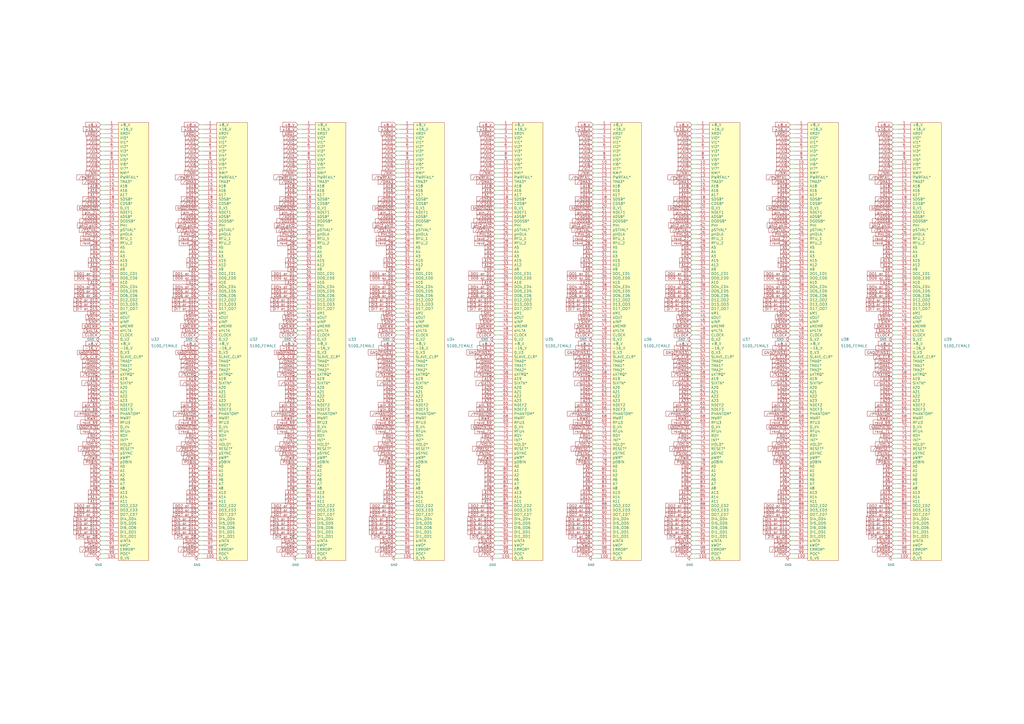
<source format=kicad_sch>
(kicad_sch (version 20211123) (generator eeschema)
  (paper "A2")
  (title_block (title "S100/IEEEE696") (date "2022-03-28") (rev "1") (company "John Bradley") (comment 1 "First attempt at S100/IEEEE696 bus back plane ") (comment 2 "Based on data from http://www.s100computers.com"))
  (wire (pts (xy 518.16 163.83) (xy 520.7 163.83)))
  (wire (pts (xy 115.57 179.07) (xy 118.11 179.07)))
  (wire (pts (xy 458.47 168.91) (xy 461.01 168.91)))
  (wire (pts (xy 458.47 318.77) (xy 461.01 318.77)))
  (wire (pts (xy 344.17 80.01) (xy 346.71 80.01)))
  (wire (pts (xy 172.72 184.15) (xy 175.26 184.15)))
  (wire (pts (xy 344.17 125.73) (xy 346.71 125.73)))
  (wire (pts (xy 287.02 283.21) (xy 289.56 283.21)))
  (wire (pts (xy 172.72 201.93) (xy 175.26 201.93)))
  (wire (pts (xy 172.72 113.03) (xy 175.26 113.03)))
  (wire (pts (xy 287.02 97.79) (xy 289.56 97.79)))
  (wire (pts (xy 172.72 140.97) (xy 175.26 140.97)))
  (wire (pts (xy 458.47 270.51) (xy 461.01 270.51)))
  (wire (pts (xy 458.47 313.69) (xy 461.01 313.69)))
  (wire (pts (xy 58.42 105.41) (xy 60.96 105.41)))
  (wire (pts (xy 344.17 161.29) (xy 346.71 161.29)))
  (wire (pts (xy 401.32 240.03) (xy 403.86 240.03)))
  (wire (pts (xy 229.87 280.67) (xy 232.41 280.67)))
  (wire (pts (xy 401.32 163.83) (xy 403.86 163.83)))
  (wire (pts (xy 344.17 163.83) (xy 346.71 163.83)))
  (wire (pts (xy 518.16 148.59) (xy 520.7 148.59)))
  (wire (pts (xy 458.47 107.95) (xy 461.01 107.95)))
  (wire (pts (xy 518.16 204.47) (xy 520.7 204.47)))
  (wire (pts (xy 344.17 107.95) (xy 346.71 107.95)))
  (wire (pts (xy 518.16 222.25) (xy 520.7 222.25)))
  (wire (pts (xy 58.42 229.87) (xy 60.96 229.87)))
  (wire (pts (xy 518.16 224.79) (xy 520.7 224.79)))
  (wire (pts (xy 115.57 82.55) (xy 118.11 82.55)))
  (wire (pts (xy 115.57 100.33) (xy 118.11 100.33)))
  (wire (pts (xy 287.02 161.29) (xy 289.56 161.29)))
  (wire (pts (xy 172.72 196.85) (xy 175.26 196.85)))
  (wire (pts (xy 172.72 95.25) (xy 175.26 95.25)))
  (wire (pts (xy 401.32 255.27) (xy 403.86 255.27)))
  (wire (pts (xy 518.16 270.51) (xy 520.7 270.51)))
  (wire (pts (xy 115.57 156.21) (xy 118.11 156.21)))
  (wire (pts (xy 115.57 133.35) (xy 118.11 133.35)))
  (wire (pts (xy 287.02 80.01) (xy 289.56 80.01)))
  (wire (pts (xy 458.47 260.35) (xy 461.01 260.35)))
  (wire (pts (xy 172.72 74.93) (xy 175.26 74.93)))
  (wire (pts (xy 58.42 199.39) (xy 60.96 199.39)))
  (wire (pts (xy 115.57 184.15) (xy 118.11 184.15)))
  (wire (pts (xy 518.16 285.75) (xy 520.7 285.75)))
  (wire (pts (xy 458.47 176.53) (xy 461.01 176.53)))
  (wire (pts (xy 58.42 260.35) (xy 60.96 260.35)))
  (wire (pts (xy 518.16 196.85) (xy 520.7 196.85)))
  (wire (pts (xy 229.87 133.35) (xy 232.41 133.35)))
  (wire (pts (xy 344.17 168.91) (xy 346.71 168.91)))
  (wire (pts (xy 115.57 247.65) (xy 118.11 247.65)))
  (wire (pts (xy 115.57 201.93) (xy 118.11 201.93)))
  (wire (pts (xy 229.87 92.71) (xy 232.41 92.71)))
  (wire (pts (xy 458.47 308.61) (xy 461.01 308.61)))
  (wire (pts (xy 115.57 298.45) (xy 118.11 298.45)))
  (wire (pts (xy 518.16 303.53) (xy 520.7 303.53)))
  (wire (pts (xy 344.17 255.27) (xy 346.71 255.27)))
  (wire (pts (xy 58.42 232.41) (xy 60.96 232.41)))
  (wire (pts (xy 58.42 151.13) (xy 60.96 151.13)))
  (wire (pts (xy 172.72 153.67) (xy 175.26 153.67)))
  (wire (pts (xy 172.72 260.35) (xy 175.26 260.35)))
  (wire (pts (xy 344.17 171.45) (xy 346.71 171.45)))
  (wire (pts (xy 401.32 87.63) (xy 403.86 87.63)))
  (wire (pts (xy 287.02 156.21) (xy 289.56 156.21)))
  (wire (pts (xy 518.16 186.69) (xy 520.7 186.69)))
  (wire (pts (xy 518.16 140.97) (xy 520.7 140.97)))
  (wire (pts (xy 172.72 146.05) (xy 175.26 146.05)))
  (wire (pts (xy 401.32 242.57) (xy 403.86 242.57)))
  (wire (pts (xy 344.17 237.49) (xy 346.71 237.49)))
  (wire (pts (xy 287.02 128.27) (xy 289.56 128.27)))
  (wire (pts (xy 287.02 295.91) (xy 289.56 295.91)))
  (wire (pts (xy 229.87 313.69) (xy 232.41 313.69)))
  (wire (pts (xy 58.42 323.85) (xy 60.96 323.85)))
  (wire (pts (xy 229.87 207.01) (xy 232.41 207.01)))
  (wire (pts (xy 172.72 110.49) (xy 175.26 110.49)))
  (wire (pts (xy 344.17 306.07) (xy 346.71 306.07)))
  (wire (pts (xy 115.57 313.69) (xy 118.11 313.69)))
  (wire (pts (xy 58.42 133.35) (xy 60.96 133.35)))
  (wire (pts (xy 287.02 153.67) (xy 289.56 153.67)))
  (wire (pts (xy 458.47 209.55) (xy 461.01 209.55)))
  (wire (pts (xy 172.72 161.29) (xy 175.26 161.29)))
  (wire (pts (xy 58.42 308.61) (xy 60.96 308.61)))
  (wire (pts (xy 58.42 113.03) (xy 60.96 113.03)))
  (wire (pts (xy 229.87 186.69) (xy 232.41 186.69)))
  (wire (pts (xy 115.57 158.75) (xy 118.11 158.75)))
  (wire (pts (xy 229.87 321.31) (xy 232.41 321.31)))
  (wire (pts (xy 344.17 179.07) (xy 346.71 179.07)))
  (wire (pts (xy 458.47 295.91) (xy 461.01 295.91)))
  (wire (pts (xy 172.72 214.63) (xy 175.26 214.63)))
  (wire (pts (xy 172.72 130.81) (xy 175.26 130.81)))
  (wire (pts (xy 115.57 148.59) (xy 118.11 148.59)))
  (wire (pts (xy 58.42 298.45) (xy 60.96 298.45)))
  (wire (pts (xy 58.42 130.81) (xy 60.96 130.81)))
  (wire (pts (xy 229.87 250.19) (xy 232.41 250.19)))
  (wire (pts (xy 229.87 237.49) (xy 232.41 237.49)))
  (wire (pts (xy 172.72 186.69) (xy 175.26 186.69)))
  (wire (pts (xy 458.47 217.17) (xy 461.01 217.17)))
  (wire (pts (xy 344.17 321.31) (xy 346.71 321.31)))
  (wire (pts (xy 287.02 222.25) (xy 289.56 222.25)))
  (wire (pts (xy 518.16 138.43) (xy 520.7 138.43)))
  (wire (pts (xy 172.72 212.09) (xy 175.26 212.09)))
  (wire (pts (xy 172.72 181.61) (xy 175.26 181.61)))
  (wire (pts (xy 115.57 173.99) (xy 118.11 173.99)))
  (wire (pts (xy 115.57 212.09) (xy 118.11 212.09)))
  (wire (pts (xy 58.42 140.97) (xy 60.96 140.97)))
  (wire (pts (xy 287.02 130.81) (xy 289.56 130.81)))
  (wire (pts (xy 172.72 173.99) (xy 175.26 173.99)))
  (wire (pts (xy 401.32 323.85) (xy 403.86 323.85)))
  (wire (pts (xy 287.02 321.31) (xy 289.56 321.31)))
  (wire (pts (xy 344.17 313.69) (xy 346.71 313.69)))
  (wire (pts (xy 344.17 273.05) (xy 346.71 273.05)))
  (wire (pts (xy 229.87 102.87) (xy 232.41 102.87)))
  (wire (pts (xy 287.02 179.07) (xy 289.56 179.07)))
  (wire (pts (xy 58.42 87.63) (xy 60.96 87.63)))
  (wire (pts (xy 287.02 191.77) (xy 289.56 191.77)))
  (wire (pts (xy 58.42 102.87) (xy 60.96 102.87)))
  (wire (pts (xy 344.17 224.79) (xy 346.71 224.79)))
  (wire (pts (xy 172.72 280.67) (xy 175.26 280.67)))
  (wire (pts (xy 229.87 298.45) (xy 232.41 298.45)))
  (wire (pts (xy 229.87 189.23) (xy 232.41 189.23)))
  (wire (pts (xy 229.87 74.93) (xy 232.41 74.93)))
  (wire (pts (xy 518.16 229.87) (xy 520.7 229.87)))
  (wire (pts (xy 172.72 120.65) (xy 175.26 120.65)))
  (wire (pts (xy 287.02 224.79) (xy 289.56 224.79)))
  (wire (pts (xy 58.42 257.81) (xy 60.96 257.81)))
  (wire (pts (xy 401.32 267.97) (xy 403.86 267.97)))
  (wire (pts (xy 518.16 115.57) (xy 520.7 115.57)))
  (wire (pts (xy 172.72 100.33) (xy 175.26 100.33)))
  (wire (pts (xy 344.17 275.59) (xy 346.71 275.59)))
  (wire (pts (xy 458.47 240.03) (xy 461.01 240.03)))
  (wire (pts (xy 172.72 204.47) (xy 175.26 204.47)))
  (wire (pts (xy 518.16 184.15) (xy 520.7 184.15)))
  (wire (pts (xy 401.32 265.43) (xy 403.86 265.43)))
  (wire (pts (xy 518.16 161.29) (xy 520.7 161.29)))
  (wire (pts (xy 172.72 90.17) (xy 175.26 90.17)))
  (wire (pts (xy 401.32 158.75) (xy 403.86 158.75)))
  (wire (pts (xy 401.32 288.29) (xy 403.86 288.29)))
  (wire (pts (xy 58.42 222.25) (xy 60.96 222.25)))
  (wire (pts (xy 458.47 242.57) (xy 461.01 242.57)))
  (wire (pts (xy 287.02 285.75) (xy 289.56 285.75)))
  (wire (pts (xy 115.57 95.25) (xy 118.11 95.25)))
  (wire (pts (xy 344.17 156.21) (xy 346.71 156.21)))
  (wire (pts (xy 287.02 115.57) (xy 289.56 115.57)))
  (wire (pts (xy 287.02 77.47) (xy 289.56 77.47)))
  (wire (pts (xy 287.02 123.19) (xy 289.56 123.19)))
  (wire (pts (xy 115.57 107.95) (xy 118.11 107.95)))
  (wire (pts (xy 58.42 242.57) (xy 60.96 242.57)))
  (wire (pts (xy 458.47 255.27) (xy 461.01 255.27)))
  (wire (pts (xy 401.32 148.59) (xy 403.86 148.59)))
  (wire (pts (xy 58.42 273.05) (xy 60.96 273.05)))
  (wire (pts (xy 458.47 80.01) (xy 461.01 80.01)))
  (wire (pts (xy 58.42 240.03) (xy 60.96 240.03)))
  (wire (pts (xy 115.57 285.75) (xy 118.11 285.75)))
  (wire (pts (xy 229.87 316.23) (xy 232.41 316.23)))
  (wire (pts (xy 401.32 176.53) (xy 403.86 176.53)))
  (wire (pts (xy 518.16 181.61) (xy 520.7 181.61)))
  (wire (pts (xy 115.57 143.51) (xy 118.11 143.51)))
  (wire (pts (xy 458.47 166.37) (xy 461.01 166.37)))
  (wire (pts (xy 401.32 217.17) (xy 403.86 217.17)))
  (wire (pts (xy 287.02 82.55) (xy 289.56 82.55)))
  (wire (pts (xy 401.32 298.45) (xy 403.86 298.45)))
  (wire (pts (xy 172.72 133.35) (xy 175.26 133.35)))
  (wire (pts (xy 458.47 143.51) (xy 461.01 143.51)))
  (wire (pts (xy 229.87 191.77) (xy 232.41 191.77)))
  (wire (pts (xy 172.72 224.79) (xy 175.26 224.79)))
  (wire (pts (xy 401.32 204.47) (xy 403.86 204.47)))
  (wire (pts (xy 518.16 113.03) (xy 520.7 113.03)))
  (wire (pts (xy 287.02 214.63) (xy 289.56 214.63)))
  (wire (pts (xy 58.42 135.89) (xy 60.96 135.89)))
  (wire (pts (xy 287.02 186.69) (xy 289.56 186.69)))
  (wire (pts (xy 115.57 204.47) (xy 118.11 204.47)))
  (wire (pts (xy 172.72 199.39) (xy 175.26 199.39)))
  (wire (pts (xy 229.87 176.53) (xy 232.41 176.53)))
  (wire (pts (xy 229.87 181.61) (xy 232.41 181.61)))
  (wire (pts (xy 287.02 252.73) (xy 289.56 252.73)))
  (wire (pts (xy 229.87 196.85) (xy 232.41 196.85)))
  (wire (pts (xy 344.17 130.81) (xy 346.71 130.81)))
  (wire (pts (xy 401.32 130.81) (xy 403.86 130.81)))
  (wire (pts (xy 401.32 290.83) (xy 403.86 290.83)))
  (wire (pts (xy 344.17 135.89) (xy 346.71 135.89)))
  (wire (pts (xy 229.87 158.75) (xy 232.41 158.75)))
  (wire (pts (xy 518.16 151.13) (xy 520.7 151.13)))
  (wire (pts (xy 518.16 92.71) (xy 520.7 92.71)))
  (wire (pts (xy 458.47 191.77) (xy 461.01 191.77)))
  (wire (pts (xy 401.32 123.19) (xy 403.86 123.19)))
  (wire (pts (xy 401.32 201.93) (xy 403.86 201.93)))
  (wire (pts (xy 518.16 80.01) (xy 520.7 80.01)))
  (wire (pts (xy 458.47 120.65) (xy 461.01 120.65)))
  (wire (pts (xy 115.57 242.57) (xy 118.11 242.57)))
  (wire (pts (xy 458.47 135.89) (xy 461.01 135.89)))
  (wire (pts (xy 172.72 87.63) (xy 175.26 87.63)))
  (wire (pts (xy 58.42 278.13) (xy 60.96 278.13)))
  (wire (pts (xy 115.57 97.79) (xy 118.11 97.79)))
  (wire (pts (xy 58.42 171.45) (xy 60.96 171.45)))
  (wire (pts (xy 229.87 275.59) (xy 232.41 275.59)))
  (wire (pts (xy 287.02 306.07) (xy 289.56 306.07)))
  (wire (pts (xy 344.17 196.85) (xy 346.71 196.85)))
  (wire (pts (xy 172.72 143.51) (xy 175.26 143.51)))
  (wire (pts (xy 229.87 209.55) (xy 232.41 209.55)))
  (wire (pts (xy 58.42 173.99) (xy 60.96 173.99)))
  (wire (pts (xy 344.17 148.59) (xy 346.71 148.59)))
  (wire (pts (xy 401.32 234.95) (xy 403.86 234.95)))
  (wire (pts (xy 287.02 148.59) (xy 289.56 148.59)))
  (wire (pts (xy 58.42 166.37) (xy 60.96 166.37)))
  (wire (pts (xy 518.16 85.09) (xy 520.7 85.09)))
  (wire (pts (xy 229.87 273.05) (xy 232.41 273.05)))
  (wire (pts (xy 287.02 138.43) (xy 289.56 138.43)))
  (wire (pts (xy 518.16 311.15) (xy 520.7 311.15)))
  (wire (pts (xy 458.47 300.99) (xy 461.01 300.99)))
  (wire (pts (xy 287.02 189.23) (xy 289.56 189.23)))
  (wire (pts (xy 229.87 125.73) (xy 232.41 125.73)))
  (wire (pts (xy 172.72 138.43) (xy 175.26 138.43)))
  (wire (pts (xy 344.17 280.67) (xy 346.71 280.67)))
  (wire (pts (xy 401.32 313.69) (xy 403.86 313.69)))
  (wire (pts (xy 518.16 293.37) (xy 520.7 293.37)))
  (wire (pts (xy 458.47 250.19) (xy 461.01 250.19)))
  (wire (pts (xy 58.42 288.29) (xy 60.96 288.29)))
  (wire (pts (xy 229.87 123.19) (xy 232.41 123.19)))
  (wire (pts (xy 287.02 232.41) (xy 289.56 232.41)))
  (wire (pts (xy 229.87 161.29) (xy 232.41 161.29)))
  (wire (pts (xy 115.57 273.05) (xy 118.11 273.05)))
  (wire (pts (xy 172.72 232.41) (xy 175.26 232.41)))
  (wire (pts (xy 401.32 245.11) (xy 403.86 245.11)))
  (wire (pts (xy 58.42 181.61) (xy 60.96 181.61)))
  (wire (pts (xy 229.87 217.17) (xy 232.41 217.17)))
  (wire (pts (xy 518.16 290.83) (xy 520.7 290.83)))
  (wire (pts (xy 458.47 100.33) (xy 461.01 100.33)))
  (wire (pts (xy 518.16 191.77) (xy 520.7 191.77)))
  (wire (pts (xy 401.32 85.09) (xy 403.86 85.09)))
  (wire (pts (xy 172.72 171.45) (xy 175.26 171.45)))
  (wire (pts (xy 172.72 107.95) (xy 175.26 107.95)))
  (wire (pts (xy 115.57 323.85) (xy 118.11 323.85)))
  (wire (pts (xy 58.42 219.71) (xy 60.96 219.71)))
  (wire (pts (xy 518.16 107.95) (xy 520.7 107.95)))
  (wire (pts (xy 172.72 308.61) (xy 175.26 308.61)))
  (wire (pts (xy 401.32 92.71) (xy 403.86 92.71)))
  (wire (pts (xy 458.47 267.97) (xy 461.01 267.97)))
  (wire (pts (xy 115.57 128.27) (xy 118.11 128.27)))
  (wire (pts (xy 115.57 74.93) (xy 118.11 74.93)))
  (wire (pts (xy 115.57 222.25) (xy 118.11 222.25)))
  (wire (pts (xy 115.57 115.57) (xy 118.11 115.57)))
  (wire (pts (xy 458.47 207.01) (xy 461.01 207.01)))
  (wire (pts (xy 518.16 308.61) (xy 520.7 308.61)))
  (wire (pts (xy 229.87 260.35) (xy 232.41 260.35)))
  (wire (pts (xy 287.02 176.53) (xy 289.56 176.53)))
  (wire (pts (xy 458.47 72.39) (xy 461.01 72.39)))
  (wire (pts (xy 287.02 171.45) (xy 289.56 171.45)))
  (wire (pts (xy 401.32 275.59) (xy 403.86 275.59)))
  (wire (pts (xy 401.32 303.53) (xy 403.86 303.53)))
  (wire (pts (xy 229.87 270.51) (xy 232.41 270.51)))
  (wire (pts (xy 287.02 166.37) (xy 289.56 166.37)))
  (wire (pts (xy 115.57 260.35) (xy 118.11 260.35)))
  (wire (pts (xy 287.02 242.57) (xy 289.56 242.57)))
  (wire (pts (xy 458.47 252.73) (xy 461.01 252.73)))
  (wire (pts (xy 229.87 308.61) (xy 232.41 308.61)))
  (wire (pts (xy 458.47 151.13) (xy 461.01 151.13)))
  (wire (pts (xy 287.02 260.35) (xy 289.56 260.35)))
  (wire (pts (xy 58.42 95.25) (xy 60.96 95.25)))
  (wire (pts (xy 458.47 290.83) (xy 461.01 290.83)))
  (wire (pts (xy 58.42 270.51) (xy 60.96 270.51)))
  (wire (pts (xy 518.16 171.45) (xy 520.7 171.45)))
  (wire (pts (xy 229.87 72.39) (xy 232.41 72.39)))
  (wire (pts (xy 518.16 232.41) (xy 520.7 232.41)))
  (wire (pts (xy 115.57 224.79) (xy 118.11 224.79)))
  (wire (pts (xy 172.72 118.11) (xy 175.26 118.11)))
  (wire (pts (xy 518.16 245.11) (xy 520.7 245.11)))
  (wire (pts (xy 458.47 153.67) (xy 461.01 153.67)))
  (wire (pts (xy 344.17 82.55) (xy 346.71 82.55)))
  (wire (pts (xy 229.87 194.31) (xy 232.41 194.31)))
  (wire (pts (xy 115.57 295.91) (xy 118.11 295.91)))
  (wire (pts (xy 115.57 234.95) (xy 118.11 234.95)))
  (wire (pts (xy 401.32 224.79) (xy 403.86 224.79)))
  (wire (pts (xy 458.47 237.49) (xy 461.01 237.49)))
  (wire (pts (xy 518.16 90.17) (xy 520.7 90.17)))
  (wire (pts (xy 58.42 280.67) (xy 60.96 280.67)))
  (wire (pts (xy 229.87 278.13) (xy 232.41 278.13)))
  (wire (pts (xy 287.02 85.09) (xy 289.56 85.09)))
  (wire (pts (xy 229.87 262.89) (xy 232.41 262.89)))
  (wire (pts (xy 115.57 316.23) (xy 118.11 316.23)))
  (wire (pts (xy 458.47 146.05) (xy 461.01 146.05)))
  (wire (pts (xy 58.42 196.85) (xy 60.96 196.85)))
  (wire (pts (xy 287.02 118.11) (xy 289.56 118.11)))
  (wire (pts (xy 287.02 140.97) (xy 289.56 140.97)))
  (wire (pts (xy 518.16 267.97) (xy 520.7 267.97)))
  (wire (pts (xy 172.72 125.73) (xy 175.26 125.73)))
  (wire (pts (xy 115.57 123.19) (xy 118.11 123.19)))
  (wire (pts (xy 58.42 255.27) (xy 60.96 255.27)))
  (wire (pts (xy 401.32 153.67) (xy 403.86 153.67)))
  (wire (pts (xy 458.47 171.45) (xy 461.01 171.45)))
  (wire (pts (xy 458.47 110.49) (xy 461.01 110.49)))
  (wire (pts (xy 401.32 191.77) (xy 403.86 191.77)))
  (wire (pts (xy 458.47 224.79) (xy 461.01 224.79)))
  (wire (pts (xy 115.57 72.39) (xy 118.11 72.39)))
  (wire (pts (xy 401.32 194.31) (xy 403.86 194.31)))
  (wire (pts (xy 172.72 242.57) (xy 175.26 242.57)))
  (wire (pts (xy 172.72 267.97) (xy 175.26 267.97)))
  (wire (pts (xy 229.87 212.09) (xy 232.41 212.09)))
  (wire (pts (xy 401.32 82.55) (xy 403.86 82.55)))
  (wire (pts (xy 344.17 267.97) (xy 346.71 267.97)))
  (wire (pts (xy 287.02 194.31) (xy 289.56 194.31)))
  (wire (pts (xy 401.32 257.81) (xy 403.86 257.81)))
  (wire (pts (xy 287.02 102.87) (xy 289.56 102.87)))
  (wire (pts (xy 458.47 189.23) (xy 461.01 189.23)))
  (wire (pts (xy 172.72 163.83) (xy 175.26 163.83)))
  (wire (pts (xy 458.47 293.37) (xy 461.01 293.37)))
  (wire (pts (xy 229.87 214.63) (xy 232.41 214.63)))
  (wire (pts (xy 172.72 237.49) (xy 175.26 237.49)))
  (wire (pts (xy 518.16 265.43) (xy 520.7 265.43)))
  (wire (pts (xy 58.42 283.21) (xy 60.96 283.21)))
  (wire (pts (xy 58.42 148.59) (xy 60.96 148.59)))
  (wire (pts (xy 287.02 92.71) (xy 289.56 92.71)))
  (wire (pts (xy 287.02 280.67) (xy 289.56 280.67)))
  (wire (pts (xy 401.32 262.89) (xy 403.86 262.89)))
  (wire (pts (xy 518.16 105.41) (xy 520.7 105.41)))
  (wire (pts (xy 401.32 232.41) (xy 403.86 232.41)))
  (wire (pts (xy 172.72 270.51) (xy 175.26 270.51)))
  (wire (pts (xy 401.32 250.19) (xy 403.86 250.19)))
  (wire (pts (xy 458.47 181.61) (xy 461.01 181.61)))
  (wire (pts (xy 458.47 288.29) (xy 461.01 288.29)))
  (wire (pts (xy 115.57 306.07) (xy 118.11 306.07)))
  (wire (pts (xy 229.87 113.03) (xy 232.41 113.03)))
  (wire (pts (xy 172.72 252.73) (xy 175.26 252.73)))
  (wire (pts (xy 344.17 105.41) (xy 346.71 105.41)))
  (wire (pts (xy 458.47 232.41) (xy 461.01 232.41)))
  (wire (pts (xy 229.87 232.41) (xy 232.41 232.41)))
  (wire (pts (xy 344.17 300.99) (xy 346.71 300.99)))
  (wire (pts (xy 172.72 115.57) (xy 175.26 115.57)))
  (wire (pts (xy 115.57 171.45) (xy 118.11 171.45)))
  (wire (pts (xy 287.02 110.49) (xy 289.56 110.49)))
  (wire (pts (xy 401.32 227.33) (xy 403.86 227.33)))
  (wire (pts (xy 401.32 146.05) (xy 403.86 146.05)))
  (wire (pts (xy 229.87 323.85) (xy 232.41 323.85)))
  (wire (pts (xy 115.57 191.77) (xy 118.11 191.77)))
  (wire (pts (xy 58.42 179.07) (xy 60.96 179.07)))
  (wire (pts (xy 287.02 199.39) (xy 289.56 199.39)))
  (wire (pts (xy 287.02 151.13) (xy 289.56 151.13)))
  (wire (pts (xy 344.17 298.45) (xy 346.71 298.45)))
  (wire (pts (xy 344.17 87.63) (xy 346.71 87.63)))
  (wire (pts (xy 115.57 209.55) (xy 118.11 209.55)))
  (wire (pts (xy 518.16 97.79) (xy 520.7 97.79)))
  (wire (pts (xy 58.42 316.23) (xy 60.96 316.23)))
  (wire (pts (xy 287.02 95.25) (xy 289.56 95.25)))
  (wire (pts (xy 344.17 118.11) (xy 346.71 118.11)))
  (wire (pts (xy 172.72 166.37) (xy 175.26 166.37)))
  (wire (pts (xy 229.87 311.15) (xy 232.41 311.15)))
  (wire (pts (xy 172.72 318.77) (xy 175.26 318.77)))
  (wire (pts (xy 287.02 308.61) (xy 289.56 308.61)))
  (wire (pts (xy 172.72 303.53) (xy 175.26 303.53)))
  (wire (pts (xy 172.72 245.11) (xy 175.26 245.11)))
  (wire (pts (xy 458.47 118.11) (xy 461.01 118.11)))
  (wire (pts (xy 458.47 163.83) (xy 461.01 163.83)))
  (wire (pts (xy 115.57 311.15) (xy 118.11 311.15)))
  (wire (pts (xy 518.16 207.01) (xy 520.7 207.01)))
  (wire (pts (xy 401.32 80.01) (xy 403.86 80.01)))
  (wire (pts (xy 518.16 262.89) (xy 520.7 262.89)))
  (wire (pts (xy 458.47 323.85) (xy 461.01 323.85)))
  (wire (pts (xy 518.16 209.55) (xy 520.7 209.55)))
  (wire (pts (xy 229.87 85.09) (xy 232.41 85.09)))
  (wire (pts (xy 458.47 229.87) (xy 461.01 229.87)))
  (wire (pts (xy 115.57 278.13) (xy 118.11 278.13)))
  (wire (pts (xy 518.16 189.23) (xy 520.7 189.23)))
  (wire (pts (xy 58.42 186.69) (xy 60.96 186.69)))
  (wire (pts (xy 58.42 265.43) (xy 60.96 265.43)))
  (wire (pts (xy 229.87 173.99) (xy 232.41 173.99)))
  (wire (pts (xy 344.17 173.99) (xy 346.71 173.99)))
  (wire (pts (xy 58.42 100.33) (xy 60.96 100.33)))
  (wire (pts (xy 287.02 207.01) (xy 289.56 207.01)))
  (wire (pts (xy 401.32 100.33) (xy 403.86 100.33)))
  (wire (pts (xy 518.16 176.53) (xy 520.7 176.53)))
  (wire (pts (xy 115.57 280.67) (xy 118.11 280.67)))
  (wire (pts (xy 229.87 120.65) (xy 232.41 120.65)))
  (wire (pts (xy 401.32 300.99) (xy 403.86 300.99)))
  (wire (pts (xy 115.57 194.31) (xy 118.11 194.31)))
  (wire (pts (xy 401.32 135.89) (xy 403.86 135.89)))
  (wire (pts (xy 172.72 207.01) (xy 175.26 207.01)))
  (wire (pts (xy 401.32 209.55) (xy 403.86 209.55)))
  (wire (pts (xy 344.17 113.03) (xy 346.71 113.03)))
  (wire (pts (xy 344.17 257.81) (xy 346.71 257.81)))
  (wire (pts (xy 344.17 110.49) (xy 346.71 110.49)))
  (wire (pts (xy 229.87 224.79) (xy 232.41 224.79)))
  (wire (pts (xy 172.72 217.17) (xy 175.26 217.17)))
  (wire (pts (xy 115.57 181.61) (xy 118.11 181.61)))
  (wire (pts (xy 344.17 201.93) (xy 346.71 201.93)))
  (wire (pts (xy 58.42 191.77) (xy 60.96 191.77)))
  (wire (pts (xy 229.87 229.87) (xy 232.41 229.87)))
  (wire (pts (xy 58.42 143.51) (xy 60.96 143.51)))
  (wire (pts (xy 58.42 318.77) (xy 60.96 318.77)))
  (wire (pts (xy 344.17 229.87) (xy 346.71 229.87)))
  (wire (pts (xy 458.47 316.23) (xy 461.01 316.23)))
  (wire (pts (xy 58.42 300.99) (xy 60.96 300.99)))
  (wire (pts (xy 229.87 146.05) (xy 232.41 146.05)))
  (wire (pts (xy 172.72 240.03) (xy 175.26 240.03)))
  (wire (pts (xy 229.87 295.91) (xy 232.41 295.91)))
  (wire (pts (xy 229.87 242.57) (xy 232.41 242.57)))
  (wire (pts (xy 401.32 278.13) (xy 403.86 278.13)))
  (wire (pts (xy 115.57 90.17) (xy 118.11 90.17)))
  (wire (pts (xy 172.72 97.79) (xy 175.26 97.79)))
  (wire (pts (xy 58.42 161.29) (xy 60.96 161.29)))
  (wire (pts (xy 58.42 158.75) (xy 60.96 158.75)))
  (wire (pts (xy 229.87 95.25) (xy 232.41 95.25)))
  (wire (pts (xy 58.42 275.59) (xy 60.96 275.59)))
  (wire (pts (xy 172.72 168.91) (xy 175.26 168.91)))
  (wire (pts (xy 401.32 168.91) (xy 403.86 168.91)))
  (wire (pts (xy 58.42 245.11) (xy 60.96 245.11)))
  (wire (pts (xy 344.17 240.03) (xy 346.71 240.03)))
  (wire (pts (xy 115.57 146.05) (xy 118.11 146.05)))
  (wire (pts (xy 172.72 257.81) (xy 175.26 257.81)))
  (wire (pts (xy 287.02 158.75) (xy 289.56 158.75)))
  (wire (pts (xy 229.87 115.57) (xy 232.41 115.57)))
  (wire (pts (xy 115.57 105.41) (xy 118.11 105.41)))
  (wire (pts (xy 229.87 143.51) (xy 232.41 143.51)))
  (wire (pts (xy 287.02 125.73) (xy 289.56 125.73)))
  (wire (pts (xy 518.16 283.21) (xy 520.7 283.21)))
  (wire (pts (xy 115.57 240.03) (xy 118.11 240.03)))
  (wire (pts (xy 115.57 118.11) (xy 118.11 118.11)))
  (wire (pts (xy 115.57 140.97) (xy 118.11 140.97)))
  (wire (pts (xy 58.42 250.19) (xy 60.96 250.19)))
  (wire (pts (xy 172.72 229.87) (xy 175.26 229.87)))
  (wire (pts (xy 458.47 161.29) (xy 461.01 161.29)))
  (wire (pts (xy 401.32 110.49) (xy 403.86 110.49)))
  (wire (pts (xy 115.57 138.43) (xy 118.11 138.43)))
  (wire (pts (xy 287.02 313.69) (xy 289.56 313.69)))
  (wire (pts (xy 115.57 87.63) (xy 118.11 87.63)))
  (wire (pts (xy 401.32 120.65) (xy 403.86 120.65)))
  (wire (pts (xy 518.16 100.33) (xy 520.7 100.33)))
  (wire (pts (xy 172.72 179.07) (xy 175.26 179.07)))
  (wire (pts (xy 58.42 176.53) (xy 60.96 176.53)))
  (wire (pts (xy 401.32 156.21) (xy 403.86 156.21)))
  (wire (pts (xy 458.47 265.43) (xy 461.01 265.43)))
  (wire (pts (xy 58.42 217.17) (xy 60.96 217.17)))
  (wire (pts (xy 518.16 77.47) (xy 520.7 77.47)))
  (wire (pts (xy 229.87 179.07) (xy 232.41 179.07)))
  (wire (pts (xy 401.32 107.95) (xy 403.86 107.95)))
  (wire (pts (xy 287.02 237.49) (xy 289.56 237.49)))
  (wire (pts (xy 115.57 102.87) (xy 118.11 102.87)))
  (wire (pts (xy 458.47 87.63) (xy 461.01 87.63)))
  (wire (pts (xy 115.57 85.09) (xy 118.11 85.09)))
  (wire (pts (xy 401.32 306.07) (xy 403.86 306.07)))
  (wire (pts (xy 344.17 184.15) (xy 346.71 184.15)))
  (wire (pts (xy 287.02 303.53) (xy 289.56 303.53)))
  (wire (pts (xy 58.42 146.05) (xy 60.96 146.05)))
  (wire (pts (xy 458.47 227.33) (xy 461.01 227.33)))
  (wire (pts (xy 518.16 219.71) (xy 520.7 219.71)))
  (wire (pts (xy 401.32 321.31) (xy 403.86 321.31)))
  (wire (pts (xy 172.72 80.01) (xy 175.26 80.01)))
  (wire (pts (xy 229.87 105.41) (xy 232.41 105.41)))
  (wire (pts (xy 344.17 90.17) (xy 346.71 90.17)))
  (wire (pts (xy 287.02 323.85) (xy 289.56 323.85)))
  (wire (pts (xy 518.16 321.31) (xy 520.7 321.31)))
  (wire (pts (xy 58.42 123.19) (xy 60.96 123.19)))
  (wire (pts (xy 287.02 100.33) (xy 289.56 100.33)))
  (wire (pts (xy 115.57 113.03) (xy 118.11 113.03)))
  (wire (pts (xy 115.57 303.53) (xy 118.11 303.53)))
  (wire (pts (xy 518.16 146.05) (xy 520.7 146.05)))
  (wire (pts (xy 458.47 148.59) (xy 461.01 148.59)))
  (wire (pts (xy 58.42 247.65) (xy 60.96 247.65)))
  (wire (pts (xy 115.57 207.01) (xy 118.11 207.01)))
  (wire (pts (xy 115.57 237.49) (xy 118.11 237.49)))
  (wire (pts (xy 172.72 321.31) (xy 175.26 321.31)))
  (wire (pts (xy 458.47 273.05) (xy 461.01 273.05)))
  (wire (pts (xy 518.16 156.21) (xy 520.7 156.21)))
  (wire (pts (xy 401.32 140.97) (xy 403.86 140.97)))
  (wire (pts (xy 458.47 262.89) (xy 461.01 262.89)))
  (wire (pts (xy 115.57 214.63) (xy 118.11 214.63)))
  (wire (pts (xy 518.16 179.07) (xy 520.7 179.07)))
  (wire (pts (xy 58.42 204.47) (xy 60.96 204.47)))
  (wire (pts (xy 401.32 260.35) (xy 403.86 260.35)))
  (wire (pts (xy 115.57 161.29) (xy 118.11 161.29)))
  (wire (pts (xy 401.32 293.37) (xy 403.86 293.37)))
  (wire (pts (xy 518.16 125.73) (xy 520.7 125.73)))
  (wire (pts (xy 401.32 128.27) (xy 403.86 128.27)))
  (wire (pts (xy 229.87 288.29) (xy 232.41 288.29)))
  (wire (pts (xy 287.02 267.97) (xy 289.56 267.97)))
  (wire (pts (xy 58.42 97.79) (xy 60.96 97.79)))
  (wire (pts (xy 344.17 316.23) (xy 346.71 316.23)))
  (wire (pts (xy 58.42 168.91) (xy 60.96 168.91)))
  (wire (pts (xy 344.17 283.21) (xy 346.71 283.21)))
  (wire (pts (xy 344.17 92.71) (xy 346.71 92.71)))
  (wire (pts (xy 229.87 97.79) (xy 232.41 97.79)))
  (wire (pts (xy 172.72 293.37) (xy 175.26 293.37)))
  (wire (pts (xy 518.16 72.39) (xy 520.7 72.39)))
  (wire (pts (xy 344.17 311.15) (xy 346.71 311.15)))
  (wire (pts (xy 287.02 107.95) (xy 289.56 107.95)))
  (wire (pts (xy 229.87 245.11) (xy 232.41 245.11)))
  (wire (pts (xy 401.32 222.25) (xy 403.86 222.25)))
  (wire (pts (xy 518.16 173.99) (xy 520.7 173.99)))
  (wire (pts (xy 458.47 247.65) (xy 461.01 247.65)))
  (wire (pts (xy 287.02 184.15) (xy 289.56 184.15)))
  (wire (pts (xy 458.47 140.97) (xy 461.01 140.97)))
  (wire (pts (xy 344.17 262.89) (xy 346.71 262.89)))
  (wire (pts (xy 401.32 214.63) (xy 403.86 214.63)))
  (wire (pts (xy 58.42 92.71) (xy 60.96 92.71)))
  (wire (pts (xy 344.17 227.33) (xy 346.71 227.33)))
  (wire (pts (xy 518.16 130.81) (xy 520.7 130.81)))
  (wire (pts (xy 518.16 199.39) (xy 520.7 199.39)))
  (wire (pts (xy 58.42 285.75) (xy 60.96 285.75)))
  (wire (pts (xy 344.17 100.33) (xy 346.71 100.33)))
  (wire (pts (xy 58.42 212.09) (xy 60.96 212.09)))
  (wire (pts (xy 458.47 204.47) (xy 461.01 204.47)))
  (wire (pts (xy 344.17 102.87) (xy 346.71 102.87)))
  (wire (pts (xy 344.17 176.53) (xy 346.71 176.53)))
  (wire (pts (xy 401.32 118.11) (xy 403.86 118.11)))
  (wire (pts (xy 58.42 293.37) (xy 60.96 293.37)))
  (wire (pts (xy 172.72 227.33) (xy 175.26 227.33)))
  (wire (pts (xy 287.02 257.81) (xy 289.56 257.81)))
  (wire (pts (xy 344.17 97.79) (xy 346.71 97.79)))
  (wire (pts (xy 344.17 194.31) (xy 346.71 194.31)))
  (wire (pts (xy 518.16 288.29) (xy 520.7 288.29)))
  (wire (pts (xy 458.47 285.75) (xy 461.01 285.75)))
  (wire (pts (xy 401.32 138.43) (xy 403.86 138.43)))
  (wire (pts (xy 458.47 194.31) (xy 461.01 194.31)))
  (wire (pts (xy 344.17 153.67) (xy 346.71 153.67)))
  (wire (pts (xy 458.47 90.17) (xy 461.01 90.17)))
  (wire (pts (xy 115.57 227.33) (xy 118.11 227.33)))
  (wire (pts (xy 58.42 125.73) (xy 60.96 125.73)))
  (wire (pts (xy 458.47 113.03) (xy 461.01 113.03)))
  (wire (pts (xy 287.02 201.93) (xy 289.56 201.93)))
  (wire (pts (xy 518.16 120.65) (xy 520.7 120.65)))
  (wire (pts (xy 115.57 176.53) (xy 118.11 176.53)))
  (wire (pts (xy 458.47 105.41) (xy 461.01 105.41)))
  (wire (pts (xy 287.02 168.91) (xy 289.56 168.91)))
  (wire (pts (xy 229.87 290.83) (xy 232.41 290.83)))
  (wire (pts (xy 229.87 156.21) (xy 232.41 156.21)))
  (wire (pts (xy 458.47 102.87) (xy 461.01 102.87)))
  (wire (pts (xy 172.72 298.45) (xy 175.26 298.45)))
  (wire (pts (xy 115.57 135.89) (xy 118.11 135.89)))
  (wire (pts (xy 287.02 240.03) (xy 289.56 240.03)))
  (wire (pts (xy 518.16 252.73) (xy 520.7 252.73)))
  (wire (pts (xy 518.16 300.99) (xy 520.7 300.99)))
  (wire (pts (xy 58.42 321.31) (xy 60.96 321.31)))
  (wire (pts (xy 115.57 321.31) (xy 118.11 321.31)))
  (wire (pts (xy 401.32 181.61) (xy 403.86 181.61)))
  (wire (pts (xy 344.17 77.47) (xy 346.71 77.47)))
  (wire (pts (xy 172.72 316.23) (xy 175.26 316.23)))
  (wire (pts (xy 287.02 133.35) (xy 289.56 133.35)))
  (wire (pts (xy 401.32 166.37) (xy 403.86 166.37)))
  (wire (pts (xy 172.72 247.65) (xy 175.26 247.65)))
  (wire (pts (xy 518.16 217.17) (xy 520.7 217.17)))
  (wire (pts (xy 172.72 151.13) (xy 175.26 151.13)))
  (wire (pts (xy 344.17 217.17) (xy 346.71 217.17)))
  (wire (pts (xy 229.87 306.07) (xy 232.41 306.07)))
  (wire (pts (xy 229.87 130.81) (xy 232.41 130.81)))
  (wire (pts (xy 229.87 171.45) (xy 232.41 171.45)))
  (wire (pts (xy 344.17 128.27) (xy 346.71 128.27)))
  (wire (pts (xy 401.32 115.57) (xy 403.86 115.57)))
  (wire (pts (xy 115.57 300.99) (xy 118.11 300.99)))
  (wire (pts (xy 458.47 283.21) (xy 461.01 283.21)))
  (wire (pts (xy 458.47 156.21) (xy 461.01 156.21)))
  (wire (pts (xy 287.02 173.99) (xy 289.56 173.99)))
  (wire (pts (xy 287.02 146.05) (xy 289.56 146.05)))
  (wire (pts (xy 458.47 97.79) (xy 461.01 97.79)))
  (wire (pts (xy 115.57 252.73) (xy 118.11 252.73)))
  (wire (pts (xy 458.47 133.35) (xy 461.01 133.35)))
  (wire (pts (xy 229.87 303.53) (xy 232.41 303.53)))
  (wire (pts (xy 287.02 105.41) (xy 289.56 105.41)))
  (wire (pts (xy 344.17 219.71) (xy 346.71 219.71)))
  (wire (pts (xy 344.17 209.55) (xy 346.71 209.55)))
  (wire (pts (xy 401.32 207.01) (xy 403.86 207.01)))
  (wire (pts (xy 518.16 128.27) (xy 520.7 128.27)))
  (wire (pts (xy 115.57 196.85) (xy 118.11 196.85)))
  (wire (pts (xy 58.42 82.55) (xy 60.96 82.55)))
  (wire (pts (xy 229.87 240.03) (xy 232.41 240.03)))
  (wire (pts (xy 287.02 311.15) (xy 289.56 311.15)))
  (wire (pts (xy 172.72 234.95) (xy 175.26 234.95)))
  (wire (pts (xy 287.02 229.87) (xy 289.56 229.87)))
  (wire (pts (xy 115.57 270.51) (xy 118.11 270.51)))
  (wire (pts (xy 229.87 107.95) (xy 232.41 107.95)))
  (wire (pts (xy 518.16 257.81) (xy 520.7 257.81)))
  (wire (pts (xy 344.17 222.25) (xy 346.71 222.25)))
  (wire (pts (xy 287.02 204.47) (xy 289.56 204.47)))
  (wire (pts (xy 401.32 273.05) (xy 403.86 273.05)))
  (wire (pts (xy 229.87 247.65) (xy 232.41 247.65)))
  (wire (pts (xy 229.87 118.11) (xy 232.41 118.11)))
  (wire (pts (xy 115.57 77.47) (xy 118.11 77.47)))
  (wire (pts (xy 115.57 318.77) (xy 118.11 318.77)))
  (wire (pts (xy 287.02 265.43) (xy 289.56 265.43)))
  (wire (pts (xy 344.17 265.43) (xy 346.71 265.43)))
  (wire (pts (xy 401.32 280.67) (xy 403.86 280.67)))
  (wire (pts (xy 58.42 107.95) (xy 60.96 107.95)))
  (wire (pts (xy 172.72 306.07) (xy 175.26 306.07)))
  (wire (pts (xy 518.16 87.63) (xy 520.7 87.63)))
  (wire (pts (xy 115.57 166.37) (xy 118.11 166.37)))
  (wire (pts (xy 172.72 262.89) (xy 175.26 262.89)))
  (wire (pts (xy 58.42 85.09) (xy 60.96 85.09)))
  (wire (pts (xy 287.02 278.13) (xy 289.56 278.13)))
  (wire (pts (xy 401.32 77.47) (xy 403.86 77.47)))
  (wire (pts (xy 401.32 74.93) (xy 403.86 74.93)))
  (wire (pts (xy 518.16 234.95) (xy 520.7 234.95)))
  (wire (pts (xy 229.87 201.93) (xy 232.41 201.93)))
  (wire (pts (xy 229.87 151.13) (xy 232.41 151.13)))
  (wire (pts (xy 401.32 97.79) (xy 403.86 97.79)))
  (wire (pts (xy 58.42 194.31) (xy 60.96 194.31)))
  (wire (pts (xy 458.47 173.99) (xy 461.01 173.99)))
  (wire (pts (xy 115.57 290.83) (xy 118.11 290.83)))
  (wire (pts (xy 287.02 275.59) (xy 289.56 275.59)))
  (wire (pts (xy 458.47 186.69) (xy 461.01 186.69)))
  (wire (pts (xy 287.02 72.39) (xy 289.56 72.39)))
  (wire (pts (xy 287.02 250.19) (xy 289.56 250.19)))
  (wire (pts (xy 518.16 74.93) (xy 520.7 74.93)))
  (wire (pts (xy 344.17 303.53) (xy 346.71 303.53)))
  (wire (pts (xy 518.16 242.57) (xy 520.7 242.57)))
  (wire (pts (xy 344.17 72.39) (xy 346.71 72.39)))
  (wire (pts (xy 58.42 252.73) (xy 60.96 252.73)))
  (wire (pts (xy 458.47 77.47) (xy 461.01 77.47)))
  (wire (pts (xy 58.42 306.07) (xy 60.96 306.07)))
  (wire (pts (xy 172.72 313.69) (xy 175.26 313.69)))
  (wire (pts (xy 287.02 217.17) (xy 289.56 217.17)))
  (wire (pts (xy 344.17 133.35) (xy 346.71 133.35)))
  (wire (pts (xy 518.16 143.51) (xy 520.7 143.51)))
  (wire (pts (xy 458.47 74.93) (xy 461.01 74.93)))
  (wire (pts (xy 115.57 262.89) (xy 118.11 262.89)))
  (wire (pts (xy 401.32 247.65) (xy 403.86 247.65)))
  (wire (pts (xy 287.02 143.51) (xy 289.56 143.51)))
  (wire (pts (xy 172.72 278.13) (xy 175.26 278.13)))
  (wire (pts (xy 518.16 313.69) (xy 520.7 313.69)))
  (wire (pts (xy 115.57 265.43) (xy 118.11 265.43)))
  (wire (pts (xy 172.72 77.47) (xy 175.26 77.47)))
  (wire (pts (xy 518.16 295.91) (xy 520.7 295.91)))
  (wire (pts (xy 401.32 196.85) (xy 403.86 196.85)))
  (wire (pts (xy 229.87 267.97) (xy 232.41 267.97)))
  (wire (pts (xy 401.32 252.73) (xy 403.86 252.73)))
  (wire (pts (xy 229.87 222.25) (xy 232.41 222.25)))
  (wire (pts (xy 518.16 316.23) (xy 520.7 316.23)))
  (wire (pts (xy 287.02 316.23) (xy 289.56 316.23)))
  (wire (pts (xy 518.16 201.93) (xy 520.7 201.93)))
  (wire (pts (xy 458.47 184.15) (xy 461.01 184.15)))
  (wire (pts (xy 458.47 115.57) (xy 461.01 115.57)))
  (wire (pts (xy 172.72 255.27) (xy 175.26 255.27)))
  (wire (pts (xy 518.16 133.35) (xy 520.7 133.35)))
  (wire (pts (xy 115.57 308.61) (xy 118.11 308.61)))
  (wire (pts (xy 172.72 323.85) (xy 175.26 323.85)))
  (wire (pts (xy 115.57 189.23) (xy 118.11 189.23)))
  (wire (pts (xy 344.17 247.65) (xy 346.71 247.65)))
  (wire (pts (xy 115.57 293.37) (xy 118.11 293.37)))
  (wire (pts (xy 172.72 92.71) (xy 175.26 92.71)))
  (wire (pts (xy 344.17 270.51) (xy 346.71 270.51)))
  (wire (pts (xy 115.57 153.67) (xy 118.11 153.67)))
  (wire (pts (xy 115.57 219.71) (xy 118.11 219.71)))
  (wire (pts (xy 172.72 123.19) (xy 175.26 123.19)))
  (wire (pts (xy 518.16 273.05) (xy 520.7 273.05)))
  (wire (pts (xy 344.17 115.57) (xy 346.71 115.57)))
  (wire (pts (xy 172.72 265.43) (xy 175.26 265.43)))
  (wire (pts (xy 172.72 285.75) (xy 175.26 285.75)))
  (wire (pts (xy 58.42 156.21) (xy 60.96 156.21)))
  (wire (pts (xy 344.17 186.69) (xy 346.71 186.69)))
  (wire (pts (xy 115.57 151.13) (xy 118.11 151.13)))
  (wire (pts (xy 401.32 283.21) (xy 403.86 283.21)))
  (wire (pts (xy 229.87 168.91) (xy 232.41 168.91)))
  (wire (pts (xy 518.16 166.37) (xy 520.7 166.37)))
  (wire (pts (xy 458.47 280.67) (xy 461.01 280.67)))
  (wire (pts (xy 172.72 273.05) (xy 175.26 273.05)))
  (wire (pts (xy 58.42 207.01) (xy 60.96 207.01)))
  (wire (pts (xy 344.17 120.65) (xy 346.71 120.65)))
  (wire (pts (xy 458.47 275.59) (xy 461.01 275.59)))
  (wire (pts (xy 458.47 85.09) (xy 461.01 85.09)))
  (wire (pts (xy 115.57 275.59) (xy 118.11 275.59)))
  (wire (pts (xy 344.17 278.13) (xy 346.71 278.13)))
  (wire (pts (xy 58.42 189.23) (xy 60.96 189.23)))
  (wire (pts (xy 401.32 229.87) (xy 403.86 229.87)))
  (wire (pts (xy 172.72 135.89) (xy 175.26 135.89)))
  (wire (pts (xy 518.16 298.45) (xy 520.7 298.45)))
  (wire (pts (xy 401.32 308.61) (xy 403.86 308.61)))
  (wire (pts (xy 344.17 95.25) (xy 346.71 95.25)))
  (wire (pts (xy 401.32 125.73) (xy 403.86 125.73)))
  (wire (pts (xy 518.16 280.67) (xy 520.7 280.67)))
  (wire (pts (xy 172.72 189.23) (xy 175.26 189.23)))
  (wire (pts (xy 172.72 72.39) (xy 175.26 72.39)))
  (wire (pts (xy 229.87 140.97) (xy 232.41 140.97)))
  (wire (pts (xy 458.47 219.71) (xy 461.01 219.71)))
  (wire (pts (xy 458.47 306.07) (xy 461.01 306.07)))
  (wire (pts (xy 518.16 255.27) (xy 520.7 255.27)))
  (wire (pts (xy 344.17 250.19) (xy 346.71 250.19)))
  (wire (pts (xy 401.32 143.51) (xy 403.86 143.51)))
  (wire (pts (xy 344.17 181.61) (xy 346.71 181.61)))
  (wire (pts (xy 115.57 229.87) (xy 118.11 229.87)))
  (wire (pts (xy 518.16 212.09) (xy 520.7 212.09)))
  (wire (pts (xy 344.17 290.83) (xy 346.71 290.83)))
  (wire (pts (xy 172.72 158.75) (xy 175.26 158.75)))
  (wire (pts (xy 344.17 245.11) (xy 346.71 245.11)))
  (wire (pts (xy 401.32 171.45) (xy 403.86 171.45)))
  (wire (pts (xy 115.57 168.91) (xy 118.11 168.91)))
  (wire (pts (xy 287.02 293.37) (xy 289.56 293.37)))
  (wire (pts (xy 58.42 153.67) (xy 60.96 153.67)))
  (wire (pts (xy 287.02 135.89) (xy 289.56 135.89)))
  (wire (pts (xy 172.72 128.27) (xy 175.26 128.27)))
  (wire (pts (xy 58.42 313.69) (xy 60.96 313.69)))
  (wire (pts (xy 115.57 250.19) (xy 118.11 250.19)))
  (wire (pts (xy 401.32 295.91) (xy 403.86 295.91)))
  (wire (pts (xy 229.87 199.39) (xy 232.41 199.39)))
  (wire (pts (xy 287.02 318.77) (xy 289.56 318.77)))
  (wire (pts (xy 172.72 288.29) (xy 175.26 288.29)))
  (wire (pts (xy 401.32 189.23) (xy 403.86 189.23)))
  (wire (pts (xy 58.42 110.49) (xy 60.96 110.49)))
  (wire (pts (xy 344.17 212.09) (xy 346.71 212.09)))
  (wire (pts (xy 229.87 204.47) (xy 232.41 204.47)))
  (wire (pts (xy 344.17 252.73) (xy 346.71 252.73)))
  (wire (pts (xy 518.16 247.65) (xy 520.7 247.65)))
  (wire (pts (xy 518.16 102.87) (xy 520.7 102.87)))
  (wire (pts (xy 172.72 194.31) (xy 175.26 194.31)))
  (wire (pts (xy 518.16 194.31) (xy 520.7 194.31)))
  (wire (pts (xy 518.16 306.07) (xy 520.7 306.07)))
  (wire (pts (xy 401.32 173.99) (xy 403.86 173.99)))
  (wire (pts (xy 344.17 158.75) (xy 346.71 158.75)))
  (wire (pts (xy 344.17 214.63) (xy 346.71 214.63)))
  (wire (pts (xy 458.47 196.85) (xy 461.01 196.85)))
  (wire (pts (xy 229.87 255.27) (xy 232.41 255.27)))
  (wire (pts (xy 172.72 219.71) (xy 175.26 219.71)))
  (wire (pts (xy 401.32 95.25) (xy 403.86 95.25)))
  (wire (pts (xy 344.17 242.57) (xy 346.71 242.57)))
  (wire (pts (xy 344.17 189.23) (xy 346.71 189.23)))
  (wire (pts (xy 401.32 270.51) (xy 403.86 270.51)))
  (wire (pts (xy 172.72 250.19) (xy 175.26 250.19)))
  (wire (pts (xy 458.47 303.53) (xy 461.01 303.53)))
  (wire (pts (xy 287.02 234.95) (xy 289.56 234.95)))
  (wire (pts (xy 115.57 186.69) (xy 118.11 186.69)))
  (wire (pts (xy 172.72 311.15) (xy 175.26 311.15)))
  (wire (pts (xy 344.17 85.09) (xy 346.71 85.09)))
  (wire (pts (xy 458.47 92.71) (xy 461.01 92.71)))
  (wire (pts (xy 115.57 163.83) (xy 118.11 163.83)))
  (wire (pts (xy 344.17 323.85) (xy 346.71 323.85)))
  (wire (pts (xy 458.47 245.11) (xy 461.01 245.11)))
  (wire (pts (xy 229.87 252.73) (xy 232.41 252.73)))
  (wire (pts (xy 344.17 293.37) (xy 346.71 293.37)))
  (wire (pts (xy 172.72 275.59) (xy 175.26 275.59)))
  (wire (pts (xy 458.47 123.19) (xy 461.01 123.19)))
  (wire (pts (xy 229.87 234.95) (xy 232.41 234.95)))
  (wire (pts (xy 229.87 265.43) (xy 232.41 265.43)))
  (wire (pts (xy 401.32 161.29) (xy 403.86 161.29)))
  (wire (pts (xy 115.57 217.17) (xy 118.11 217.17)))
  (wire (pts (xy 401.32 199.39) (xy 403.86 199.39)))
  (wire (pts (xy 115.57 120.65) (xy 118.11 120.65)))
  (wire (pts (xy 344.17 204.47) (xy 346.71 204.47)))
  (wire (pts (xy 58.42 184.15) (xy 60.96 184.15)))
  (wire (pts (xy 229.87 128.27) (xy 232.41 128.27)))
  (wire (pts (xy 287.02 209.55) (xy 289.56 209.55)))
  (wire (pts (xy 172.72 105.41) (xy 175.26 105.41)))
  (wire (pts (xy 287.02 245.11) (xy 289.56 245.11)))
  (wire (pts (xy 287.02 90.17) (xy 289.56 90.17)))
  (wire (pts (xy 229.87 138.43) (xy 232.41 138.43)))
  (wire (pts (xy 229.87 100.33) (xy 232.41 100.33)))
  (wire (pts (xy 229.87 87.63) (xy 232.41 87.63)))
  (wire (pts (xy 458.47 222.25) (xy 461.01 222.25)))
  (wire (pts (xy 58.42 224.79) (xy 60.96 224.79)))
  (wire (pts (xy 172.72 85.09) (xy 175.26 85.09)))
  (wire (pts (xy 401.32 151.13) (xy 403.86 151.13)))
  (wire (pts (xy 518.16 318.77) (xy 520.7 318.77)))
  (wire (pts (xy 229.87 219.71) (xy 232.41 219.71)))
  (wire (pts (xy 287.02 262.89) (xy 289.56 262.89)))
  (wire (pts (xy 458.47 321.31) (xy 461.01 321.31)))
  (wire (pts (xy 115.57 245.11) (xy 118.11 245.11)))
  (wire (pts (xy 344.17 285.75) (xy 346.71 285.75)))
  (wire (pts (xy 287.02 255.27) (xy 289.56 255.27)))
  (wire (pts (xy 287.02 219.71) (xy 289.56 219.71)))
  (wire (pts (xy 518.16 250.19) (xy 520.7 250.19)))
  (wire (pts (xy 518.16 153.67) (xy 520.7 153.67)))
  (wire (pts (xy 458.47 298.45) (xy 461.01 298.45)))
  (wire (pts (xy 344.17 123.19) (xy 346.71 123.19)))
  (wire (pts (xy 229.87 166.37) (xy 232.41 166.37)))
  (wire (pts (xy 58.42 267.97) (xy 60.96 267.97)))
  (wire (pts (xy 172.72 148.59) (xy 175.26 148.59)))
  (wire (pts (xy 229.87 163.83) (xy 232.41 163.83)))
  (wire (pts (xy 458.47 234.95) (xy 461.01 234.95)))
  (wire (pts (xy 344.17 260.35) (xy 346.71 260.35)))
  (wire (pts (xy 458.47 82.55) (xy 461.01 82.55)))
  (wire (pts (xy 172.72 222.25) (xy 175.26 222.25)))
  (wire (pts (xy 58.42 72.39) (xy 60.96 72.39)))
  (wire (pts (xy 458.47 138.43) (xy 461.01 138.43)))
  (wire (pts (xy 518.16 135.89) (xy 520.7 135.89)))
  (wire (pts (xy 287.02 87.63) (xy 289.56 87.63)))
  (wire (pts (xy 58.42 209.55) (xy 60.96 209.55)))
  (wire (pts (xy 58.42 214.63) (xy 60.96 214.63)))
  (wire (pts (xy 287.02 300.99) (xy 289.56 300.99)))
  (wire (pts (xy 344.17 199.39) (xy 346.71 199.39)))
  (wire (pts (xy 458.47 201.93) (xy 461.01 201.93)))
  (wire (pts (xy 518.16 323.85) (xy 520.7 323.85)))
  (wire (pts (xy 344.17 74.93) (xy 346.71 74.93)))
  (wire (pts (xy 401.32 72.39) (xy 403.86 72.39)))
  (wire (pts (xy 458.47 125.73) (xy 461.01 125.73)))
  (wire (pts (xy 287.02 120.65) (xy 289.56 120.65)))
  (wire (pts (xy 518.16 240.03) (xy 520.7 240.03)))
  (wire (pts (xy 58.42 163.83) (xy 60.96 163.83)))
  (wire (pts (xy 401.32 105.41) (xy 403.86 105.41)))
  (wire (pts (xy 58.42 201.93) (xy 60.96 201.93)))
  (wire (pts (xy 58.42 74.93) (xy 60.96 74.93)))
  (wire (pts (xy 229.87 318.77) (xy 232.41 318.77)))
  (wire (pts (xy 58.42 303.53) (xy 60.96 303.53)))
  (wire (pts (xy 401.32 285.75) (xy 403.86 285.75)))
  (wire (pts (xy 58.42 77.47) (xy 60.96 77.47)))
  (wire (pts (xy 172.72 290.83) (xy 175.26 290.83)))
  (wire (pts (xy 287.02 298.45) (xy 289.56 298.45)))
  (wire (pts (xy 58.42 90.17) (xy 60.96 90.17)))
  (wire (pts (xy 287.02 212.09) (xy 289.56 212.09)))
  (wire (pts (xy 172.72 82.55) (xy 175.26 82.55)))
  (wire (pts (xy 172.72 295.91) (xy 175.26 295.91)))
  (wire (pts (xy 518.16 168.91) (xy 520.7 168.91)))
  (wire (pts (xy 115.57 80.01) (xy 118.11 80.01)))
  (wire (pts (xy 115.57 283.21) (xy 118.11 283.21)))
  (wire (pts (xy 401.32 186.69) (xy 403.86 186.69)))
  (wire (pts (xy 458.47 95.25) (xy 461.01 95.25)))
  (wire (pts (xy 518.16 95.25) (xy 520.7 95.25)))
  (wire (pts (xy 287.02 196.85) (xy 289.56 196.85)))
  (wire (pts (xy 172.72 283.21) (xy 175.26 283.21)))
  (wire (pts (xy 115.57 255.27) (xy 118.11 255.27)))
  (wire (pts (xy 401.32 102.87) (xy 403.86 102.87)))
  (wire (pts (xy 518.16 118.11) (xy 520.7 118.11)))
  (wire (pts (xy 287.02 163.83) (xy 289.56 163.83)))
  (wire (pts (xy 115.57 92.71) (xy 118.11 92.71)))
  (wire (pts (xy 518.16 123.19) (xy 520.7 123.19)))
  (wire (pts (xy 172.72 102.87) (xy 175.26 102.87)))
  (wire (pts (xy 518.16 227.33) (xy 520.7 227.33)))
  (wire (pts (xy 344.17 308.61) (xy 346.71 308.61)))
  (wire (pts (xy 229.87 285.75) (xy 232.41 285.75)))
  (wire (pts (xy 115.57 267.97) (xy 118.11 267.97)))
  (wire (pts (xy 518.16 278.13) (xy 520.7 278.13)))
  (wire (pts (xy 344.17 151.13) (xy 346.71 151.13)))
  (wire (pts (xy 115.57 130.81) (xy 118.11 130.81)))
  (wire (pts (xy 287.02 247.65) (xy 289.56 247.65)))
  (wire (pts (xy 229.87 80.01) (xy 232.41 80.01)))
  (wire (pts (xy 401.32 212.09) (xy 403.86 212.09)))
  (wire (pts (xy 229.87 148.59) (xy 232.41 148.59)))
  (wire (pts (xy 287.02 270.51) (xy 289.56 270.51)))
  (wire (pts (xy 458.47 212.09) (xy 461.01 212.09)))
  (wire (pts (xy 344.17 318.77) (xy 346.71 318.77)))
  (wire (pts (xy 401.32 90.17) (xy 403.86 90.17)))
  (wire (pts (xy 401.32 318.77) (xy 403.86 318.77)))
  (wire (pts (xy 458.47 130.81) (xy 461.01 130.81)))
  (wire (pts (xy 458.47 214.63) (xy 461.01 214.63)))
  (wire (pts (xy 344.17 143.51) (xy 346.71 143.51)))
  (wire (pts (xy 115.57 110.49) (xy 118.11 110.49)))
  (wire (pts (xy 115.57 232.41) (xy 118.11 232.41)))
  (wire (pts (xy 287.02 227.33) (xy 289.56 227.33)))
  (wire (pts (xy 344.17 140.97) (xy 346.71 140.97)))
  (wire (pts (xy 401.32 311.15) (xy 403.86 311.15)))
  (wire (pts (xy 115.57 199.39) (xy 118.11 199.39)))
  (wire (pts (xy 344.17 232.41) (xy 346.71 232.41)))
  (wire (pts (xy 229.87 77.47) (xy 232.41 77.47)))
  (wire (pts (xy 518.16 275.59) (xy 520.7 275.59)))
  (wire (pts (xy 518.16 237.49) (xy 520.7 237.49)))
  (wire (pts (xy 58.42 234.95) (xy 60.96 234.95)))
  (wire (pts (xy 58.42 120.65) (xy 60.96 120.65)))
  (wire (pts (xy 518.16 260.35) (xy 520.7 260.35)))
  (wire (pts (xy 287.02 273.05) (xy 289.56 273.05)))
  (wire (pts (xy 344.17 146.05) (xy 346.71 146.05)))
  (wire (pts (xy 229.87 300.99) (xy 232.41 300.99)))
  (wire (pts (xy 172.72 176.53) (xy 175.26 176.53)))
  (wire (pts (xy 458.47 278.13) (xy 461.01 278.13)))
  (wire (pts (xy 58.42 128.27) (xy 60.96 128.27)))
  (wire (pts (xy 58.42 311.15) (xy 60.96 311.15)))
  (wire (pts (xy 518.16 110.49) (xy 520.7 110.49)))
  (wire (pts (xy 58.42 138.43) (xy 60.96 138.43)))
  (wire (pts (xy 229.87 135.89) (xy 232.41 135.89)))
  (wire (pts (xy 58.42 80.01) (xy 60.96 80.01)))
  (wire (pts (xy 115.57 288.29) (xy 118.11 288.29)))
  (wire (pts (xy 458.47 199.39) (xy 461.01 199.39)))
  (wire (pts (xy 58.42 290.83) (xy 60.96 290.83)))
  (wire (pts (xy 115.57 125.73) (xy 118.11 125.73)))
  (wire (pts (xy 58.42 115.57) (xy 60.96 115.57)))
  (wire (pts (xy 172.72 209.55) (xy 175.26 209.55)))
  (wire (pts (xy 401.32 113.03) (xy 403.86 113.03)))
  (wire (pts (xy 401.32 133.35) (xy 403.86 133.35)))
  (wire (pts (xy 58.42 295.91) (xy 60.96 295.91)))
  (wire (pts (xy 58.42 237.49) (xy 60.96 237.49)))
  (wire (pts (xy 58.42 118.11) (xy 60.96 118.11)))
  (wire (pts (xy 229.87 110.49) (xy 232.41 110.49)))
  (wire (pts (xy 401.32 237.49) (xy 403.86 237.49)))
  (wire (pts (xy 344.17 191.77) (xy 346.71 191.77)))
  (wire (pts (xy 115.57 257.81) (xy 118.11 257.81)))
  (wire (pts (xy 458.47 257.81) (xy 461.01 257.81)))
  (wire (pts (xy 401.32 179.07) (xy 403.86 179.07)))
  (wire (pts (xy 229.87 90.17) (xy 232.41 90.17)))
  (wire (pts (xy 344.17 288.29) (xy 346.71 288.29)))
  (wire (pts (xy 58.42 262.89) (xy 60.96 262.89)))
  (wire (pts (xy 344.17 207.01) (xy 346.71 207.01)))
  (wire (pts (xy 229.87 82.55) (xy 232.41 82.55)))
  (wire (pts (xy 229.87 293.37) (xy 232.41 293.37)))
  (wire (pts (xy 458.47 158.75) (xy 461.01 158.75)))
  (wire (pts (xy 518.16 214.63) (xy 520.7 214.63)))
  (wire (pts (xy 172.72 156.21) (xy 175.26 156.21)))
  (wire (pts (xy 287.02 181.61) (xy 289.56 181.61)))
  (wire (pts (xy 344.17 295.91) (xy 346.71 295.91)))
  (wire (pts (xy 518.16 158.75) (xy 520.7 158.75)))
  (wire (pts (xy 401.32 219.71) (xy 403.86 219.71)))
  (wire (pts (xy 458.47 128.27) (xy 461.01 128.27)))
  (wire (pts (xy 344.17 138.43) (xy 346.71 138.43)))
  (wire (pts (xy 229.87 227.33) (xy 232.41 227.33)))
  (wire (pts (xy 344.17 166.37) (xy 346.71 166.37)))
  (wire (pts (xy 287.02 290.83) (xy 289.56 290.83)))
  (wire (pts (xy 229.87 184.15) (xy 232.41 184.15)))
  (wire (pts (xy 458.47 311.15) (xy 461.01 311.15)))
  (wire (pts (xy 401.32 316.23) (xy 403.86 316.23)))
  (wire (pts (xy 287.02 113.03) (xy 289.56 113.03)))
  (wire (pts (xy 229.87 153.67) (xy 232.41 153.67)))
  (wire (pts (xy 458.47 179.07) (xy 461.01 179.07)))
  (wire (pts (xy 58.42 227.33) (xy 60.96 227.33)))
  (wire (pts (xy 229.87 283.21) (xy 232.41 283.21)))
  (wire (pts (xy 401.32 184.15) (xy 403.86 184.15)))
  (wire (pts (xy 287.02 288.29) (xy 289.56 288.29)))
  (wire (pts (xy 172.72 191.77) (xy 175.26 191.77)))
  (wire (pts (xy 287.02 74.93) (xy 289.56 74.93)))
  (wire (pts (xy 518.16 82.55) (xy 520.7 82.55)))
  (wire (pts (xy 172.72 300.99) (xy 175.26 300.99)))
  (wire (pts (xy 344.17 234.95) (xy 346.71 234.95)))
  (wire (pts (xy 229.87 257.81) (xy 232.41 257.81)))
  (global_label "/DMA2" (shape input) (at 401.32 214.63 180) (effects (font (size 1.524 1.524))) (property "Intersheet References" "${INTERSHEET_REFS}" (at 390.9111 214.5348 0) (effects (font (size 1.524 1.524)) (justify right))))
  (global_label "PDBIN" (shape input) (at 401.32 267.97 180) (effects (font (size 1.524 1.524))) (property "Intersheet References" "${INTERSHEET_REFS}" (at 391.6368 267.8748 0) (effects (font (size 1.524 1.524)) (justify right))))
  (global_label "pin_65" (shape input) (at 58.42 234.95 180) (effects (font (size 1.524 1.524))) (property "Intersheet References" "${INTERSHEET_REFS}" (at 48.0837 234.8548 0) (effects (font (size 1.524 1.524)) (justify right))))
  (global_label "SINP" (shape input) (at 58.42 186.69 180) (effects (font (size 1.524 1.524))) (property "Intersheet References" "${INTERSHEET_REFS}" (at 50.3334 186.5948 0) (effects (font (size 1.524 1.524)) (justify right))))
  (global_label "SMEMR" (shape input) (at 58.42 189.23 180) (effects (font (size 1.524 1.524))) (property "Intersheet References" "${INTERSHEET_REFS}" (at 47.7934 189.1348 0) (effects (font (size 1.524 1.524)) (justify right))))
  (global_label "/VI6" (shape input) (at 287.02 95.25 180) (effects (font (size 1.524 1.524))) (property "Intersheet References" "${INTERSHEET_REFS}" (at 279.1511 95.1548 0) (effects (font (size 1.524 1.524)) (justify right))))
  (global_label "A6" (shape input) (at 58.42 278.13 180) (effects (font (size 1.524 1.524))) (property "Intersheet References" "${INTERSHEET_REFS}" (at 52.8734 278.0348 0) (effects (font (size 1.524 1.524)) (justify right))))
  (global_label "GND(PIN53)" (shape input) (at 58.42 204.47 180) (property "Intersheet References" "${INTERSHEET_REFS}" (at 44.9077 204.3906 0) (effects (justify right))))
  (global_label "DO7 or D7" (shape input) (at 115.57 298.45 180) (effects (font (size 1.524 1.524))) (property "Intersheet References" "${INTERSHEET_REFS}" (at 100.5891 298.3548 0) (effects (font (size 1.524 1.524)) (justify right))))
  (global_label "SHLTA" (shape input) (at 344.17 191.77 180) (effects (font (size 1.524 1.524))) (property "Intersheet References" "${INTERSHEET_REFS}" (at 334.632 191.6748 0) (effects (font (size 1.524 1.524)) (justify right))))
  (global_label "/PHANTOM" (shape input) (at 229.87 240.03 180) (effects (font (size 1.524 1.524))) (property "Intersheet References" "${INTERSHEET_REFS}" (at 214.9617 239.9348 0) (effects (font (size 1.524 1.524)) (justify right))))
  (global_label "DO4 or D4" (shape input) (at 344.17 166.37 180) (effects (font (size 1.524 1.524))) (property "Intersheet References" "${INTERSHEET_REFS}" (at 329.1891 166.2748 0) (effects (font (size 1.524 1.524)) (justify right))))
  (global_label "SINTA" (shape input) (at 229.87 313.69 180) (effects (font (size 1.524 1.524))) (property "Intersheet References" "${INTERSHEET_REFS}" (at 220.84 313.5948 0) (effects (font (size 1.524 1.524)) (justify right))))
  (global_label "DI5 or D13" (shape input) (at 518.16 303.53 180) (effects (font (size 1.524 1.524))) (property "Intersheet References" "${INTERSHEET_REFS}" (at 502.5985 303.4348 0) (effects (font (size 1.524 1.524)) (justify right))))
  (global_label "/SIXTN" (shape input) (at 287.02 222.25 180) (effects (font (size 1.524 1.524))) (property "Intersheet References" "${INTERSHEET_REFS}" (at 276.2482 222.1548 0) (effects (font (size 1.524 1.524)) (justify right))))
  (global_label "/PRESET" (shape input) (at 518.16 260.35 180) (effects (font (size 1.524 1.524))) (property "Intersheet References" "${INTERSHEET_REFS}" (at 505.3562 260.2548 0) (effects (font (size 1.524 1.524)) (justify right))))
  (global_label "RDY" (shape input) (at 518.16 252.73 180) (effects (font (size 1.524 1.524))) (property "Intersheet References" "${INTERSHEET_REFS}" (at 511.0168 252.6348 0) (effects (font (size 1.524 1.524)) (justify right))))
  (global_label "/PWRFAIL" (shape input) (at 344.17 102.87 180) (effects (font (size 1.524 1.524))) (property "Intersheet References" "${INTERSHEET_REFS}" (at 330.4228 102.7748 0) (effects (font (size 1.524 1.524)) (justify right))))
  (global_label "/PRESET" (shape input) (at 287.02 260.35 180) (effects (font (size 1.524 1.524))) (property "Intersheet References" "${INTERSHEET_REFS}" (at 274.2162 260.2548 0) (effects (font (size 1.524 1.524)) (justify right))))
  (global_label "/PRESET" (shape input) (at 115.57 260.35 180) (effects (font (size 1.524 1.524))) (property "Intersheet References" "${INTERSHEET_REFS}" (at 102.7662 260.2548 0) (effects (font (size 1.524 1.524)) (justify right))))
  (global_label "PHLDA" (shape input) (at 229.87 135.89 180) (effects (font (size 1.524 1.524))) (property "Intersheet References" "${INTERSHEET_REFS}" (at 219.8965 135.7948 0) (effects (font (size 1.524 1.524)) (justify right))))
  (global_label "A17" (shape input) (at 458.47 113.03 180) (effects (font (size 1.524 1.524))) (property "Intersheet References" "${INTERSHEET_REFS}" (at 451.472 112.9348 0) (effects (font (size 1.524 1.524)) (justify right))))
  (global_label "pin_21" (shape input) (at 458.47 123.19 180) (effects (font (size 1.524 1.524))) (property "Intersheet References" "${INTERSHEET_REFS}" (at 448.1337 123.0948 0) (effects (font (size 1.524 1.524)) (justify right))))
  (global_label "A14" (shape input) (at 458.47 288.29 180) (effects (font (size 1.524 1.524))) (property "Intersheet References" "${INTERSHEET_REFS}" (at 451.472 288.1948 0) (effects (font (size 1.524 1.524)) (justify right))))
  (global_label "/VI4" (shape input) (at 229.87 90.17 180) (effects (font (size 1.524 1.524))) (property "Intersheet References" "${INTERSHEET_REFS}" (at 222.0011 90.0748 0) (effects (font (size 1.524 1.524)) (justify right))))
  (global_label "GND(PIN53)" (shape input) (at 115.57 204.47 180) (property "Intersheet References" "${INTERSHEET_REFS}" (at 102.0577 204.3906 0) (effects (justify right))))
  (global_label "A9" (shape input) (at 229.87 156.21 180) (effects (font (size 1.524 1.524))) (property "Intersheet References" "${INTERSHEET_REFS}" (at 224.3234 156.1148 0) (effects (font (size 1.524 1.524)) (justify right))))
  (global_label "GND(PIN70)" (shape input) (at 458.47 247.65 180) (property "Intersheet References" "${INTERSHEET_REFS}" (at 444.9577 247.5706 0) (effects (justify right))))
  (global_label "A6" (shape input) (at 287.02 278.13 180) (effects (font (size 1.524 1.524))) (property "Intersheet References" "${INTERSHEET_REFS}" (at 281.4734 278.0348 0) (effects (font (size 1.524 1.524)) (justify right))))
  (global_label "/VI0" (shape input) (at 458.47 80.01 180) (effects (font (size 1.524 1.524))) (property "Intersheet References" "${INTERSHEET_REFS}" (at 450.6011 79.9148 0) (effects (font (size 1.524 1.524)) (justify right))))
  (global_label "DI3 or D11" (shape input) (at 458.47 176.53 180) (effects (font (size 1.524 1.524))) (property "Intersheet References" "${INTERSHEET_REFS}" (at 442.9085 176.4348 0) (effects (font (size 1.524 1.524)) (justify right))))
  (global_label "A0" (shape input) (at 287.02 270.51 180) (effects (font (size 1.524 1.524))) (property "Intersheet References" "${INTERSHEET_REFS}" (at 281.4734 270.4148 0) (effects (font (size 1.524 1.524)) (justify right))))
  (global_label "/POC" (shape input) (at 344.17 321.31 180) (effects (font (size 1.524 1.524))) (property "Intersheet References" "${INTERSHEET_REFS}" (at 335.14 321.2148 0) (effects (font (size 1.524 1.524)) (justify right))))
  (global_label "rsvd_27" (shape input) (at 172.72 138.43 180) (effects (font (size 1.524 1.524))) (property "Intersheet References" "${INTERSHEET_REFS}" (at 161.15 138.3348 0) (effects (font (size 1.524 1.524)) (justify right))))
  (global_label "-16_V" (shape input) (at 458.47 201.93 180) (effects (font (size 1.524 1.524))) (property "Intersheet References" "${INTERSHEET_REFS}" (at 448.424 201.8348 0) (effects (font (size 1.524 1.524)) (justify right))))
  (global_label "DO5 or D5" (shape input) (at 344.17 168.91 180) (effects (font (size 1.524 1.524))) (property "Intersheet References" "${INTERSHEET_REFS}" (at 329.1891 168.8148 0) (effects (font (size 1.524 1.524)) (justify right))))
  (global_label "A4" (shape input) (at 229.87 146.05 180) (effects (font (size 1.524 1.524))) (property "Intersheet References" "${INTERSHEET_REFS}" (at 224.3234 145.9548 0) (effects (font (size 1.524 1.524)) (justify right))))
  (global_label "A1" (shape input) (at 229.87 273.05 180) (effects (font (size 1.524 1.524))) (property "Intersheet References" "${INTERSHEET_REFS}" (at 224.3234 272.9548 0) (effects (font (size 1.524 1.524)) (justify right))))
  (global_label "SM1" (shape input) (at 344.17 181.61 180) (effects (font (size 1.524 1.524))) (property "Intersheet References" "${INTERSHEET_REFS}" (at 336.7365 181.5148 0) (effects (font (size 1.524 1.524)) (justify right))))
  (global_label "SHLTA" (shape input) (at 458.47 191.77 180) (effects (font (size 1.524 1.524))) (property "Intersheet References" "${INTERSHEET_REFS}" (at 448.932 191.6748 0) (effects (font (size 1.524 1.524)) (justify right))))
  (global_label "A22" (shape input) (at 229.87 229.87 180) (effects (font (size 1.524 1.524))) (property "Intersheet References" "${INTERSHEET_REFS}" (at 222.872 229.7748 0) (effects (font (size 1.524 1.524)) (justify right))))
  (global_label "/VI4" (shape input) (at 58.42 90.17 180) (effects (font (size 1.524 1.524))) (property "Intersheet References" "${INTERSHEET_REFS}" (at 50.5511 90.0748 0) (effects (font (size 1.524 1.524)) (justify right))))
  (global_label "/VI4" (shape input) (at 344.17 90.17 180) (effects (font (size 1.524 1.524))) (property "Intersheet References" "${INTERSHEET_REFS}" (at 336.3011 90.0748 0) (effects (font (size 1.524 1.524)) (justify right))))
  (global_label "PDBIN" (shape input) (at 229.87 267.97 180) (effects (font (size 1.524 1.524))) (property "Intersheet References" "${INTERSHEET_REFS}" (at 220.1868 267.8748 0) (effects (font (size 1.524 1.524)) (justify right))))
  (global_label "pin_65" (shape input) (at 287.02 234.95 180) (effects (font (size 1.524 1.524))) (property "Intersheet References" "${INTERSHEET_REFS}" (at 276.6837 234.8548 0) (effects (font (size 1.524 1.524)) (justify right))))
  (global_label "DI5 or D13" (shape input) (at 58.42 303.53 180) (effects (font (size 1.524 1.524))) (property "Intersheet References" "${INTERSHEET_REFS}" (at 42.8585 303.4348 0) (effects (font (size 1.524 1.524)) (justify right))))
  (global_label "DO2 or D2" (shape input) (at 115.57 293.37 180) (effects (font (size 1.524 1.524))) (property "Intersheet References" "${INTERSHEET_REFS}" (at 100.5891 293.2748 0) (effects (font (size 1.524 1.524)) (justify right))))
  (global_label "PDBIN" (shape input) (at 115.57 267.97 180) (effects (font (size 1.524 1.524))) (property "Intersheet References" "${INTERSHEET_REFS}" (at 105.8868 267.8748 0) (effects (font (size 1.524 1.524)) (justify right))))
  (global_label "GND(PIN53)" (shape input) (at 458.47 204.47 180) (effects (font (size 1.524 1.524))) (property "Intersheet References" "${INTERSHEET_REFS}" (at 442.2554 204.3748 0) (effects (font (size 1.524 1.524)) (justify right))))
  (global_label "A1" (shape input) (at 58.42 273.05 180) (effects (font (size 1.524 1.524))) (property "Intersheet References" "${INTERSHEET_REFS}" (at 52.8734 272.9548 0) (effects (font (size 1.524 1.524)) (justify right))))
  (global_label "A11" (shape input) (at 344.17 290.83 180) (effects (font (size 1.524 1.524))) (property "Intersheet References" "${INTERSHEET_REFS}" (at 337.172 290.7348 0) (effects (font (size 1.524 1.524)) (justify right))))
  (global_label "A22" (shape input) (at 344.17 229.87 180) (effects (font (size 1.524 1.524))) (property "Intersheet References" "${INTERSHEET_REFS}" (at 337.172 229.7748 0) (effects (font (size 1.524 1.524)) (justify right))))
  (global_label "/VI7" (shape input) (at 58.42 97.79 180) (effects (font (size 1.524 1.524))) (property "Intersheet References" "${INTERSHEET_REFS}" (at 50.5511 97.6948 0) (effects (font (size 1.524 1.524)) (justify right))))
  (global_label "A20" (shape input) (at 229.87 224.79 180) (effects (font (size 1.524 1.524))) (property "Intersheet References" "${INTERSHEET_REFS}" (at 222.872 224.6948 0) (effects (font (size 1.524 1.524)) (justify right))))
  (global_label "DO5 or D5" (shape input) (at 172.72 168.91 180) (effects (font (size 1.524 1.524))) (property "Intersheet References" "${INTERSHEET_REFS}" (at 157.7391 168.8148 0) (effects (font (size 1.524 1.524)) (justify right))))
  (global_label "phi2,phi0" (shape input) (at 229.87 130.81 180) (effects (font (size 1.524 1.524))) (property "Intersheet References" "${INTERSHEET_REFS}" (at 216.4857 130.7148 0) (effects (font (size 1.524 1.524)) (justify right))))
  (global_label "DO1 or D1" (shape input) (at 115.57 158.75 180) (effects (font (size 1.524 1.524))) (property "Intersheet References" "${INTERSHEET_REFS}" (at 100.5891 158.6548 0) (effects (font (size 1.524 1.524)) (justify right))))
  (global_label "A17" (shape input) (at 172.72 113.03 180) (effects (font (size 1.524 1.524))) (property "Intersheet References" "${INTERSHEET_REFS}" (at 165.722 112.9348 0) (effects (font (size 1.524 1.524)) (justify right))))
  (global_label "/DMA0" (shape input) (at 287.02 209.55 180) (effects (font (size 1.524 1.524))) (property "Intersheet References" "${INTERSHEET_REFS}" (at 276.6111 209.4548 0) (effects (font (size 1.524 1.524)) (justify right))))
  (global_label "DI1 or D19" (shape input) (at 115.57 308.61 180) (effects (font (size 1.524 1.524))) (property "Intersheet References" "${INTERSHEET_REFS}" (at 100.0085 308.5148 0) (effects (font (size 1.524 1.524)) (justify right))))
  (global_label "/DMA0" (shape input) (at 172.72 209.55 180) (effects (font (size 1.524 1.524))) (property "Intersheet References" "${INTERSHEET_REFS}" (at 162.3111 209.4548 0) (effects (font (size 1.524 1.524)) (justify right))))
  (global_label "/DMA2" (shape input) (at 458.47 214.63 180) (effects (font (size 1.524 1.524))) (property "Intersheet References" "${INTERSHEET_REFS}" (at 448.0611 214.5348 0) (effects (font (size 1.524 1.524)) (justify right))))
  (global_label "SM1" (shape input) (at 458.47 181.61 180) (effects (font (size 1.524 1.524))) (property "Intersheet References" "${INTERSHEET_REFS}" (at 451.0365 181.5148 0) (effects (font (size 1.524 1.524)) (justify right))))
  (global_label "A8" (shape input) (at 458.47 283.21 180) (effects (font (size 1.524 1.524))) (property "Intersheet References" "${INTERSHEET_REFS}" (at 452.9234 283.1148 0) (effects (font (size 1.524 1.524)) (justify right))))
  (global_label "SINP" (shape input) (at 401.32 186.69 180) (effects (font (size 1.524 1.524))) (property "Intersheet References" "${INTERSHEET_REFS}" (at 393.2334 186.5948 0) (effects (font (size 1.524 1.524)) (justify right))))
  (global_label "GND(PIN20)" (shape input) (at 458.47 120.65 180) (property "Intersheet References" "${INTERSHEET_REFS}" (at 444.9577 120.5706 0) (effects (justify right))))
  (global_label "DI2 or D10" (shape input) (at 458.47 173.99 180) (effects (font (size 1.524 1.524))) (property "Intersheet References" "${INTERSHEET_REFS}" (at 442.9085 173.8948 0) (effects (font (size 1.524 1.524)) (justify right))))
  (global_label "/POC" (shape input) (at 58.42 321.31 180) (effects (font (size 1.524 1.524))) (property "Intersheet References" "${INTERSHEET_REFS}" (at 49.39 321.2148 0) (effects (font (size 1.524 1.524)) (justify right))))
  (global_label "/VI0" (shape input) (at 229.87 80.01 180) (effects (font (size 1.524 1.524))) (property "Intersheet References" "${INTERSHEET_REFS}" (at 222.0011 79.9148 0) (effects (font (size 1.524 1.524)) (justify right))))
  (global_label "/SIXTN" (shape input) (at 229.87 222.25 180) (effects (font (size 1.524 1.524))) (property "Intersheet References" "${INTERSHEET_REFS}" (at 219.0982 222.1548 0) (effects (font (size 1.524 1.524)) (justify right))))
  (global_label "DO7 or D7" (shape input) (at 58.42 298.45 180) (effects (font (size 1.524 1.524))) (property "Intersheet References" "${INTERSHEET_REFS}" (at 43.4391 298.3548 0) (effects (font (size 1.524 1.524)) (justify right))))
  (global_label "DI5 or D13" (shape input) (at 458.47 303.53 180) (effects (font (size 1.524 1.524))) (property "Intersheet References" "${INTERSHEET_REFS}" (at 442.9085 303.4348 0) (effects (font (size 1.524 1.524)) (justify right))))
  (global_label "A2" (shape input) (at 58.42 275.59 180) (effects (font (size 1.524 1.524))) (property "Intersheet References" "${INTERSHEET_REFS}" (at 52.8734 275.4948 0) (effects (font (size 1.524 1.524)) (justify right))))
  (global_label "SINP" (shape input) (at 229.87 186.69 180) (effects (font (size 1.524 1.524))) (property "Intersheet References" "${INTERSHEET_REFS}" (at 221.7834 186.5948 0) (effects (font (size 1.524 1.524)) (justify right))))
  (global_label "A3" (shape input) (at 518.16 148.59 180) (effects (font (size 1.524 1.524))) (property "Intersheet References" "${INTERSHEET_REFS}" (at 512.6134 148.4948 0) (effects (font (size 1.524 1.524)) (justify right))))
  (global_label "/PWR" (shape input) (at 115.57 265.43 180) (effects (font (size 1.524 1.524))) (property "Intersheet References" "${INTERSHEET_REFS}" (at 106.3948 265.3348 0) (effects (font (size 1.524 1.524)) (justify right))))
  (global_label "/PSTVAL" (shape input) (at 518.16 133.35 180) (effects (font (size 1.524 1.524))) (property "Intersheet References" "${INTERSHEET_REFS}" (at 505.7917 133.2548 0) (effects (font (size 1.524 1.524)) (justify right))))
  (global_label "pin_21" (shape input) (at 115.57 123.19 180) (effects (font (size 1.524 1.524))) (property "Intersheet References" "${INTERSHEET_REFS}" (at 105.2337 123.0948 0) (effects (font (size 1.524 1.524)) (justify right))))
  (global_label "A12" (shape input) (at 518.16 153.67 180) (effects (font (size 1.524 1.524))) (property "Intersheet References" "${INTERSHEET_REFS}" (at 511.162 153.5748 0) (effects (font (size 1.524 1.524)) (justify right))))
  (global_label "A21" (shape input) (at 172.72 227.33 180) (effects (font (size 1.524 1.524))) (property "Intersheet References" "${INTERSHEET_REFS}" (at 165.722 227.2348 0) (effects (font (size 1.524 1.524)) (justify right))))
  (global_label "A3" (shape input) (at 287.02 148.59 180) (effects (font (size 1.524 1.524))) (property "Intersheet References" "${INTERSHEET_REFS}" (at 281.4734 148.4948 0) (effects (font (size 1.524 1.524)) (justify right))))
  (global_label "DO2 or D2" (shape input) (at 229.87 293.37 180) (effects (font (size 1.524 1.524))) (property "Intersheet References" "${INTERSHEET_REFS}" (at 214.8891 293.2748 0) (effects (font (size 1.524 1.524)) (justify right))))
  (global_label "/VI0" (shape input) (at 287.02 80.01 180) (effects (font (size 1.524 1.524))) (property "Intersheet References" "${INTERSHEET_REFS}" (at 279.1511 79.9148 0) (effects (font (size 1.524 1.524)) (justify right))))
  (global_label "/INT" (shape input) (at 58.42 255.27 180) (effects (font (size 1.524 1.524))) (property "Intersheet References" "${INTERSHEET_REFS}" (at 50.5511 255.1748 0) (effects (font (size 1.524 1.524)) (justify right))))
  (global_label "/DMA2" (shape input) (at 172.72 214.63 180) (effects (font (size 1.524 1.524))) (property "Intersheet References" "${INTERSHEET_REFS}" (at 162.3111 214.5348 0) (effects (font (size 1.524 1.524)) (justify right))))
  (global_label "DI2 or D10" (shape input) (at 518.16 173.99 180) (effects (font (size 1.524 1.524))) (property "Intersheet References" "${INTERSHEET_REFS}" (at 502.5985 173.8948 0) (effects (font (size 1.524 1.524)) (justify right))))
  (global_label "A14" (shape input) (at 344.17 288.29 180) (effects (font (size 1.524 1.524))) (property "Intersheet References" "${INTERSHEET_REFS}" (at 337.172 288.1948 0) (effects (font (size 1.524 1.524)) (justify right))))
  (global_label "DO0 or D0" (shape input) (at 115.57 161.29 180) (effects (font (size 1.524 1.524))) (property "Intersheet References" "${INTERSHEET_REFS}" (at 100.5891 161.1948 0) (effects (font (size 1.524 1.524)) (justify right))))
  (global_label "/VI5" (shape input) (at 58.42 92.71 180) (effects (font (size 1.524 1.524))) (property "Intersheet References" "${INTERSHEET_REFS}" (at 50.5511 92.6148 0) (effects (font (size 1.524 1.524)) (justify right))))
  (global_label "phi2,phi0" (shape input) (at 287.02 130.81 180) (effects (font (size 1.524 1.524))) (property "Intersheet References" "${INTERSHEET_REFS}" (at 273.6357 130.7148 0) (effects (font (size 1.524 1.524)) (justify right))))
  (global_label "pin_66" (shape input) (at 172.72 237.49 180) (effects (font (size 1.524 1.524))) (property "Intersheet References" "${INTERSHEET_REFS}" (at 162.3837 237.3948 0) (effects (font (size 1.524 1.524)) (justify right))))
  (global_label "/VI7" (shape input) (at 115.57 97.79 180) (effects (font (size 1.524 1.524))) (property "Intersheet References" "${INTERSHEET_REFS}" (at 107.7011 97.6948 0) (effects (font (size 1.524 1.524)) (justify right))))
  (global_label "A7" (shape input) (at 344.17 280.67 180) (effects (font (size 1.524 1.524))) (property "Intersheet References" "${INTERSHEET_REFS}" (at 338.6234 280.5748 0) (effects (font (size 1.524 1.524)) (justify right))))
  (global_label "MWRT" (shape input) (at 401.32 242.57 180) (effects (font (size 1.524 1.524))) (property "Intersheet References" "${INTERSHEET_REFS}" (at 392.3625 242.4748 0) (effects (font (size 1.524 1.524)) (justify right))))
  (global_label "DI3 or D11" (shape input) (at 172.72 176.53 180) (effects (font (size 1.524 1.524))) (property "Intersheet References" "${INTERSHEET_REFS}" (at 157.1585 176.4348 0) (effects (font (size 1.524 1.524)) (justify right))))
  (global_label "A5" (shape input) (at 401.32 143.51 180) (effects (font (size 1.524 1.524))) (property "Intersheet References" "${INTERSHEET_REFS}" (at 395.7734 143.4148 0) (effects (font (size 1.524 1.524)) (justify right))))
  (global_label "A11" (shape input) (at 458.47 290.83 180) (effects (font (size 1.524 1.524))) (property "Intersheet References" "${INTERSHEET_REFS}" (at 451.472 290.7348 0) (effects (font (size 1.524 1.524)) (justify right))))
  (global_label "XRDY" (shape input) (at 115.57 77.47 180) (effects (font (size 1.524 1.524))) (property "Intersheet References" "${INTERSHEET_REFS}" (at 106.9754 77.3748 0) (effects (font (size 1.524 1.524)) (justify right))))
  (global_label "/DMA2" (shape input) (at 58.42 214.63 180) (effects (font (size 1.524 1.524))) (property "Intersheet References" "${INTERSHEET_REFS}" (at 48.0111 214.5348 0) (effects (font (size 1.524 1.524)) (justify right))))
  (global_label "/DMA1" (shape input) (at 344.17 212.09 180) (effects (font (size 1.524 1.524))) (property "Intersheet References" "${INTERSHEET_REFS}" (at 333.7611 211.9948 0) (effects (font (size 1.524 1.524)) (justify right))))
  (global_label "A22" (shape input) (at 401.32 229.87 180) (effects (font (size 1.524 1.524))) (property "Intersheet References" "${INTERSHEET_REFS}" (at 394.322 229.7748 0) (effects (font (size 1.524 1.524)) (justify right))))
  (global_label "pin_21" (shape input) (at 518.16 123.19 180) (effects (font (size 1.524 1.524))) (property "Intersheet References" "${INTERSHEET_REFS}" (at 507.8237 123.0948 0) (effects (font (size 1.524 1.524)) (justify right))))
  (global_label "A23" (shape input) (at 458.47 232.41 180) (effects (font (size 1.524 1.524))) (property "Intersheet References" "${INTERSHEET_REFS}" (at 451.472 232.3148 0) (effects (font (size 1.524 1.524)) (justify right))))
  (global_label "/SWO" (shape input) (at 287.02 316.23 180) (effects (font (size 1.524 1.524))) (property "Intersheet References" "${INTERSHEET_REFS}" (at 277.8448 316.1348 0) (effects (font (size 1.524 1.524)) (justify right))))
  (global_label "/DMA1" (shape input) (at 518.16 212.09 180) (effects (font (size 1.524 1.524))) (property "Intersheet References" "${INTERSHEET_REFS}" (at 507.7511 211.9948 0) (effects (font (size 1.524 1.524)) (justify right))))
  (global_label "A6" (shape input) (at 458.47 278.13 180) (effects (font (size 1.524 1.524))) (property "Intersheet References" "${INTERSHEET_REFS}" (at 452.9234 278.0348 0) (effects (font (size 1.524 1.524)) (justify right))))
  (global_label "DO3 or D3" (shape input) (at 518.16 295.91 180) (effects (font (size 1.524 1.524))) (property "Intersheet References" "${INTERSHEET_REFS}" (at 503.1791 295.8148 0) (effects (font (size 1.524 1.524)) (justify right))))
  (global_label "A6" (shape input) (at 172.72 278.13 180) (effects (font (size 1.524 1.524))) (property "Intersheet References" "${INTERSHEET_REFS}" (at 167.1734 278.0348 0) (effects (font (size 1.524 1.524)) (justify right))))
  (global_label "A19" (shape input) (at 172.72 219.71 180) (effects (font (size 1.524 1.524))) (property "Intersheet References" "${INTERSHEET_REFS}" (at 165.722 219.6148 0) (effects (font (size 1.524 1.524)) (justify right))))
  (global_label "/DODSB" (shape input) (at 229.87 128.27 180) (effects (font (size 1.524 1.524))) (property "Intersheet References" "${INTERSHEET_REFS}" (at 217.8645 128.1748 0) (effects (font (size 1.524 1.524)) (justify right))))
  (global_label "GND(PIN20)" (shape input) (at 115.57 120.65 180) (property "Intersheet References" "${INTERSHEET_REFS}" (at 102.0577 120.5706 0) (effects (justify right))))
  (global_label "pin_66" (shape input) (at 401.32 237.49 180) (effects (font (size 1.524 1.524))) (property "Intersheet References" "${INTERSHEET_REFS}" (at 390.9837 237.3948 0) (effects (font (size 1.524 1.524)) (justify right))))
  (global_label "/PHANTOM" (shape input) (at 58.42 240.03 180) (effects (font (size 1.524 1.524))) (property "Intersheet References" "${INTERSHEET_REFS}" (at 43.5117 239.9348 0) (effects (font (size 1.524 1.524)) (justify right))))
  (global_label "phi2,phi0" (shape input) (at 115.57 130.81 180) (effects (font (size 1.524 1.524))) (property "Intersheet References" "${INTERSHEET_REFS}" (at 102.1857 130.7148 0) (effects (font (size 1.524 1.524)) (justify right))))
  (global_label "A4" (shape input) (at 172.72 146.05 180) (effects (font (size 1.524 1.524))) (property "Intersheet References" "${INTERSHEET_REFS}" (at 167.1734 145.9548 0) (effects (font (size 1.524 1.524)) (justify right))))
  (global_label "A18" (shape input) (at 518.16 107.95 180) (effects (font (size 1.524 1.524))) (property "Intersheet References" "${INTERSHEET_REFS}" (at 511.162 107.8548 0) (effects (font (size 1.524 1.524)) (justify right))))
  (global_label "DO6 or D6" (shape input) (at 229.87 171.45 180) (effects (font (size 1.524 1.524))) (property "Intersheet References" "${INTERSHEET_REFS}" (at 214.8891 171.3548 0) (effects (font (size 1.524 1.524)) (justify right))))
  (global_label "MWRT" (shape input) (at 115.57 242.57 180) (effects (font (size 1.524 1.524))) (property "Intersheet References" "${INTERSHEET_REFS}" (at 106.6125 242.4748 0) (effects (font (size 1.524 1.524)) (justify right))))
  (global_label "DO5 or D5" (shape input) (at 458.47 168.91 180) (effects (font (size 1.524 1.524))) (property "Intersheet References" "${INTERSHEET_REFS}" (at 443.4891 168.8148 0) (effects (font (size 1.524 1.524)) (justify right))))
  (global_label "A18" (shape input) (at 458.47 107.95 180) (effects (font (size 1.524 1.524))) (property "Intersheet References" "${INTERSHEET_REFS}" (at 451.472 107.8548 0) (effects (font (size 1.524 1.524)) (justify right))))
  (global_label "A9" (shape input) (at 58.42 156.21 180) (effects (font (size 1.524 1.524))) (property "Intersheet References" "${INTERSHEET_REFS}" (at 52.8734 156.1148 0) (effects (font (size 1.524 1.524)) (justify right))))
  (global_label "/VI2" (shape input) (at 518.16 85.09 180) (effects (font (size 1.524 1.524))) (property "Intersheet References" "${INTERSHEET_REFS}" (at 510.2911 84.9948 0) (effects (font (size 1.524 1.524)) (justify right))))
  (global_label "PSYNC" (shape input) (at 115.57 262.89 180) (effects (font (size 1.524 1.524))) (property "Intersheet References" "${INTERSHEET_REFS}" (at 105.3788 262.7948 0) (effects (font (size 1.524 1.524)) (justify right))))
  (global_label "GND(PIN70)" (shape input) (at 344.17 247.65 180) (property "Intersheet References" "${INTERSHEET_REFS}" (at 330.6577 247.5706 0) (effects (justify right))))
  (global_label "A17" (shape input) (at 58.42 113.03 180) (effects (font (size 1.524 1.524))) (property "Intersheet References" "${INTERSHEET_REFS}" (at 51.422 112.9348 0) (effects (font (size 1.524 1.524)) (justify right))))
  (global_label "DO0 or D0" (shape input) (at 458.47 161.29 180) (effects (font (size 1.524 1.524))) (property "Intersheet References" "${INTERSHEET_REFS}" (at 443.4891 161.1948 0) (effects (font (size 1.524 1.524)) (justify right))))
  (global_label "+8_V" (shape input) (at 401.32 199.39 180) (effects (font (size 1.524 1.524))) (property "Intersheet References" "${INTERSHEET_REFS}" (at 392.7254 199.2948 0) (effects (font (size 1.524 1.524)) (justify right))))
  (global_label "rsvd_71" (shape input) (at 401.32 250.19 180) (effects (font (size 1.524 1.524))) (property "Intersheet References" "${INTERSHEET_REFS}" (at 389.75 250.0948 0) (effects (font (size 1.524 1.524)) (justify right))))
  (global_label "A1" (shape input) (at 458.47 273.05 180) (effects (font (size 1.524 1.524))) (property "Intersheet References" "${INTERSHEET_REFS}" (at 452.9234 272.9548 0) (effects (font (size 1.524 1.524)) (justify right))))
  (global_label "DO1 or D1" (shape input) (at 287.02 158.75 180) (effects (font (size 1.524 1.524))) (property "Intersheet References" "${INTERSHEET_REFS}" (at 272.0391 158.6548 0) (effects (font (size 1.524 1.524)) (justify right))))
  (global_label "-16_V" (shape input) (at 229.87 201.93 180) (effects (font (size 1.524 1.524))) (property "Intersheet References" "${INTERSHEET_REFS}" (at 219.824 201.8348 0) (effects (font (size 1.524 1.524)) (justify right))))
  (global_label "/ADSB" (shape input) (at 458.47 125.73 180) (effects (font (size 1.524 1.524))) (property "Intersheet References" "${INTERSHEET_REFS}" (at 448.2788 125.6348 0) (effects (font (size 1.524 1.524)) (justify right))))
  (global_label "DI6 or D14" (shape input) (at 115.57 306.07 180) (effects (font (size 1.524 1.524))) (property "Intersheet References" "${INTERSHEET_REFS}" (at 100.0085 305.9748 0) (effects (font (size 1.524 1.524)) (justify right))))
  (global_label "DI2 or D10" (shape input) (at 58.42 173.99 180) (effects (font (size 1.524 1.524))) (property "Intersheet References" "${INTERSHEET_REFS}" (at 42.8585 173.8948 0) (effects (font (size 1.524 1.524)) (justify right))))
  (global_label "XRDY" (shape input) (at 172.72 77.47 180) (effects (font (size 1.524 1.524))) (property "Intersheet References" "${INTERSHEET_REFS}" (at 164.1254 77.3748 0) (effects (font (size 1.524 1.524)) (justify right))))
  (global_label "A12" (shape input) (at 344.17 153.67 180) (effects (font (size 1.524 1.524))) (property "Intersheet References" "${INTERSHEET_REFS}" (at 337.172 153.5748 0) (effects (font (size 1.524 1.524)) (justify right))))
  (global_label "PSYNC" (shape input) (at 58.42 262.89 180) (effects (font (size 1.524 1.524))) (property "Intersheet References" "${INTERSHEET_REFS}" (at 48.2288 262.7948 0) (effects (font (size 1.524 1.524)) (justify right))))
  (global_label "SINTA" (shape input) (at 115.57 313.69 180) (effects (font (size 1.524 1.524))) (property "Intersheet References" "${INTERSHEET_REFS}" (at 106.54 313.5948 0) (effects (font (size 1.524 1.524)) (justify right))))
  (global_label "/SWO" (shape input) (at 401.32 316.23 180) (effects (font (size 1.524 1.524))) (property "Intersheet References" "${INTERSHEET_REFS}" (at 392.1448 316.1348 0) (effects (font (size 1.524 1.524)) (justify right))))
  (global_label "A3" (shape input) (at 401.32 148.59 180) (effects (font (size 1.524 1.524))) (property "Intersheet References" "${INTERSHEET_REFS}" (at 395.7734 148.4948 0) (effects (font (size 1.524 1.524)) (justify right))))
  (global_label "DI5 or D13" (shape input) (at 287.02 303.53 180) (effects (font (size 1.524 1.524))) (property "Intersheet References" "${INTERSHEET_REFS}" (at 271.4585 303.4348 0) (effects (font (size 1.524 1.524)) (justify right))))
  (global_label "/CDSB" (shape input) (at 172.72 118.11 180) (effects (font (size 1.524 1.524))) (property "Intersheet References" "${INTERSHEET_REFS}" (at 162.3111 118.0148 0) (effects (font (size 1.524 1.524)) (justify right))))
  (global_label "/VI6" (shape input) (at 518.16 95.25 180) (effects (font (size 1.524 1.524))) (property "Intersheet References" "${INTERSHEET_REFS}" (at 510.2911 95.1548 0) (effects (font (size 1.524 1.524)) (justify right))))
  (global_label "-16_V" (shape input) (at 401.32 201.93 180) (effects (font (size 1.524 1.524))) (property "Intersheet References" "${INTERSHEET_REFS}" (at 391.274 201.8348 0) (effects (font (size 1.524 1.524)) (justify right))))
  (global_label "SINP" (shape input) (at 344.17 186.69 180) (effects (font (size 1.524 1.524))) (property "Intersheet References" "${INTERSHEET_REFS}" (at 336.0834 186.5948 0) (effects (font (size 1.524 1.524)) (justify right))))
  (global_label "A22" (shape input) (at 115.57 229.87 180) (effects (font (size 1.524 1.524))) (property "Intersheet References" "${INTERSHEET_REFS}" (at 108.572 229.7748 0) (effects (font (size 1.524 1.524)) (justify right))))
  (global_label "DI6 or D14" (shape input) (at 518.16 306.07 180) (effects (font (size 1.524 1.524))) (property "Intersheet References" "${INTERSHEET_REFS}" (at 502.5985 305.9748 0) (effects (font (size 1.524 1.524)) (justify right))))
  (global_label "A22" (shape input) (at 172.72 229.87 180) (effects (font (size 1.524 1.524))) (property "Intersheet References" "${INTERSHEET_REFS}" (at 165.722 229.7748 0) (effects (font (size 1.524 1.524)) (justify right))))
  (global_label "-16_V" (shape input) (at 172.72 201.93 180) (effects (font (size 1.524 1.524))) (property "Intersheet References" "${INTERSHEET_REFS}" (at 162.674 201.8348 0) (effects (font (size 1.524 1.524)) (justify right))))
  (global_label "/DMA3" (shape input) (at 58.42 105.41 180) (effects (font (size 1.524 1.524))) (property "Intersheet References" "${INTERSHEET_REFS}" (at 48.0111 105.3148 0) (effects (font (size 1.524 1.524)) (justify right))))
  (global_label "A0" (shape input) (at 518.16 270.51 180) (effects (font (size 1.524 1.524))) (property "Intersheet References" "${INTERSHEET_REFS}" (at 512.6134 270.4148 0) (effects (font (size 1.524 1.524)) (justify right))))
  (global_label "A21" (shape input) (at 344.17 227.33 180) (effects (font (size 1.524 1.524))) (property "Intersheet References" "${INTERSHEET_REFS}" (at 337.172 227.2348 0) (effects (font (size 1.524 1.524)) (justify right))))
  (global_label "PHLDA" (shape input) (at 401.32 135.89 180) (effects (font (size 1.524 1.524))) (property "Intersheet References" "${INTERSHEET_REFS}" (at 391.3465 135.7948 0) (effects (font (size 1.524 1.524)) (justify right))))
  (global_label "+8_V" (shape input) (at 172.72 72.39 180) (effects (font (size 1.524 1.524))) (property "Intersheet References" "${INTERSHEET_REFS}" (at 164.1254 72.2948 0) (effects (font (size 1.524 1.524)) (justify right))))
  (global_label "A4" (shape input) (at 518.16 146.05 180) (effects (font (size 1.524 1.524))) (property "Intersheet References" "${INTERSHEET_REFS}" (at 512.6134 145.9548 0) (effects (font (size 1.524 1.524)) (justify right))))
  (global_label "DI3 or D11" (shape input) (at 229.87 176.53 180) (effects (font (size 1.524 1.524))) (property "Intersheet References" "${INTERSHEET_REFS}" (at 214.3085 176.4348 0) (effects (font (size 1.524 1.524)) (justify right))))
  (global_label "/VI4" (shape input) (at 458.47 90.17 180) (effects (font (size 1.524 1.524))) (property "Intersheet References" "${INTERSHEET_REFS}" (at 450.6011 90.0748 0) (effects (font (size 1.524 1.524)) (justify right))))
  (global_label "/S_CLR" (shape input) (at 287.02 207.01 180) (effects (font (size 1.524 1.524))) (property "Intersheet References" "${INTERSHEET_REFS}" (at 275.7402 206.9148 0) (effects (font (size 1.524 1.524)) (justify right))))
  (global_label "/HOLD" (shape input) (at 229.87 257.81 180) (effects (font (size 1.524 1.524))) (property "Intersheet References" "${INTERSHEET_REFS}" (at 218.0097 257.7148 0) (effects (font (size 1.524 1.524)) (justify right))))
  (global_label "/VI2" (shape input) (at 115.57 85.09 180) (effects (font (size 1.524 1.524))) (property "Intersheet References" "${INTERSHEET_REFS}" (at 107.7011 84.9948 0) (effects (font (size 1.524 1.524)) (justify right))))
  (global_label "DO4 or D4" (shape input) (at 518.16 166.37 180) (effects (font (size 1.524 1.524))) (property "Intersheet References" "${INTERSHEET_REFS}" (at 503.1791 166.2748 0) (effects (font (size 1.524 1.524)) (justify right))))
  (global_label "/VI7" (shape input) (at 287.02 97.79 180) (effects (font (size 1.524 1.524))) (property "Intersheet References" "${INTERSHEET_REFS}" (at 279.1511 97.6948 0) (effects (font (size 1.524 1.524)) (justify right))))
  (global_label "A1" (shape input) (at 344.17 273.05 180) (effects (font (size 1.524 1.524))) (property "Intersheet References" "${INTERSHEET_REFS}" (at 338.6234 272.9548 0) (effects (font (size 1.524 1.524)) (justify right))))
  (global_label "SMEMR" (shape input) (at 458.47 189.23 180) (effects (font (size 1.524 1.524))) (property "Intersheet References" "${INTERSHEET_REFS}" (at 447.8434 189.1348 0) (effects (font (size 1.524 1.524)) (justify right))))
  (global_label "A21" (shape input) (at 458.47 227.33 180) (effects (font (size 1.524 1.524))) (property "Intersheet References" "${INTERSHEET_REFS}" (at 451.472 227.2348 0) (effects (font (size 1.524 1.524)) (justify right))))
  (global_label "/VI2" (shape input) (at 172.72 85.09 180) (effects (font (size 1.524 1.524))) (property "Intersheet References" "${INTERSHEET_REFS}" (at 164.8511 84.9948 0) (effects (font (size 1.524 1.524)) (justify right))))
  (global_label "SMEMR" (shape input) (at 518.16 189.23 180) (effects (font (size 1.524 1.524))) (property "Intersheet References" "${INTERSHEET_REFS}" (at 507.5334 189.1348 0) (effects (font (size 1.524 1.524)) (justify right))))
  (global_label "/ADSB" (shape input) (at 115.57 125.73 180) (effects (font (size 1.524 1.524))) (property "Intersheet References" "${INTERSHEET_REFS}" (at 105.3788 125.6348 0) (effects (font (size 1.524 1.524)) (justify right))))
  (global_label "/SXTRQ" (shape input) (at 401.32 217.17 180) (effects (font (size 1.524 1.524))) (property "Intersheet References" "${INTERSHEET_REFS}" (at 389.75 217.0748 0) (effects (font (size 1.524 1.524)) (justify right))))
  (global_label "rsvd_27" (shape input) (at 458.47 138.43 180) (effects (font (size 1.524 1.524))) (property "Intersheet References" "${INTERSHEET_REFS}" (at 446.9 138.3348 0) (effects (font (size 1.524 1.524)) (justify right))))
  (global_label "rsvd_69" (shape input) (at 344.17 245.11 180) (effects (font (size 1.524 1.524))) (property "Intersheet References" "${INTERSHEET_REFS}" (at 332.6 245.0148 0) (effects (font (size 1.524 1.524)) (justify right))))
  (global_label "GND(PIN53)" (shape input) (at 172.72 204.47 180) (property "Intersheet References" "${INTERSHEET_REFS}" (at 159.2077 204.3906 0) (effects (justify right))))
  (global_label "A21" (shape input) (at 518.16 227.33 180) (effects (font (size 1.524 1.524))) (property "Intersheet References" "${INTERSHEET_REFS}" (at 511.162 227.2348 0) (effects (font (size 1.524 1.524)) (justify right))))
  (global_label "/ERROR" (shape input) (at 58.42 318.77 180) (effects (font (size 1.524 1.524))) (property "Intersheet References" "${INTERSHEET_REFS}" (at 46.4871 318.6748 0) (effects (font (size 1.524 1.524)) (justify right))))
  (global_label "/PWR" (shape input) (at 344.17 265.43 180) (effects (font (size 1.524 1.524))) (property "Intersheet References" "${INTERSHEET_REFS}" (at 334.9948 265.3348 0) (effects (font (size 1.524 1.524)) (justify right))))
  (global_label "A2" (shape input) (at 344.17 275.59 180) (effects (font (size 1.524 1.524))) (property "Intersheet References" "${INTERSHEET_REFS}" (at 338.6234 275.4948 0) (effects (font (size 1.524 1.524)) (justify right))))
  (global_label "SHLTA" (shape input) (at 287.02 191.77 180) (effects (font (size 1.524 1.524))) (property "Intersheet References" "${INTERSHEET_REFS}" (at 277.482 191.6748 0) (effects (font (size 1.524 1.524)) (justify right))))
  (global_label "A20" (shape input) (at 344.17 224.79 180) (effects (font (size 1.524 1.524))) (property "Intersheet References" "${INTERSHEET_REFS}" (at 337.172 224.6948 0) (effects (font (size 1.524 1.524)) (justify right))))
  (global_label "DO1 or D1" (shape input) (at 458.47 158.75 180) (effects (font (size 1.524 1.524))) (property "Intersheet References" "${INTERSHEET_REFS}" (at 443.4891 158.6548 0) (effects (font (size 1.524 1.524)) (justify right))))
  (global_label "A7" (shape input) (at 229.87 280.67 180) (effects (font (size 1.524 1.524))) (property "Intersheet References" "${INTERSHEET_REFS}" (at 224.3234 280.5748 0) (effects (font (size 1.524 1.524)) (justify right))))
  (global_label "/CDSB" (shape input) (at 58.42 118.11 180) (effects (font (size 1.524 1.524))) (property "Intersheet References" "${INTERSHEET_REFS}" (at 48.0111 118.0148 0) (effects (font (size 1.524 1.524)) (justify right))))
  (global_label "rsvd_27" (shape input) (at 287.02 138.43 180) (effects (font (size 1.524 1.524))) (property "Intersheet References" "${INTERSHEET_REFS}" (at 275.45 138.3348 0) (effects (font (size 1.524 1.524)) (justify right))))
  (global_label "+16_V" (shape input) (at 458.47 74.93 180) (effects (font (size 1.524 1.524))) (property "Intersheet References" "${INTERSHEET_REFS}" (at 448.424 74.8348 0) (effects (font (size 1.524 1.524)) (justify right))))
  (global_label "DO0 or D0" (shape input) (at 229.87 161.29 180) (effects (font (size 1.524 1.524))) (property "Intersheet References" "${INTERSHEET_REFS}" (at 214.8891 161.1948 0) (effects (font (size 1.524 1.524)) (justify right))))
  (global_label "+8_V" (shape input) (at 58.42 72.39 180) (effects (font (size 1.524 1.524))) (property "Intersheet References" "${INTERSHEET_REFS}" (at 49.8254 72.2948 0) (effects (font (size 1.524 1.524)) (justify right))))
  (global_label "SOUT" (shape input) (at 115.57 184.15 180) (effects (font (size 1.524 1.524))) (property "Intersheet References" "${INTERSHEET_REFS}" (at 106.9754 184.0548 0) (effects (font (size 1.524 1.524)) (justify right))))
  (global_label "DO0 or D0" (shape input) (at 58.42 161.29 180) (effects (font (size 1.524 1.524))) (property "Intersheet References" "${INTERSHEET_REFS}" (at 43.4391 161.1948 0) (effects (font (size 1.524 1.524)) (justify right))))
  (global_label "A5" (shape input) (at 344.17 143.51 180) (effects (font (size 1.524 1.524))) (property "Intersheet References" "${INTERSHEET_REFS}" (at 338.6234 143.4148 0) (effects (font (size 1.524 1.524)) (justify right))))
  (global_label "PHLDA" (shape input) (at 172.72 135.89 180) (effects (font (size 1.524 1.524))) (property "Intersheet References" "${INTERSHEET_REFS}" (at 162.7465 135.7948 0) (effects (font (size 1.524 1.524)) (justify right))))
  (global_label "GND(PIN70)" (shape input) (at 172.72 247.65 180) (property "Intersheet References" "${INTERSHEET_REFS}" (at 159.2077 247.5706 0) (effects (justify right))))
  (global_label "A7" (shape input) (at 58.42 280.67 180) (effects (font (size 1.524 1.524))) (property "Intersheet References" "${INTERSHEET_REFS}" (at 52.8734 280.5748 0) (effects (font (size 1.524 1.524)) (justify right))))
  (global_label "/VI5" (shape input) (at 458.47 92.71 180) (effects (font (size 1.524 1.524))) (property "Intersheet References" "${INTERSHEET_REFS}" (at 450.6011 92.6148 0) (effects (font (size 1.524 1.524)) (justify right))))
  (global_label "A12" (shape input) (at 172.72 153.67 180) (effects (font (size 1.524 1.524))) (property "Intersheet References" "${INTERSHEET_REFS}" (at 165.722 153.5748 0) (effects (font (size 1.524 1.524)) (justify right))))
  (global_label "/VI3" (shape input) (at 401.32 87.63 180) (effects (font (size 1.524 1.524))) (property "Intersheet References" "${INTERSHEET_REFS}" (at 393.4511 87.5348 0) (effects (font (size 1.524 1.524)) (justify right))))
  (global_label "A14" (shape input) (at 115.57 288.29 180) (effects (font (size 1.524 1.524))) (property "Intersheet References" "${INTERSHEET_REFS}" (at 108.572 288.1948 0) (effects (font (size 1.524 1.524)) (justify right))))
  (global_label "A19" (shape input) (at 518.16 219.71 180) (effects (font (size 1.524 1.524))) (property "Intersheet References" "${INTERSHEET_REFS}" (at 511.162 219.6148 0) (effects (font (size 1.524 1.524)) (justify right))))
  (global_label "/VI5" (shape input) (at 115.57 92.71 180) (effects (font (size 1.524 1.524))) (property "Intersheet References" "${INTERSHEET_REFS}" (at 107.7011 92.6148 0) (effects (font (size 1.524 1.524)) (justify right))))
  (global_label "DO7 or D7" (shape input) (at 458.47 298.45 180) (effects (font (size 1.524 1.524))) (property "Intersheet References" "${INTERSHEET_REFS}" (at 443.4891 298.3548 0) (effects (font (size 1.524 1.524)) (justify right))))
  (global_label "/VI6" (shape input) (at 172.72 95.25 180) (effects (font (size 1.524 1.524))) (property "Intersheet References" "${INTERSHEET_REFS}" (at 164.8511 95.1548 0) (effects (font (size 1.524 1.524)) (justify right))))
  (global_label "PHLDA" (shape input) (at 58.42 135.89 180) (effects (font (size 1.524 1.524))) (property "Intersheet References" "${INTERSHEET_REFS}" (at 48.4465 135.7948 0) (effects (font (size 1.524 1.524)) (justify right))))
  (global_label "A15" (shape input) (at 401.32 151.13 180) (effects (font (size 1.524 1.524))) (property "Intersheet References" "${INTERSHEET_REFS}" (at 394.322 151.0348 0) (effects (font (size 1.524 1.524)) (justify right))))
  (global_label "/SWO" (shape input) (at 115.57 316.23 180) (effects (font (size 1.524 1.524))) (property "Intersheet References" "${INTERSHEET_REFS}" (at 106.3948 316.1348 0) (effects (font (size 1.524 1.524)) (justify right))))
  (global_label "/INT" (shape input) (at 115.57 255.27 180) (effects (font (size 1.524 1.524))) (property "Intersheet References" "${INTERSHEET_REFS}" (at 107.7011 255.1748 0) (effects (font (size 1.524 1.524)) (justify right))))
  (global_label "A13" (shape input) (at 458.47 285.75 180) (effects (font (size 1.524 1.524))) (property "Intersheet References" "${INTERSHEET_REFS}" (at 451.472 285.6548 0) (effects (font (size 1.524 1.524)) (justify right))))
  (global_label "/PWRFAIL" (shape input) (at 229.87 102.87 180) (effects (font (size 1.524 1.524))) (property "Intersheet References" "${INTERSHEET_REFS}" (at 216.1228 102.7748 0) (effects (font (size 1.524 1.524)) (justify right))))
  (global_label "DO4 or D4" (shape input) (at 287.02 166.37 180) (effects (font (size 1.524 1.524))) (property "Intersheet References" "${INTERSHEET_REFS}" (at 272.0391 166.2748 0) (effects (font (size 1.524 1.524)) (justify right))))
  (global_label "CLOCK" (shape input) (at 115.57 194.31 180) (effects (font (size 1.524 1.524))) (property "Intersheet References" "${INTERSHEET_REFS}" (at 105.3788 194.2148 0) (effects (font (size 1.524 1.524)) (justify right))))
  (global_label "A7" (shape input) (at 115.57 280.67 180) (effects (font (size 1.524 1.524))) (property "Intersheet References" "${INTERSHEET_REFS}" (at 110.0234 280.5748 0) (effects (font (size 1.524 1.524)) (justify right))))
  (global_label "A6" (shape input) (at 344.17 278.13 180) (effects (font (size 1.524 1.524))) (property "Intersheet References" "${INTERSHEET_REFS}" (at 338.6234 278.0348 0) (effects (font (size 1.524 1.524)) (justify right))))
  (global_label "/VI5" (shape input) (at 172.72 92.71 180) (effects (font (size 1.524 1.524))) (property "Intersheet References" "${INTERSHEET_REFS}" (at 164.8511 92.6148 0) (effects (font (size 1.524 1.524)) (justify right))))
  (global_label "MWRT" (shape input) (at 58.42 242.57 180) (effects (font (size 1.524 1.524))) (property "Intersheet References" "${INTERSHEET_REFS}" (at 49.4625 242.4748 0) (effects (font (size 1.524 1.524)) (justify right))))
  (global_label "A6" (shape input) (at 401.32 278.13 180) (effects (font (size 1.524 1.524))) (property "Intersheet References" "${INTERSHEET_REFS}" (at 395.7734 278.0348 0) (effects (font (size 1.524 1.524)) (justify right))))
  (global_label "A13" (shape input) (at 344.17 285.75 180) (effects (font (size 1.524 1.524))) (property "Intersheet References" "${INTERSHEET_REFS}" (at 337.172 285.6548 0) (effects (font (size 1.524 1.524)) (justify right))))
  (global_label "/PSTVAL" (shape input) (at 172.72 133.35 180) (effects (font (size 1.524 1.524))) (property "Intersheet References" "${INTERSHEET_REFS}" (at 160.3517 133.2548 0) (effects (font (size 1.524 1.524)) (justify right))))
  (global_label "rsvd_28" (shape input) (at 518.16 140.97 180) (effects (font (size 1.524 1.524))) (property "Intersheet References" "${INTERSHEET_REFS}" (at 506.59 140.8748 0) (effects (font (size 1.524 1.524)) (justify right))))
  (global_label "SOUT" (shape input) (at 287.02 184.15 180) (effects (font (size 1.524 1.524))) (property "Intersheet References" "${INTERSHEET_REFS}" (at 278.4254 184.0548 0) (effects (font (size 1.524 1.524)) (justify right))))
  (global_label "/DMA1" (shape input) (at 115.57 212.09 180) (effects (font (size 1.524 1.524))) (property "Intersheet References" "${INTERSHEET_REFS}" (at 105.1611 211.9948 0) (effects (font (size 1.524 1.524)) (justify right))))
  (global_label "PDBIN" (shape input) (at 518.16 267.97 180) (effects (font (size 1.524 1.524))) (property "Intersheet References" "${INTERSHEET_REFS}" (at 508.4768 267.8748 0) (effects (font (size 1.524 1.524)) (justify right))))
  (global_label "rsvd_27" (shape input) (at 401.32 138.43 180) (effects (font (size 1.524 1.524))) (property "Intersheet References" "${INTERSHEET_REFS}" (at 389.75 138.3348 0) (effects (font (size 1.524 1.524)) (justify right))))
  (global_label "DI0 or D8" (shape input) (at 344.17 311.15 180) (effects (font (size 1.524 1.524))) (property "Intersheet References" "${INTERSHEET_REFS}" (at 330.06 311.0548 0) (effects (font (size 1.524 1.524)) (justify right))))
  (global_label "DO6 or D6" (shape input) (at 58.42 171.45 180) (effects (font (size 1.524 1.524))) (property "Intersheet References" "${INTERSHEET_REFS}" (at 43.4391 171.3548 0) (effects (font (size 1.524 1.524)) (justify right))))
  (global_label "A5" (shape input) (at 115.57 143.51 180) (effects (font (size 1.524 1.524))) (property "Intersheet References" "${INTERSHEET_REFS}" (at 110.0234 143.4148 0) (effects (font (size 1.524 1.524)) (justify right))))
  (global_label "A7" (shape input) (at 172.72 280.67 180) (effects (font (size 1.524 1.524))) (property "Intersheet References" "${INTERSHEET_REFS}" (at 167.1734 280.5748 0) (effects (font (size 1.524 1.524)) (justify right))))
  (global_label "A20" (shape input) (at 518.16 224.79 180) (effects (font (size 1.524 1.524))) (property "Intersheet References" "${INTERSHEET_REFS}" (at 511.162 224.6948 0) (effects (font (size 1.524 1.524)) (justify right))))
  (global_label "PSYNC" (shape input) (at 344.17 262.89 180) (effects (font (size 1.524 1.524))) (property "Intersheet References" "${INTERSHEET_REFS}" (at 333.9788 262.7948 0) (effects (font (size 1.524 1.524)) (justify right))))
  (global_label "/PRESET" (shape input) (at 229.87 260.35 180) (effects (font (size 1.524 1.524))) (property "Intersheet References" "${INTERSHEET_REFS}" (at 217.0662 260.2548 0) (effects (font (size 1.524 1.524)) (justify right))))
  (global_label "/INT" (shape input) (at 518.16 255.27 180) (effects (font (size 1.524 1.524))) (property "Intersheet References" "${INTERSHEET_REFS}" (at 510.2911 255.1748 0) (effects (font (size 1.524 1.524)) (justify right))))
  (global_label "XRDY" (shape input) (at 58.42 77.47 180) (effects (font (size 1.524 1.524))) (property "Intersheet References" "${INTERSHEET_REFS}" (at 49.8254 77.3748 0) (effects (font (size 1.524 1.524)) (justify right))))
  (global_label "rsvd_27" (shape input) (at 518.16 138.43 180) (effects (font (size 1.524 1.524))) (property "Intersheet References" "${INTERSHEET_REFS}" (at 506.59 138.3348 0) (effects (font (size 1.524 1.524)) (justify right))))
  (global_label "DI2 or D10" (shape input) (at 287.02 173.99 180) (effects (font (size 1.524 1.524))) (property "Intersheet References" "${INTERSHEET_REFS}" (at 271.4585 173.8948 0) (effects (font (size 1.524 1.524)) (justify right))))
  (global_label "SOUT" (shape input) (at 58.42 184.15 180) (effects (font (size 1.524 1.524))) (property "Intersheet References" "${INTERSHEET_REFS}" (at 49.8254 184.0548 0) (effects (font (size 1.524 1.524)) (justify right))))
  (global_label "/NMI" (shape input) (at 115.57 100.33 180) (effects (font (size 1.524 1.524))) (property "Intersheet References" "${INTERSHEET_REFS}" (at 107.1205 100.2348 0) (effects (font (size 1.524 1.524)) (justify right))))
  (global_label "/VI0" (shape input) (at 518.16 80.01 180) (effects (font (size 1.524 1.524))) (property "Intersheet References" "${INTERSHEET_REFS}" (at 510.2911 79.9148 0) (effects (font (size 1.524 1.524)) (justify right))))
  (global_label "A16" (shape input) (at 458.47 110.49 180) (effects (font (size 1.524 1.524))) (property "Intersheet References" "${INTERSHEET_REFS}" (at 451.472 110.3948 0) (effects (font (size 1.524 1.524)) (justify right))))
  (global_label "/INT" (shape input) (at 344.17 255.27 180) (effects (font (size 1.524 1.524))) (property "Intersheet References" "${INTERSHEET_REFS}" (at 336.3011 255.1748 0) (effects (font (size 1.524 1.524)) (justify right))))
  (global_label "A4" (shape input) (at 58.42 146.05 180) (effects (font (size 1.524 1.524))) (property "Intersheet References" "${INTERSHEET_REFS}" (at 52.8734 145.9548 0) (effects (font (size 1.524 1.524)) (justify right))))
  (global_label "A19" (shape input) (at 229.87 219.71 180) (effects (font (size 1.524 1.524))) (property "Intersheet References" "${INTERSHEET_REFS}" (at 222.872 219.6148 0) (effects (font (size 1.524 1.524)) (justify right))))
  (global_label "/SDSB" (shape input) (at 458.47 115.57 180) (effects (font (size 1.524 1.524))) (property "Intersheet References" "${INTERSHEET_REFS}" (at 448.1337 115.4748 0) (effects (font (size 1.524 1.524)) (justify right))))
  (global_label "A9" (shape input) (at 518.16 156.21 180) (effects (font (size 1.524 1.524))) (property "Intersheet References" "${INTERSHEET_REFS}" (at 512.6134 156.1148 0) (effects (font (size 1.524 1.524)) (justify right))))
  (global_label "rsvd_27" (shape input) (at 229.87 138.43 180) (effects (font (size 1.524 1.524))) (property "Intersheet References" "${INTERSHEET_REFS}" (at 218.3 138.3348 0) (effects (font (size 1.524 1.524)) (justify right))))
  (global_label "/DODSB" (shape input) (at 458.47 128.27 180) (effects (font (size 1.524 1.524))) (property "Intersheet References" "${INTERSHEET_REFS}" (at 446.4645 128.1748 0) (effects (font (size 1.524 1.524)) (justify right))))
  (global_label "A12" (shape input) (at 229.87 153.67 180) (effects (font (size 1.524 1.524))) (property "Intersheet References" "${INTERSHEET_REFS}" (at 222.872 153.5748 0) (effects (font (size 1.524 1.524)) (justify right))))
  (global_label "/SXTRQ" (shape input) (at 458.47 217.17 180) (effects (font (size 1.524 1.524))) (property "Intersheet References" "${INTERSHEET_REFS}" (at 446.9 217.0748 0) (effects (font (size 1.524 1.524)) (justify right))))
  (global_label "/DMA3" (shape input) (at 344.17 105.41 180) (effects (font (size 1.524 1.524))) (property "Intersheet References" "${INTERSHEET_REFS}" (at 333.7611 105.3148 0) (effects (font (size 1.524 1.524)) (justify right))))
  (global_label "DI3 or D11" (shape input) (at 58.42 176.53 180) (effects (font (size 1.524 1.524))) (property "Intersheet References" "${INTERSHEET_REFS}" (at 42.8585 176.4348 0) (effects (font (size 1.524 1.524)) (justify right))))
  (global_label "/PSTVAL" (shape input) (at 401.32 133.35 180) (effects (font (size 1.524 1.524))) (property "Intersheet References" "${INTERSHEET_REFS}" (at 388.9517 133.2548 0) (effects (font (size 1.524 1.524)) (justify right))))
  (global_label "SHLTA" (shape input) (at 229.87 191.77 180) (effects (font (size 1.524 1.524))) (property "Intersheet References" "${INTERSHEET_REFS}" (at 220.332 191.6748 0) (effects (font (size 1.524 1.524)) (justify right))))
  (global_label "DO1 or D1" (shape input) (at 518.16 158.75 180) (effects (font (size 1.524 1.524))) (property "Intersheet References" "${INTERSHEET_REFS}" (at 503.1791 158.6548 0) (effects (font (size 1.524 1.524)) (justify right))))
  (global_label "DO1 or D1" (shape input) (at 58.42 158.75 180) (effects (font (size 1.524 1.524))) (property "Intersheet References" "${INTERSHEET_REFS}" (at 43.4391 158.6548 0) (effects (font (size 1.524 1.524)) (justify right))))
  (global_label "/DMA0" (shape input) (at 58.42 209.55 180) (effects (font (size 1.524 1.524))) (property "Intersheet References" "${INTERSHEET_REFS}" (at 48.0111 209.4548 0) (effects (font (size 1.524 1.524)) (justify right))))
  (global_label "/ADSB" (shape input) (at 401.32 125.73 180) (effects (font (size 1.524 1.524))) (property "Intersheet References" "${INTERSHEET_REFS}" (at 391.1288 125.6348 0) (effects (font (size 1.524 1.524)) (justify right))))
  (global_label "DI7 or D15" (shape input) (at 401.32 179.07 180) (effects (font (size 1.524 1.524))) (property "Intersheet References" "${INTERSHEET_REFS}" (at 385.7585 178.9748 0) (effects (font (size 1.524 1.524)) (justify right))))
  (global_label "DI2 or D10" (shape input) (at 344.17 173.99 180) (effects (font (size 1.524 1.524))) (property "Intersheet References" "${INTERSHEET_REFS}" (at 328.6085 173.8948 0) (effects (font (size 1.524 1.524)) (justify right))))
  (global_label "/NMI" (shape input) (at 172.72 100.33 180) (effects (font (size 1.524 1.524))) (property "Intersheet References" "${INTERSHEET_REFS}" (at 164.2705 100.2348 0) (effects (font (size 1.524 1.524)) (justify right))))
  (global_label "A16" (shape input) (at 115.57 110.49 180) (effects (font (size 1.524 1.524))) (property "Intersheet References" "${INTERSHEET_REFS}" (at 108.572 110.3948 0) (effects (font (size 1.524 1.524)) (justify right))))
  (global_label "/PWR" (shape input) (at 229.87 265.43 180) (effects (font (size 1.524 1.524))) (property "Intersheet References" "${INTERSHEET_REFS}" (at 220.6948 265.3348 0) (effects (font (size 1.524 1.524)) (justify right))))
  (global_label "SINTA" (shape input) (at 58.42 313.69 180) (effects (font (size 1.524 1.524))) (property "Intersheet References" "${INTERSHEET_REFS}" (at 49.39 313.5948 0) (effects (font (size 1.524 1.524)) (justify right))))
  (global_label "A4" (shape input) (at 401.32 146.05 180) (effects (font (size 1.524 1.524))) (property "Intersheet References" "${INTERSHEET_REFS}" (at 395.7734 145.9548 0) (effects (font (size 1.524 1.524)) (justify right))))
  (global_label "A8" (shape input) (at 344.17 283.21 180) (effects (font (size 1.524 1.524))) (property "Intersheet References" "${INTERSHEET_REFS}" (at 338.6234 283.1148 0) (effects (font (size 1.524 1.524)) (justify right))))
  (global_label "/INT" (shape input) (at 287.02 255.27 180) (effects (font (size 1.524 1.524))) (property "Intersheet References" "${INTERSHEET_REFS}" (at 279.1511 255.1748 0) (effects (font (size 1.524 1.524)) (justify right))))
  (global_label "DI4 or D12" (shape input) (at 518.16 300.99 180) (effects (font (size 1.524 1.524))) (property "Intersheet References" "${INTERSHEET_REFS}" (at 502.5985 300.8948 0) (effects (font (size 1.524 1.524)) (justify right))))
  (global_label "DI6 or D14" (shape input) (at 58.42 306.07 180) (effects (font (size 1.524 1.524))) (property "Intersheet References" "${INTERSHEET_REFS}" (at 42.8585 305.9748 0) (effects (font (size 1.524 1.524)) (justify right))))
  (global_label "/S_CLR" (shape input) (at 115.57 207.01 180) (effects (font (size 1.524 1.524))) (property "Intersheet References" "${INTERSHEET_REFS}" (at 104.2902 206.9148 0) (effects (font (size 1.524 1.524)) (justify right))))
  (global_label "RDY" (shape input) (at 58.42 252.73 180) (effects (font (size 1.524 1.524))) (property "Intersheet References" "${INTERSHEET_REFS}" (at 51.2768 252.6348 0) (effects (font (size 1.524 1.524)) (justify right))))
  (global_label "A18" (shape input) (at 172.72 107.95 180) (effects (font (size 1.524 1.524))) (property "Intersheet References" "${INTERSHEET_REFS}" (at 165.722 107.8548 0) (effects (font (size 1.524 1.524)) (justify right))))
  (global_label "A2" (shape input) (at 458.47 275.59 180) (effects (font (size 1.524 1.524))) (property "Intersheet References" "${INTERSHEET_REFS}" (at 452.9234 275.4948 0) (effects (font (size 1.524 1.524)) (justify right))))
  (global_label "A14" (shape input) (at 172.72 288.29 180) (effects (font (size 1.524 1.524))) (property "Intersheet References" "${INTERSHEET_REFS}" (at 165.722 288.1948 0) (effects (font (size 1.524 1.524)) (justify right))))
  (global_label "DI3 or D11" (shape input) (at 518.16 176.53 180) (effects (font (size 1.524 1.524))) (property "Intersheet References" "${INTERSHEET_REFS}" (at 502.5985 176.4348 0) (effects (font (size 1.524 1.524)) (justify right))))
  (global_label "DI0 or D8" (shape input) (at 458.47 311.15 180) (effects (font (size 1.524 1.524))) (property "Intersheet References" "${INTERSHEET_REFS}" (at 444.36 311.0548 0) (effects (font (size 1.524 1.524)) (justify right))))
  (global_label "/VI7" (shape input) (at 172.72 97.79 180) (effects (font (size 1.524 1.524))) (property "Intersheet References" "${INTERSHEET_REFS}" (at 164.8511 97.6948 0) (effects (font (size 1.524 1.524)) (justify right))))
  (global_label "DI7 or D15" (shape input) (at 58.42 179.07 180) (effects (font (size 1.524 1.524))) (property "Intersheet References" "${INTERSHEET_REFS}" (at 42.8585 178.9748 0) (effects (font (size 1.524 1.524)) (justify right))))
  (global_label "DI6 or D14" (shape input) (at 287.02 306.07 180) (effects (font (size 1.524 1.524))) (property "Intersheet References" "${INTERSHEET_REFS}" (at 271.4585 305.9748 0) (effects (font (size 1.524 1.524)) (justify right))))
  (global_label "/SWO" (shape input) (at 229.87 316.23 180) (effects (font (size 1.524 1.524))) (property "Intersheet References" "${INTERSHEET_REFS}" (at 220.6948 316.1348 0) (effects (font (size 1.524 1.524)) (justify right))))
  (global_label "/ERROR" (shape input) (at 458.47 318.77 180) (effects (font (size 1.524 1.524))) (property "Intersheet References" "${INTERSHEET_REFS}" (at 446.5371 318.6748 0) (effects (font (size 1.524 1.524)) (justify right))))
  (global_label "/PSTVAL" (shape input) (at 58.42 133.35 180) (effects (font (size 1.524 1.524))) (property "Intersheet References" "${INTERSHEET_REFS}" (at 46.0517 133.2548 0) (effects (font (size 1.524 1.524)) (justify right))))
  (global_label "A16" (shape input) (at 518.16 110.49 180) (effects (font (size 1.524 1.524))) (property "Intersheet References" "${INTERSHEET_REFS}" (at 511.162 110.3948 0) (effects (font (size 1.524 1.524)) (justify right))))
  (global_label "A16" (shape input) (at 172.72 110.49 180) (effects (font (size 1.524 1.524))) (property "Intersheet References" "${INTERSHEET_REFS}" (at 165.722 110.3948 0) (effects (font (size 1.524 1.524)) (justify right))))
  (global_label "GND(PIN20)" (shape input) (at 58.42 120.65 180) (property "Intersheet References" "${INTERSHEET_REFS}" (at 44.9077 120.5706 0) (effects (justify right))))
  (global_label "DO3 or D3" (shape input) (at 115.57 295.91 180) (effects (font (size 1.524 1.524))) (property "Intersheet References" "${INTERSHEET_REFS}" (at 100.5891 295.8148 0) (effects (font (size 1.524 1.524)) (justify right))))
  (global_label "A19" (shape input) (at 458.47 219.71 180) (effects (font (size 1.524 1.524))) (property "Intersheet References" "${INTERSHEET_REFS}" (at 451.472 219.6148 0) (effects (font (size 1.524 1.524)) (justify right))))
  (global_label "/SXTRQ" (shape input) (at 58.42 217.17 180) (effects (font (size 1.524 1.524))) (property "Intersheet References" "${INTERSHEET_REFS}" (at 46.85 217.0748 0) (effects (font (size 1.524 1.524)) (justify right))))
  (global_label "A7" (shape input) (at 287.02 280.67 180) (effects (font (size 1.524 1.524))) (property "Intersheet References" "${INTERSHEET_REFS}" (at 281.4734 280.5748 0) (effects (font (size 1.524 1.524)) (justify right))))
  (global_label "A17" (shape input) (at 229.87 113.03 180) (effects (font (size 1.524 1.524))) (property "Intersheet References" "${INTERSHEET_REFS}" (at 222.872 112.9348 0) (effects (font (size 1.524 1.524)) (justify right))))
  (global_label "A20" (shape input) (at 58.42 224.79 180) (effects (font (size 1.524 1.524))) (property "Intersheet References" "${INTERSHEET_REFS}" (at 51.422 224.6948 0) (effects (font (size 1.524 1.524)) (justify right))))
  (global_label "/PWRFAIL" (shape input) (at 287.02 102.87 180) (effects (font (size 1.524 1.524))) (property "Intersheet References" "${INTERSHEET_REFS}" (at 273.2728 102.7748 0) (effects (font (size 1.524 1.524)) (justify right))))
  (global_label "SINTA" (shape input) (at 287.02 313.69 180) (effects (font (size 1.524 1.524))) (property "Intersheet References" "${INTERSHEET_REFS}" (at 277.99 313.5948 0) (effects (font (size 1.524 1.524)) (justify right))))
  (global_label "/ERROR" (shape input) (at 115.57 318.77 180) (effects (font (size 1.524 1.524))) (property "Intersheet References" "${INTERSHEET_REFS}" (at 103.6371 318.6748 0) (effects (font (size 1.524 1.524)) (justify right))))
  (global_label "rsvd_71" (shape input) (at 458.47 250.19 180) (effects (font (size 1.524 1.524))) (property "Intersheet References" "${INTERSHEET_REFS}" (at 446.9 250.0948 0) (effects (font (size 1.524 1.524)) (justify right))))
  (global_label "SHLTA" (shape input) (at 401.32 191.77 180) (effects (font (size 1.524 1.524))) (property "Intersheet References" "${INTERSHEET_REFS}" (at 391.782 191.6748 0) (effects (font (size 1.524 1.524)) (justify right))))
  (global_label "A21" (shape input) (at 401.32 227.33 180) (effects (font (size 1.524 1.524))) (property "Intersheet References" "${INTERSHEET_REFS}" (at 394.322 227.2348 0) (effects (font (size 1.524 1.524)) (justify right))))
  (global_label "/S_CLR" (shape input) (at 518.16 207.01 180) (effects (font (size 1.524 1.524))) (property "Intersheet References" "${INTERSHEET_REFS}" (at 506.8802 206.9148 0) (effects (font (size 1.524 1.524)) (justify right))))
  (global_label "A23" (shape input) (at 58.42 232.41 180) (effects (font (size 1.524 1.524))) (property "Intersheet References" "${INTERSHEET_REFS}" (at 51.422 232.3148 0) (effects (font (size 1.524 1.524)) (justify right))))
  (global_label "DI7 or D15" (shape input) (at 344.17 179.07 180) (effects (font (size 1.524 1.524))) (property "Intersheet References" "${INTERSHEET_REFS}" (at 328.6085 178.9748 0) (effects (font (size 1.524 1.524)) (justify right))))
  (global_label "A23" (shape input) (at 344.17 232.41 180) (effects (font (size 1.524 1.524))) (property "Intersheet References" "${INTERSHEET_REFS}" (at 337.172 232.3148 0) (effects (font (size 1.524 1.524)) (justify right))))
  (global_label "/HOLD" (shape input) (at 172.72 257.81 180) (effects (font (size 1.524 1.524))) (property "Intersheet References" "${INTERSHEET_REFS}" (at 160.8597 257.7148 0) (effects (font (size 1.524 1.524)) (justify right))))
  (global_label "DI1 or D19" (shape input) (at 58.42 308.61 180) (effects (font (size 1.524 1.524))) (property "Intersheet References" "${INTERSHEET_REFS}" (at 42.8585 308.5148 0) (effects (font (size 1.524 1.524)) (justify right))))
  (global_label "/DMA2" (shape input) (at 287.02 214.63 180) (effects (font (size 1.524 1.524))) (property "Intersheet References" "${INTERSHEET_REFS}" (at 276.6111 214.5348 0) (effects (font (size 1.524 1.524)) (justify right))))
  (global_label "pin_65" (shape input) (at 518.16 234.95 180) (effects (font (size 1.524 1.524))) (property "Intersheet References" "${INTERSHEET_REFS}" (at 507.8237 234.8548 0) (effects (font (size 1.524 1.524)) (justify right))))
  (global_label "DI0 or D8" (shape input) (at 401.32 311.15 180) (effects (font (size 1.524 1.524))) (property "Intersheet References" "${INTERSHEET_REFS}" (at 387.21 311.0548 0) (effects (font (size 1.524 1.524)) (justify right))))
  (global_label "rsvd_27" (shape input) (at 115.57 138.43 180) (effects (font (size 1.524 1.524))) (property "Intersheet References" "${INTERSHEET_REFS}" (at 104 138.3348 0) (effects (font (size 1.524 1.524)) (justify right))))
  (global_label "+8_V" (shape input) (at 344.17 72.39 180) (effects (font (size 1.524 1.524))) (property "Intersheet References" "${INTERSHEET_REFS}" (at 335.5754 72.2948 0) (effects (font (size 1.524 1.524)) (justify right))))
  (global_label "SINTA" (shape input) (at 401.32 313.69 180) (effects (font (size 1.524 1.524))) (property "Intersheet References" "${INTERSHEET_REFS}" (at 392.29 313.5948 0) (effects (font (size 1.524 1.524)) (justify right))))
  (global_label "/PRESET" (shape input) (at 58.42 260.35 180) (effects (font (size 1.524 1.524))) (property "Intersheet References" "${INTERSHEET_REFS}" (at 45.6162 260.2548 0) (effects (font (size 1.524 1.524)) (justify right))))
  (global_label "A3" (shape input) (at 172.72 148.59 180) (effects (font (size 1.524 1.524))) (property "Intersheet References" "${INTERSHEET_REFS}" (at 167.1734 148.4948 0) (effects (font (size 1.524 1.524)) (justify right))))
  (global_label "GND(PIN53)" (shape input) (at 518.16 204.47 180) (effects (font (size 1.524 1.524))) (property "Intersheet References" "${INTERSHEET_REFS}" (at 501.9454 204.3748 0) (effects (font (size 1.524 1.524)) (justify right))))
  (global_label "/NMI" (shape input) (at 518.16 100.33 180) (effects (font (size 1.524 1.524))) (property "Intersheet References" "${INTERSHEET_REFS}" (at 509.7105 100.2348 0) (effects (font (size 1.524 1.524)) (justify right))))
  (global_label "/PWRFAIL" (shape input) (at 458.47 102.87 180) (effects (font (size 1.524 1.524))) (property "Intersheet References" "${INTERSHEET_REFS}" (at 444.7228 102.7748 0) (effects (font (size 1.524 1.524)) (justify right))))
  (global_label "DI6 or D14" (shape input) (at 401.32 306.07 180) (effects (font (size 1.524 1.524))) (property "Intersheet References" "${INTERSHEET_REFS}" (at 385.7585 305.9748 0) (effects (font (size 1.524 1.524)) (justify right))))
  (global_label "pin_66" (shape input) (at 518.16 237.49 180) (effects (font (size 1.524 1.524))) (property "Intersheet References" "${INTERSHEET_REFS}" (at 507.8237 237.3948 0) (effects (font (size 1.524 1.524)) (justify right))))
  (global_label "DO6 or D6" (shape input) (at 458.47 171.45 180) (effects (font (size 1.524 1.524))) (property "Intersheet References" "${INTERSHEET_REFS}" (at 443.4891 171.3548 0) (effects (font (size 1.524 1.524)) (justify right))))
  (global_label "DI4 or D12" (shape input) (at 344.17 300.99 180) (effects (font (size 1.524 1.524))) (property "Intersheet References" "${INTERSHEET_REFS}" (at 328.6085 300.8948 0) (effects (font (size 1.524 1.524)) (justify right))))
  (global_label "/DODSB" (shape input) (at 172.72 128.27 180) (effects (font (size 1.524 1.524))) (property "Intersheet References" "${INTERSHEET_REFS}" (at 160.7145 128.1748 0) (effects (font (size 1.524 1.524)) (justify right))))
  (global_label "SOUT" (shape input) (at 518.16 184.15 180) (effects (font (size 1.524 1.524))) (property "Intersheet References" "${INTERSHEET_REFS}" (at 509.5654 184.0548 0) (effects (font (size 1.524 1.524)) (justify right))))
  (global_label "PSYNC" (shape input) (at 229.87 262.89 180) (effects (font (size 1.524 1.524))) (property "Intersheet References" "${INTERSHEET_REFS}" (at 219.6788 262.7948 0) (effects (font (size 1.524 1.524)) (justify right))))
  (global_label "/ADSB" (shape input) (at 172.72 125.73 180) (effects (font (size 1.524 1.524))) (property "Intersheet References" "${INTERSHEET_REFS}" (at 162.5288 125.6348 0) (effects (font (size 1.524 1.524)) (justify right))))
  (global_label "/DMA0" (shape input) (at 229.87 209.55 180) (effects (font (size 1.524 1.524))) (property "Intersheet References" "${INTERSHEET_REFS}" (at 219.4611 209.4548 0) (effects (font (size 1.524 1.524)) (justify right))))
  (global_label "/DMA0" (shape input) (at 518.16 209.55 180) (effects (font (size 1.524 1.524))) (property "Intersheet References" "${INTERSHEET_REFS}" (at 507.7511 209.4548 0) (effects (font (size 1.524 1.524)) (justify right))))
  (global_label "DI0 or D8" (shape input) (at 115.57 311.15 180) (effects (font (size 1.524 1.524))) (property "Intersheet References" "${INTERSHEET_REFS}" (at 101.46 311.0548 0) (effects (font (size 1.524 1.524)) (justify right))))
  (global_label "PHLDA" (shape input) (at 344.17 135.89 180) (effects (font (size 1.524 1.524))) (property "Intersheet References" "${INTERSHEET_REFS}" (at 334.1965 135.7948 0) (effects (font (size 1.524 1.524)) (justify right))))
  (global_label "/VI1" (shape input) (at 172.72 82.55 180) (effects (font (size 1.524 1.524))) (property "Intersheet References" "${INTERSHEET_REFS}" (at 164.8511 82.4548 0) (effects (font (size 1.524 1.524)) (justify right))))
  (global_label "SHLTA" (shape input) (at 172.72 191.77 180) (effects (font (size 1.524 1.524))) (property "Intersheet References" "${INTERSHEET_REFS}" (at 163.182 191.6748 0) (effects (font (size 1.524 1.524)) (justify right))))
  (global_label "/DMA1" (shape input) (at 458.47 212.09 180) (effects (font (size 1.524 1.524))) (property "Intersheet References" "${INTERSHEET_REFS}" (at 448.0611 211.9948 0) (effects (font (size 1.524 1.524)) (justify right))))
  (global_label "/NMI" (shape input) (at 229.87 100.33 180) (effects (font (size 1.524 1.524))) (property "Intersheet References" "${INTERSHEET_REFS}" (at 221.4205 100.2348 0) (effects (font (size 1.524 1.524)) (justify right))))
  (global_label "A20" (shape input) (at 115.57 224.79 180) (effects (font (size 1.524 1.524))) (property "Intersheet References" "${INTERSHEET_REFS}" (at 108.572 224.6948 0) (effects (font (size 1.524 1.524)) (justify right))))
  (global_label "A0" (shape input) (at 172.72 270.51 180) (effects (font (size 1.524 1.524))) (property "Intersheet References" "${INTERSHEET_REFS}" (at 167.1734 270.4148 0) (effects (font (size 1.524 1.524)) (justify right))))
  (global_label "PSYNC" (shape input) (at 287.02 262.89 180) (effects (font (size 1.524 1.524))) (property "Intersheet References" "${INTERSHEET_REFS}" (at 276.8288 262.7948 0) (effects (font (size 1.524 1.524)) (justify right))))
  (global_label "A19" (shape input) (at 344.17 219.71 180) (effects (font (size 1.524 1.524))) (property "Intersheet References" "${INTERSHEET_REFS}" (at 337.172 219.6148 0) (effects (font (size 1.524 1.524)) (justify right))))
  (global_label "DO4 or D4" (shape input) (at 401.32 166.37 180) (effects (font (size 1.524 1.524))) (property "Intersheet References" "${INTERSHEET_REFS}" (at 386.3391 166.2748 0) (effects (font (size 1.524 1.524)) (justify right))))
  (global_label "PDBIN" (shape input) (at 287.02 267.97 180) (effects (font (size 1.524 1.524))) (property "Intersheet References" "${INTERSHEET_REFS}" (at 277.3368 267.8748 0) (effects (font (size 1.524 1.524)) (justify right))))
  (global_label "/SXTRQ" (shape input) (at 172.72 217.17 180) (effects (font (size 1.524 1.524))) (property "Intersheet References" "${INTERSHEET_REFS}" (at 161.15 217.0748 0) (effects (font (size 1.524 1.524)) (justify right))))
  (global_label "DI3 or D11" (shape input) (at 344.17 176.53 180) (effects (font (size 1.524 1.524))) (property "Intersheet References" "${INTERSHEET_REFS}" (at 328.6085 176.4348 0) (effects (font (size 1.524 1.524)) (justify right))))
  (global_label "/VI3" (shape input) (at 458.47 87.63 180) (effects (font (size 1.524 1.524))) (property "Intersheet References" "${INTERSHEET_REFS}" (at 450.6011 87.5348 0) (effects (font (size 1.524 1.524)) (justify right))))
  (global_label "+8_V" (shape input) (at 58.42 199.39 180) (effects (font (size 1.524 1.524))) (property "Intersheet References" "${INTERSHEET_REFS}" (at 49.8254 199.2948 0) (effects (font (size 1.524 1.524)) (justify right))))
  (global_label "A5" (shape input) (at 172.72 143.51 180) (effects (font (size 1.524 1.524))) (property "Intersheet References" "${INTERSHEET_REFS}" (at 167.1734 143.4148 0) (effects (font (size 1.524 1.524)) (justify right))))
  (global_label "/SWO" (shape input) (at 344.17 316.23 180) (effects (font (size 1.524 1.524))) (property "Intersheet References" "${INTERSHEET_REFS}" (at 334.9948 316.1348 0) (effects (font (size 1.524 1.524)) (justify right))))
  (global_label "rsvd_69" (shape input) (at 229.87 245.11 180) (effects (font (size 1.524 1.524))) (property "Intersheet References" "${INTERSHEET_REFS}" (at 218.3 245.0148 0) (effects (font (size 1.524 1.524)) (justify right))))
  (global_label "/ADSB" (shape input) (at 229.87 125.73 180) (effects (font (size 1.524 1.524))) (property "Intersheet References" "${INTERSHEET_REFS}" (at 219.6788 125.6348 0) (effects (font (size 1.524 1.524)) (justify right))))
  (global_label "A10" (shape input) (at 344.17 163.83 180) (effects (font (size 1.524 1.524))) (property "Intersheet References" "${INTERSHEET_REFS}" (at 337.172 163.7348 0) (effects (font (size 1.524 1.524)) (justify right))))
  (global_label "GND(PIN70)" (shape input) (at 518.16 247.65 180) (property "Intersheet References" "${INTERSHEET_REFS}" (at 504.6477 247.5706 0) (effects (justify right))))
  (global_label "PDBIN" (shape input) (at 458.47 267.97 180) (effects (font (size 1.524 1.524))) (property "Intersheet References" "${INTERSHEET_REFS}" (at 448.7868 267.8748 0) (effects (font (size 1.524 1.524)) (justify right))))
  (global_label "pin_66" (shape input) (at 458.47 237.49 180) (effects (font (size 1.524 1.524))) (property "Intersheet References" "${INTERSHEET_REFS}" (at 448.1337 237.3948 0) (effects (font (size 1.524 1.524)) (justify right))))
  (global_label "/PWRFAIL" (shape input) (at 518.16 102.87 180) (effects (font (size 1.524 1.524))) (property "Intersheet References" "${INTERSHEET_REFS}" (at 504.4128 102.7748 0) (effects (font (size 1.524 1.524)) (justify right))))
  (global_label "A12" (shape input) (at 287.02 153.67 180) (effects (font (size 1.524 1.524))) (property "Intersheet References" "${INTERSHEET_REFS}" (at 280.022 153.5748 0) (effects (font (size 1.524 1.524)) (justify right))))
  (global_label "/VI1" (shape input) (at 518.16 82.55 180) (effects (font (size 1.524 1.524))) (property "Intersheet References" "${INTERSHEET_REFS}" (at 510.2911 82.4548 0) (effects (font (size 1.524 1.524)) (justify right))))
  (global_label "XRDY" (shape input) (at 401.32 77.47 180) (effects (font (size 1.524 1.524))) (property "Intersheet References" "${INTERSHEET_REFS}" (at 392.7254 77.3748 0) (effects (font (size 1.524 1.524)) (justify right))))
  (global_label "+8_V" (shape input) (at 172.72 199.39 180) (effects (font (size 1.524 1.524))) (property "Intersheet References" "${INTERSHEET_REFS}" (at 164.1254 199.2948 0) (effects (font (size 1.524 1.524)) (justify right))))
  (global_label "A15" (shape input) (at 172.72 151.13 180) (effects (font (size 1.524 1.524))) (property "Intersheet References" "${INTERSHEET_REFS}" (at 165.722 151.0348 0) (effects (font (size 1.524 1.524)) (justify right))))
  (global_label "pin_21" (shape input) (at 58.42 123.19 180) (effects (font (size 1.524 1.524))) (property "Intersheet References" "${INTERSHEET_REFS}" (at 48.0837 123.0948 0) (effects (font (size 1.524 1.524)) (justify right))))
  (global_label "/VI2" (shape input) (at 287.02 85.09 180) (effects (font (size 1.524 1.524))) (property "Intersheet References" "${INTERSHEET_REFS}" (at 279.1511 84.9948 0) (effects (font (size 1.524 1.524)) (justify right))))
  (global_label "SMEMR" (shape input) (at 401.32 189.23 180) (effects (font (size 1.524 1.524))) (property "Intersheet References" "${INTERSHEET_REFS}" (at 390.6934 189.1348 0) (effects (font (size 1.524 1.524)) (justify right))))
  (global_label "/S_CLR" (shape input) (at 229.87 207.01 180) (effects (font (size 1.524 1.524))) (property "Intersheet References" "${INTERSHEET_REFS}" (at 218.5902 206.9148 0) (effects (font (size 1.524 1.524)) (justify right))))
  (global_label "/INT" (shape input) (at 401.32 255.27 180) (effects (font (size 1.524 1.524))) (property "Intersheet References" "${INTERSHEET_REFS}" (at 393.4511 255.1748 0) (effects (font (size 1.524 1.524)) (justify right))))
  (global_label "/S_CLR" (shape input) (at 344.17 207.01 180) (effects (font (size 1.524 1.524))) (property "Intersheet References" "${INTERSHEET_REFS}" (at 332.8902 206.9148 0) (effects (font (size 1.524 1.524)) (justify right))))
  (global_label "/SDSB" (shape input) (at 401.32 115.57 180) (effects (font (size 1.524 1.524))) (property "Intersheet References" "${INTERSHEET_REFS}" (at 390.9837 115.4748 0) (effects (font (size 1.524 1.524)) (justify right))))
  (global_label "RDY" (shape input) (at 115.57 252.73 180) (effects (font (size 1.524 1.524))) (property "Intersheet References" "${INTERSHEET_REFS}" (at 108.4268 252.6348 0) (effects (font (size 1.524 1.524)) (justify right))))
  (global_label "GND(PIN20)" (shape input) (at 287.02 120.65 180) (property "Intersheet References" "${INTERSHEET_REFS}" (at 273.5077 120.5706 0) (effects (justify right))))
  (global_label "DI7 or D15" (shape input) (at 229.87 179.07 180) (effects (font (size 1.524 1.524))) (property "Intersheet References" "${INTERSHEET_REFS}" (at 214.3085 178.9748 0) (effects (font (size 1.524 1.524)) (justify right))))
  (global_label "/INT" (shape input) (at 229.87 255.27 180) (effects (font (size 1.524 1.524))) (property "Intersheet References" "${INTERSHEET_REFS}" (at 222.0011 255.1748 0) (effects (font (size 1.524 1.524)) (justify right))))
  (global_label "DI5 or D13" (shape input) (at 344.17 303.53 180) (effects (font (size 1.524 1.524))) (property "Intersheet References" "${INTERSHEET_REFS}" (at 328.6085 303.4348 0) (effects (font (size 1.524 1.524)) (justify right))))
  (global_label "XRDY" (shape input) (at 287.02 77.47 180) (effects (font (size 1.524 1.524))) (property "Intersheet References" "${INTERSHEET_REFS}" (at 278.4254 77.3748 0) (effects (font (size 1.524 1.524)) (justify right))))
  (global_label "/VI2" (shape input) (at 401.32 85.09 180) (effects (font (size 1.524 1.524))) (property "Intersheet References" "${INTERSHEET_REFS}" (at 393.4511 84.9948 0) (effects (font (size 1.524 1.524)) (justify right))))
  (global_label "+8_V" (shape input) (at 518.16 72.39 180) (effects (font (size 1.524 1.524))) (property "Intersheet References" "${INTERSHEET_REFS}" (at 509.5654 72.2948 0) (effects (font (size 1.524 1.524)) (justify right))))
  (global_label "+8_V" (shape input) (at 229.87 199.39 180) (effects (font (size 1.524 1.524))) (property "Intersheet References" "${INTERSHEET_REFS}" (at 221.2754 199.2948 0) (effects (font (size 1.524 1.524)) (justify right))))
  (global_label "DI6 or D14" (shape input) (at 229.87 306.07 180) (effects (font (size 1.524 1.524))) (property "Intersheet References" "${INTERSHEET_REFS}" (at 214.3085 305.9748 0) (effects (font (size 1.524 1.524)) (justify right))))
  (global_label "SHLTA" (shape input) (at 518.16 191.77 180) (effects (font (size 1.524 1.524))) (property "Intersheet References" "${INTERSHEET_REFS}" (at 508.622 191.6748 0) (effects (font (size 1.524 1.524)) (justify right))))
  (global_label "/SDSB" (shape input) (at 229.87 115.57 180) (effects (font (size 1.524 1.524))) (property "Intersheet References" "${INTERSHEET_REFS}" (at 219.5337 115.4748 0) (effects (font (size 1.524 1.524)) (justify right))))
  (global_label "/HOLD" (shape input) (at 287.02 257.81 180) (effects (font (size 1.524 1.524))) (property "Intersheet References" "${INTERSHEET_REFS}" (at 275.1597 257.7148 0) (effects (font (size 1.524 1.524)) (justify right))))
  (global_label "PDBIN" (shape input) (at 172.72 267.97 180) (effects (font (size 1.524 1.524))) (property "Intersheet References" "${INTERSHEET_REFS}" (at 163.0368 267.8748 0) (effects (font (size 1.524 1.524)) (justify right))))
  (global_label "A2" (shape input) (at 229.87 275.59 180) (effects (font (size 1.524 1.524))) (property "Intersheet References" "${INTERSHEET_REFS}" (at 224.3234 275.4948 0) (effects (font (size 1.524 1.524)) (justify right))))
  (global_label "/VI2" (shape input) (at 458.47 85.09 180) (effects (font (size 1.524 1.524))) (property "Intersheet References" "${INTERSHEET_REFS}" (at 450.6011 84.9948 0) (effects (font (size 1.524 1.524)) (justify right))))
  (global_label "pin_65" (shape input) (at 458.47 234.95 180) (effects (font (size 1.524 1.524))) (property "Intersheet References" "${INTERSHEET_REFS}" (at 448.1337 234.8548 0) (effects (font (size 1.524 1.524)) (justify right))))
  (global_label "/ADSB" (shape input) (at 518.16 125.73 180) (effects (font (size 1.524 1.524))) (property "Intersheet References" "${INTERSHEET_REFS}" (at 507.9688 125.6348 0) (effects (font (size 1.524 1.524)) (justify right))))
  (global_label "+16_V" (shape input) (at 229.87 74.93 180) (effects (font (size 1.524 1.524))) (property "Intersheet References" "${INTERSHEET_REFS}" (at 219.824 74.8348 0) (effects (font (size 1.524 1.524)) (justify right))))
  (global_label "/DMA2" (shape input) (at 115.57 214.63 180) (effects (font (size 1.524 1.524))) (property "Intersheet References" "${INTERSHEET_REFS}" (at 105.1611 214.5348 0) (effects (font (size 1.524 1.524)) (justify right))))
  (global_label "pin_21" (shape input) (at 401.32 123.19 180) (effects (font (size 1.524 1.524))) (property "Intersheet References" "${INTERSHEET_REFS}" (at 390.9837 123.0948 0) (effects (font (size 1.524 1.524)) (justify right))))
  (global_label "/VI4" (shape input) (at 518.16 90.17 180) (effects (font (size 1.524 1.524))) (property "Intersheet References" "${INTERSHEET_REFS}" (at 510.2911 90.0748 0) (effects (font (size 1.524 1.524)) (justify right))))
  (global_label "/PWRFAIL" (shape input) (at 401.32 102.87 180) (effects (font (size 1.524 1.524))) (property "Intersheet References" "${INTERSHEET_REFS}" (at 387.5728 102.7748 0) (effects (font (size 1.524 1.524)) (justify right))))
  (global_label "DO4 or D4" (shape input) (at 172.72 166.37 180) (effects (font (size 1.524 1.524))) (property "Intersheet References" "${INTERSHEET_REFS}" (at 157.7391 166.2748 0) (effects (font (size 1.524 1.524)) (justify right))))
  (global_label "/POC" (shape input) (at 458.47 321.31 180) (effects (font (size 1.524 1.524))) (property "Intersheet References" "${INTERSHEET_REFS}" (at 449.44 321.2148 0) (effects (font (size 1.524 1.524)) (justify right))))
  (global_label "/POC" (shape input) (at 229.87 321.31 180) (effects (font (size 1.524 1.524))) (property "Intersheet References" "${INTERSHEET_REFS}" (at 220.84 321.2148 0) (effects (font (size 1.524 1.524)) (justify right))))
  (global_label "/NMI" (shape input) (at 458.47 100.33 180) (effects (font (size 1.524 1.524))) (property "Intersheet References" "${INTERSHEET_REFS}" (at 450.0205 100.2348 0) (effects (font (size 1.524 1.524)) (justify right))))
  (global_label "DO3 or D3" (shape input) (at 58.42 295.91 180) (effects (font (size 1.524 1.524))) (property "Intersheet References" "${INTERSHEET_REFS}" (at 43.4391 295.8148 0) (effects (font (size 1.524 1.524)) (justify right))))
  (global_label "/PRESET" (shape input) (at 172.72 260.35 180) (effects (font (size 1.524 1.524))) (property "Intersheet References" "${INTERSHEET_REFS}" (at 159.9162 260.2548 0) (effects (font (size 1.524 1.524)) (justify right))))
  (global_label "/DMA3" (shape input) (at 115.57 105.41 180) (effects (font (size 1.524 1.524))) (property "Intersheet References" "${INTERSHEET_REFS}" (at 105.1611 105.3148 0) (effects (font (size 1.524 1.524)) (justify right))))
  (global_label "PHLDA" (shape input) (at 518.16 135.89 180) (effects (font (size 1.524 1.524))) (property "Intersheet References" "${INTERSHEET_REFS}" (at 508.1865 135.7948 0) (effects (font (size 1.524 1.524)) (justify right))))
  (global_label "/PHANTOM" (shape input) (at 287.02 240.03 180) (effects (font (size 1.524 1.524))) (property "Intersheet References" "${INTERSHEET_REFS}" (at 272.1117 239.9348 0) (effects (font (size 1.524 1.524)) (justify right))))
  (global_label "DO7 or D7" (shape input) (at 518.16 298.45 180) (effects (font (size 1.524 1.524))) (property "Intersheet References" "${INTERSHEET_REFS}" (at 503.1791 298.3548 0) (effects (font (size 1.524 1.524)) (justify right))))
  (global_label "-16_V" (shape input) (at 518.16 201.93 180) (effects (font (size 1.524 1.524))) (property "Intersheet References" "${INTERSHEET_REFS}" (at 508.114 201.8348 0) (effects (font (size 1.524 1.524)) (justify right))))
  (global_label "/NMI" (shape input) (at 58.42 100.33 180) (effects (font (size 1.524 1.524))) (property "Intersheet References" "${INTERSHEET_REFS}" (at 49.9705 100.2348 0) (effects (font (size 1.524 1.524)) (justify right))))
  (global_label "/VI3" (shape input) (at 115.57 87.63 180) (effects (font (size 1.524 1.524))) (property "Intersheet References" "${INTERSHEET_REFS}" (at 107.7011 87.5348 0) (effects (font (size 1.524 1.524)) (justify right))))
  (global_label "A4" (shape input) (at 287.02 146.05 180) (effects (font (size 1.524 1.524))) (property "Intersheet References" "${INTERSHEET_REFS}" (at 281.4734 145.9548 0) (effects (font (size 1.524 1.524)) (justify right))))
  (global_label "/ERROR" (shape input) (at 287.02 318.77 180) (effects (font (size 1.524 1.524))) (property "Intersheet References" "${INTERSHEET_REFS}" (at 275.0871 318.6748 0) (effects (font (size 1.524 1.524)) (justify right))))
  (global_label "DO5 or D5" (shape input) (at 287.02 168.91 180) (effects (font (size 1.524 1.524))) (property "Intersheet References" "${INTERSHEET_REFS}" (at 272.0391 168.8148 0) (effects (font (size 1.524 1.524)) (justify right))))
  (global_label "DI5 or D13" (shape input) (at 172.72 303.53 180) (effects (font (size 1.524 1.524))) (property "Intersheet References" "${INTERSHEET_REFS}" (at 157.1585 303.4348 0) (effects (font (size 1.524 1.524)) (justify right))))
  (global_label "GND(PIN20)" (shape input) (at 518.16 120.65 180) (property "Intersheet References" "${INTERSHEET_REFS}" (at 504.6477 120.5706 0) (effects (justify right))))
  (global_label "/S_CLR" (shape input) (at 58.42 207.01 180) (effects (font (size 1.524 1.524))) (property "Intersheet References" "${INTERSHEET_REFS}" (at 47.1402 206.9148 0) (effects (font (size 1.524 1.524)) (justify right))))
  (global_label "/PWR" (shape input) (at 401.32 265.43 180) (effects (font (size 1.524 1.524))) (property "Intersheet References" "${INTERSHEET_REFS}" (at 392.1448 265.3348 0) (effects (font (size 1.524 1.524)) (justify right))))
  (global_label "rsvd_71" (shape input) (at 344.17 250.19 180) (effects (font (size 1.524 1.524))) (property "Intersheet References" "${INTERSHEET_REFS}" (at 332.6 250.0948 0) (effects (font (size 1.524 1.524)) (justify right))))
  (global_label "/VI6" (shape input) (at 115.57 95.25 180) (effects (font (size 1.524 1.524))) (property "Intersheet References" "${INTERSHEET_REFS}" (at 107.7011 95.1548 0) (effects (font (size 1.524 1.524)) (justify right))))
  (global_label "A15" (shape input) (at 229.87 151.13 180) (effects (font (size 1.524 1.524))) (property "Intersheet References" "${INTERSHEET_REFS}" (at 222.872 151.0348 0) (effects (font (size 1.524 1.524)) (justify right))))
  (global_label "/SDSB" (shape input) (at 287.02 115.57 180) (effects (font (size 1.524 1.524))) (property "Intersheet References" "${INTERSHEET_REFS}" (at 276.6837 115.4748 0) (effects (font (size 1.524 1.524)) (justify right))))
  (global_label "PHLDA" (shape input) (at 458.47 135.89 180) (effects (font (size 1.524 1.524))) (property "Intersheet References" "${INTERSHEET_REFS}" (at 448.4965 135.7948 0) (effects (font (size 1.524 1.524)) (justify right))))
  (global_label "rsvd_71" (shape input) (at 229.87 250.19 180) (effects (font (size 1.524 1.524))) (property "Intersheet References" "${INTERSHEET_REFS}" (at 218.3 250.0948 0) (effects (font (size 1.524 1.524)) (justify right))))
  (global_label "/SIXTN" (shape input) (at 401.32 222.25 180) (effects (font (size 1.524 1.524))) (property "Intersheet References" "${INTERSHEET_REFS}" (at 390.5482 222.1548 0) (effects (font (size 1.524 1.524)) (justify right))))
  (global_label "DO5 or D5" (shape input) (at 115.57 168.91 180) (effects (font (size 1.524 1.524))) (property "Intersheet References" "${INTERSHEET_REFS}" (at 100.5891 168.8148 0) (effects (font (size 1.524 1.524)) (justify right))))
  (global_label "A13" (shape input) (at 287.02 285.75 180) (effects (font (size 1.524 1.524))) (property "Intersheet References" "${INTERSHEET_REFS}" (at 280.022 285.6548 0) (effects (font (size 1.524 1.524)) (justify right))))
  (global_label "/DMA3" (shape input) (at 229.87 105.41 180) (effects (font (size 1.524 1.524))) (property "Intersheet References" "${INTERSHEET_REFS}" (at 219.4611 105.3148 0) (effects (font (size 1.524 1.524)) (justify right))))
  (global_label "rsvd_71" (shape input) (at 518.16 250.19 180) (effects (font (size 1.524 1.524))) (property "Intersheet References" "${INTERSHEET_REFS}" (at 506.59 250.0948 0) (effects (font (size 1.524 1.524)) (justify right))))
  (global_label "SINTA" (shape input) (at 458.47 313.69 180) (effects (font (size 1.524 1.524))) (property "Intersheet References" "${INTERSHEET_REFS}" (at 449.44 313.5948 0) (effects (font (size 1.524 1.524)) (justify right))))
  (global_label "/HOLD" (shape input) (at 344.17 257.81 180) (effects (font (size 1.524 1.524))) (property "Intersheet References" "${INTERSHEET_REFS}" (at 332.3097 257.7148 0) (effects (font (size 1.524 1.524)) (justify right))))
  (global_label "RDY" (shape input) (at 401.32 252.73 180) (effects (font (size 1.524 1.524))) (property "Intersheet References" "${INTERSHEET_REFS}" (at 394.1768 252.6348 0) (effects (font (size 1.524 1.524)) (justify right))))
  (global_label "A18" (shape input) (at 287.02 107.95 180) (effects (font (size 1.524 1.524))) (property "Intersheet References" "${INTERSHEET_REFS}" (at 280.022 107.8548 0) (effects (font (size 1.524 1.524)) (justify right))))
  (global_label "rsvd_69" (shape input) (at 58.42 245.11 180) (effects (font (size 1.524 1.524))) (property "Intersheet References" "${INTERSHEET_REFS}" (at 46.85 245.0148 0) (effects (font (size 1.524 1.524)) (justify right))))
  (global_label "DI0 or D8" (shape input) (at 518.16 311.15 180) (effects (font (size 1.524 1.524))) (property "Intersheet References" "${INTERSHEET_REFS}" (at 504.05 311.0548 0) (effects (font (size 1.524 1.524)) (justify right))))
  (global_label "DI0 or D8" (shape input) (at 287.02 311.15 180) (effects (font (size 1.524 1.524))) (property "Intersheet References" "${INTERSHEET_REFS}" (at 272.91 311.0548 0) (effects (font (size 1.524 1.524)) (justify right))))
  (global_label "DO5 or D5" (shape input) (at 518.16 168.91 180) (effects (font (size 1.524 1.524))) (property "Intersheet References" "${INTERSHEET_REFS}" (at 503.1791 168.8148 0) (effects (font (size 1.524 1.524)) (justify right))))
  (global_label "/POC" (shape input) (at 172.72 321.31 180) (effects (font (size 1.524 1.524))) (property "Intersheet References" "${INTERSHEET_REFS}" (at 163.69 321.2148 0) (effects (font (size 1.524 1.524)) (justify right))))
  (global_label "-16_V" (shape input) (at 287.02 201.93 180) (effects (font (size 1.524 1.524))) (property "Intersheet References" "${INTERSHEET_REFS}" (at 276.974 201.8348 0) (effects (font (size 1.524 1.524)) (justify right))))
  (global_label "pin_66" (shape input) (at 344.17 237.49 180) (effects (font (size 1.524 1.524))) (property "Intersheet References" "${INTERSHEET_REFS}" (at 333.8337 237.3948 0) (effects (font (size 1.524 1.524)) (justify right))))
  (global_label "A16" (shape input) (at 401.32 110.49 180) (effects (font (size 1.524 1.524))) (property "Intersheet References" "${INTERSHEET_REFS}" (at 394.322 110.3948 0) (effects (font (size 1.524 1.524)) (justify right))))
  (global_label "/VI0" (shape input) (at 172.72 80.01 180) (effects (font (size 1.524 1.524))) (property "Intersheet References" "${INTERSHEET_REFS}" (at 164.8511 79.9148 0) (effects (font (size 1.524 1.524)) (justify right))))
  (global_label "/HOLD" (shape input) (at 458.47 257.81 180) (effects (font (size 1.524 1.524))) (property "Intersheet References" "${INTERSHEET_REFS}" (at 446.6097 257.7148 0) (effects (font (size 1.524 1.524)) (justify right))))
  (global_label "A14" (shape input) (at 58.42 288.29 180) (effects (font (size 1.524 1.524))) (property "Intersheet References" "${INTERSHEET_REFS}" (at 51.422 288.1948 0) (effects (font (size 1.524 1.524)) (justify right))))
  (global_label "A20" (shape input) (at 401.32 224.79 180) (effects (font (size 1.524 1.524))) (property "Intersheet References" "${INTERSHEET_REFS}" (at 394.322 224.6948 0) (effects (font (size 1.524 1.524)) (justify right))))
  (global_label "+16_V" (shape input) (at 344.17 74.93 180) (effects (font (size 1.524 1.524))) (property "Intersheet References" "${INTERSHEET_REFS}" (at 334.124 74.8348 0) (effects (font (size 1.524 1.524)) (justify right))))
  (global_label "+16_V" (shape input) (at 518.16 74.93 180) (effects (font (size 1.524 1.524))) (property "Intersheet References" "${INTERSHEET_REFS}" (at 508.114 74.8348 0) (effects (font (size 1.524 1.524)) (justify right))))
  (global_label "/HOLD" (shape input) (at 401.32 257.81 180) (effects (font (size 1.524 1.524))) (property "Intersheet References" "${INTERSHEET_REFS}" (at 389.4597 257.7148 0) (effects (font (size 1.524 1.524)) (justify right))))
  (global_label "A23" (shape input) (at 115.57 232.41 180) (effects (font (size 1.524 1.524))) (property "Intersheet References" "${INTERSHEET_REFS}" (at 108.572 232.3148 0) (effects (font (size 1.524 1.524)) (justify right))))
  (global_label "DO3 or D3" (shape input) (at 458.47 295.91 180) (effects (font (size 1.524 1.524))) (property "Intersheet References" "${INTERSHEET_REFS}" (at 443.4891 295.8148 0) (effects (font (size 1.524 1.524)) (justify right))))
  (global_label "A10" (shape input) (at 458.47 163.83 180) (effects (font (size 1.524 1.524))) (property "Intersheet References" "${INTERSHEET_REFS}" (at 451.472 163.7348 0) (effects (font (size 1.524 1.524)) (justify right))))
  (global_label "/VI1" (shape input) (at 287.02 82.55 180) (effects (font (size 1.524 1.524))) (property "Intersheet References" "${INTERSHEET_REFS}" (at 279.1511 82.4548 0) (effects (font (size 1.524 1.524)) (justify right))))
  (global_label "DO3 or D3" (shape input) (at 229.87 295.91 180) (effects (font (size 1.524 1.524))) (property "Intersheet References" "${INTERSHEET_REFS}" (at 214.8891 295.8148 0) (effects (font (size 1.524 1.524)) (justify right))))
  (global_label "/VI2" (shape input) (at 344.17 85.09 180) (effects (font (size 1.524 1.524))) (property "Intersheet References" "${INTERSHEET_REFS}" (at 336.3011 84.9948 0) (effects (font (size 1.524 1.524)) (justify right))))
  (global_label "A13" (shape input) (at 115.57 285.75 180) (effects (font (size 1.524 1.524))) (property "Intersheet References" "${INTERSHEET_REFS}" (at 108.572 285.6548 0) (effects (font (size 1.524 1.524)) (justify right))))
  (global_label "RDY" (shape input) (at 344.17 252.73 180) (effects (font (size 1.524 1.524))) (property "Intersheet References" "${INTERSHEET_REFS}" (at 337.0268 252.6348 0) (effects (font (size 1.524 1.524)) (justify right))))
  (global_label "A10" (shape input) (at 115.57 163.83 180) (effects (font (size 1.524 1.524))) (property "Intersheet References" "${INTERSHEET_REFS}" (at 108.572 163.7348 0) (effects (font (size 1.524 1.524)) (justify right))))
  (global_label "A10" (shape input) (at 518.16 163.83 180) (effects (font (size 1.524 1.524))) (property "Intersheet References" "${INTERSHEET_REFS}" (at 511.162 163.7348 0) (effects (font (size 1.524 1.524)) (justify right))))
  (global_label "A3" (shape input) (at 229.87 148.59 180) (effects (font (size 1.524 1.524))) (property "Intersheet References" "${INTERSHEET_REFS}" (at 224.3234 148.4948 0) (effects (font (size 1.524 1.524)) (justify right))))
  (global_label "A15" (shape input) (at 344.17 151.13 180) (effects (font (size 1.524 1.524))) (property "Intersheet References" "${INTERSHEET_REFS}" (at 337.172 151.0348 0) (effects (font (size 1.524 1.524)) (justify right))))
  (global_label "/PWRFAIL" (shape input) (at 115.57 102.87 180) (effects (font (size 1.524 1.524))) (property "Intersheet References" "${INTERSHEET_REFS}" (at 101.8228 102.7748 0) (effects (font (size 1.524 1.524)) (justify right))))
  (global_label "rsvd_28" (shape input) (at 58.42 140.97 180) (effects (font (size 1.524 1.524))) (property "Intersheet References" "${INTERSHEET_REFS}" (at 46.85 140.8748 0) (effects (font (size 1.524 1.524)) (justify right))))
  (global_label "rsvd_71" (shape input) (at 115.57 250.19 180) (effects (font (size 1.524 1.524))) (property "Intersheet References" "${INTERSHEET_REFS}" (at 104 250.0948 0) (effects (font (size 1.524 1.524)) (justify right))))
  (global_label "A20" (shape input) (at 287.02 224.79 180) (effects (font (size 1.524 1.524))) (property "Intersheet References" "${INTERSHEET_REFS}" (at 280.022 224.6948 0) (effects (font (size 1.524 1.524)) (justify right))))
  (global_label "A16" (shape input) (at 229.87 110.49 180) (effects (font (size 1.524 1.524))) (property "Intersheet References" "${INTERSHEET_REFS}" (at 222.872 110.3948 0) (effects (font (size 1.524 1.524)) (justify right))))
  (global_label "DO6 or D6" (shape input) (at 518.16 171.45 180) (effects (font (size 1.524 1.524))) (property "Intersheet References" "${INTERSHEET_REFS}" (at 503.1791 171.3548 0) (effects (font (size 1.524 1.524)) (justify right))))
  (global_label "rsvd_28" (shape input) (at 115.57 140.97 180) (effects (font (size 1.524 1.524))) (property "Intersheet References" "${INTERSHEET_REFS}" (at 104 140.8748 0) (effects (font (size 1.524 1.524)) (justify right))))
  (global_label "DI1 or D19" (shape input) (at 229.87 308.61 180) (effects (font (size 1.524 1.524))) (property "Intersheet References" "${INTERSHEET_REFS}" (at 214.3085 308.5148 0) (effects (font (size 1.524 1.524)) (justify right))))
  (global_label "A9" (shape input) (at 344.17 156.21 180) (effects (font (size 1.524 1.524))) (property "Intersheet References" "${INTERSHEET_REFS}" (at 338.6234 156.1148 0) (effects (font (size 1.524 1.524)) (justify right))))
  (global_label "/DMA3" (shape input) (at 287.02 105.41 180) (effects (font (size 1.524 1.524))) (property "Intersheet References" "${INTERSHEET_REFS}" (at 276.6111 105.3148 0) (effects (font (size 1.524 1.524)) (justify right))))
  (global_label "SINP" (shape input) (at 518.16 186.69 180) (effects (font (size 1.524 1.524))) (property "Intersheet References" "${INTERSHEET_REFS}" (at 510.0734 186.5948 0) (effects (font (size 1.524 1.524)) (justify right))))
  (global_label "A6" (shape input) (at 115.57 278.13 180) (effects (font (size 1.524 1.524))) (property "Intersheet References" "${INTERSHEET_REFS}" (at 110.0234 278.0348 0) (effects (font (size 1.524 1.524)) (justify right))))
  (global_label "+8_V" (shape input) (at 518.16 199.39 180) (effects (font (size 1.524 1.524))) (property "Intersheet References" "${INTERSHEET_REFS}" (at 509.5654 199.2948 0) (effects (font (size 1.524 1.524)) (justify right))))
  (global_label "A0" (shape input) (at 115.57 270.51 180) (effects (font (size 1.524 1.524))) (property "Intersheet References" "${INTERSHEET_REFS}" (at 110.0234 270.4148 0) (effects (font (size 1.524 1.524)) (justify right))))
  (global_label "PSYNC" (shape input) (at 401.32 262.89 180) (effects (font (size 1.524 1.524))) (property "Intersheet References" "${INTERSHEET_REFS}" (at 391.1288 262.7948 0) (effects (font (size 1.524 1.524)) (justify right))))
  (global_label "PDBIN" (shape input) (at 344.17 267.97 180) (effects (font (size 1.524 1.524))) (property "Intersheet References" "${INTERSHEET_REFS}" (at 334.4868 267.8748 0) (effects (font (size 1.524 1.524)) (justify right))))
  (global_label "GND(PIN20)" (shape input) (at 401.32 120.65 180) (property "Intersheet References" "${INTERSHEET_REFS}" (at 387.8077 120.5706 0) (effects (justify right))))
  (global_label "DI7 or D15" (shape input) (at 172.72 179.07 180) (effects (font (size 1.524 1.524))) (property "Intersheet References" "${INTERSHEET_REFS}" (at 157.1585 178.9748 0) (effects (font (size 1.524 1.524)) (justify right))))
  (global_label "DI4 or D12" (shape input) (at 458.47 300.99 180) (effects (font (size 1.524 1.524))) (property "Intersheet References" "${INTERSHEET_REFS}" (at 442.9085 300.8948 0) (effects (font (size 1.524 1.524)) (justify right))))
  (global_label "DO7 or D7" (shape input) (at 287.02 298.45 180) (effects (font (size 1.524 1.524))) (property "Intersheet References" "${INTERSHEET_REFS}" (at 272.0391 298.3548 0) (effects (font (size 1.524 1.524)) (justify right))))
  (global_label "+8_V" (shape input) (at 401.32 72.39 180) (effects (font (size 1.524 1.524))) (property "Intersheet References" "${INTERSHEET_REFS}" (at 392.7254 72.2948 0) (effects (font (size 1.524 1.524)) (justify right))))
  (global_label "A16" (shape input) (at 344.17 110.49 180) (effects (font (size 1.524 1.524))) (property "Intersheet References" "${INTERSHEET_REFS}" (at 337.172 110.3948 0) (effects (font (size 1.524 1.524)) (justify right))))
  (global_label "CLOCK" (shape input) (at 344.17 194.31 180) (effects (font (size 1.524 1.524))) (property "Intersheet References" "${INTERSHEET_REFS}" (at 333.9788 194.2148 0) (effects (font (size 1.524 1.524)) (justify right))))
  (global_label "/VI4" (shape input) (at 115.57 90.17 180) (effects (font (size 1.524 1.524))) (property "Intersheet References" "${INTERSHEET_REFS}" (at 107.7011 90.0748 0) (effects (font (size 1.524 1.524)) (justify right))))
  (global_label "A5" (shape input) (at 229.87 143.51 180) (effects (font (size 1.524 1.524))) (property "Intersheet References" "${INTERSHEET_REFS}" (at 224.3234 143.4148 0) (effects (font (size 1.524 1.524)) (justify right))))
  (global_label "/VI5" (shape input) (at 344.17 92.71 180) (effects (font (size 1.524 1.524))) (property "Intersheet References" "${INTERSHEET_REFS}" (at 336.3011 92.6148 0) (effects (font (size 1.524 1.524)) (justify right))))
  (global_label "MWRT" (shape input) (at 344.17 242.57 180) (effects (font (size 1.524 1.524))) (property "Intersheet References" "${INTERSHEET_REFS}" (at 335.2125 242.4748 0) (effects (font (size 1.524 1.524)) (justify right))))
  (global_label "A18" (shape input) (at 58.42 107.95 180) (effects (font (size 1.524 1.524))) (property "Intersheet References" "${INTERSHEET_REFS}" (at 51.422 107.8548 0) (effects (font (size 1.524 1.524)) (justify right))))
  (global_label "A2" (shape input) (at 518.16 275.59 180) (effects (font (size 1.524 1.524))) (property "Intersheet References" "${INTERSHEET_REFS}" (at 512.6134 275.4948 0) (effects (font (size 1.524 1.524)) (justify right))))
  (global_label "DO0 or D0" (shape input) (at 401.32 161.29 180) (effects (font (size 1.524 1.524))) (property "Intersheet References" "${INTERSHEET_REFS}" (at 386.3391 161.1948 0) (effects (font (size 1.524 1.524)) (justify right))))
  (global_label "pin_65" (shape input) (at 115.57 234.95 180) (effects (font (size 1.524 1.524))) (property "Intersheet References" "${INTERSHEET_REFS}" (at 105.2337 234.8548 0) (effects (font (size 1.524 1.524)) (justify right))))
  (global_label "GND(PIN70)" (shape input) (at 401.32 247.65 180) (property "Intersheet References" "${INTERSHEET_REFS}" (at 387.8077 247.5706 0) (effects (justify right))))
  (global_label "/VI0" (shape input) (at 401.32 80.01 180) (effects (font (size 1.524 1.524))) (property "Intersheet References" "${INTERSHEET_REFS}" (at 393.4511 79.9148 0) (effects (font (size 1.524 1.524)) (justify right))))
  (global_label "+16_V" (shape input) (at 58.42 74.93 180) (effects (font (size 1.524 1.524))) (property "Intersheet References" "${INTERSHEET_REFS}" (at 48.374 74.8348 0) (effects (font (size 1.524 1.524)) (justify right))))
  (global_label "/VI2" (shape input) (at 58.42 85.09 180) (effects (font (size 1.524 1.524))) (property "Intersheet References" "${INTERSHEET_REFS}" (at 50.5511 84.9948 0) (effects (font (size 1.524 1.524)) (justify right))))
  (global_label "A17" (shape input) (at 518.16 113.03 180) (effects (font (size 1.524 1.524))) (property "Intersheet References" "${INTERSHEET_REFS}" (at 511.162 112.9348 0) (effects (font (size 1.524 1.524)) (justify right))))
  (global_label "A23" (shape input) (at 287.02 232.41 180) (effects (font (size 1.524 1.524))) (property "Intersheet References" "${INTERSHEET_REFS}" (at 280.022 232.3148 0) (effects (font (size 1.524 1.524)) (justify right))))
  (global_label "/SXTRQ" (shape input) (at 115.57 217.17 180) (effects (font (size 1.524 1.524))) (property "Intersheet References" "${INTERSHEET_REFS}" (at 104 217.0748 0) (effects (font (size 1.524 1.524)) (justify right))))
  (global_label "SMEMR" (shape input) (at 287.02 189.23 180) (effects (font (size 1.524 1.524))) (property "Intersheet References" "${INTERSHEET_REFS}" (at 276.3934 189.1348 0) (effects (font (size 1.524 1.524)) (justify right))))
  (global_label "GND(PIN53)" (shape input) (at 287.02 204.47 180) (effects (font (size 1.524 1.524))) (property "Intersheet References" "${INTERSHEET_REFS}" (at 270.8054 204.3748 0) (effects (font (size 1.524 1.524)) (justify right))))
  (global_label "RDY" (shape input) (at 172.72 252.73 180) (effects (font (size 1.524 1.524))) (property "Intersheet References" "${INTERSHEET_REFS}" (at 165.5768 252.6348 0) (effects (font (size 1.524 1.524)) (justify right))))
  (global_label "/VI1" (shape input) (at 458.47 82.55 180) (effects (font (size 1.524 1.524))) (property "Intersheet References" "${INTERSHEET_REFS}" (at 450.6011 82.4548 0) (effects (font (size 1.524 1.524)) (justify right))))
  (global_label "XRDY" (shape input) (at 518.16 77.47 180) (effects (font (size 1.524 1.524))) (property "Intersheet References" "${INTERSHEET_REFS}" (at 509.5654 77.3748 0) (effects (font (size 1.524 1.524)) (justify right))))
  (global_label "PSYNC" (shape input) (at 172.72 262.89 180) (effects (font (size 1.524 1.524))) (property "Intersheet References" "${INTERSHEET_REFS}" (at 162.5288 262.7948 0) (effects (font (size 1.524 1.524)) (justify right))))
  (global_label "A4" (shape input) (at 115.57 146.05 180) (effects (font (size 1.524 1.524))) (property "Intersheet References" "${INTERSHEET_REFS}" (at 110.0234 145.9548 0) (effects (font (size 1.524 1.524)) (justify right))))
  (global_label "DO3 or D3" (shape input) (at 401.32 295.91 180) (effects (font (size 1.524 1.524))) (property "Intersheet References" "${INTERSHEET_REFS}" (at 386.3391 295.8148 0) (effects (font (size 1.524 1.524)) (justify right))))
  (global_label "SM1" (shape input) (at 518.16 181.61 180) (effects (font (size 1.524 1.524))) (property "Intersheet References" "${INTERSHEET_REFS}" (at 510.7265 181.5148 0) (effects (font (size 1.524 1.524)) (justify right))))
  (global_label "DO0 or D0" (shape input) (at 172.72 161.29 180) (effects (font (size 1.524 1.524))) (property "Intersheet References" "${INTERSHEET_REFS}" (at 157.7391 161.1948 0) (effects (font (size 1.524 1.524)) (justify right))))
  (global_label "/SIXTN" (shape input) (at 518.16 222.25 180) (effects (font (size 1.524 1.524))) (property "Intersheet References" "${INTERSHEET_REFS}" (at 507.3882 222.1548 0) (effects (font (size 1.524 1.524)) (justify right))))
  (global_label "/DODSB" (shape input) (at 115.57 128.27 180) (effects (font (size 1.524 1.524))) (property "Intersheet References" "${INTERSHEET_REFS}" (at 103.5645 128.1748 0) (effects (font (size 1.524 1.524)) (justify right))))
  (global_label "/VI4" (shape input) (at 287.02 90.17 180) (effects (font (size 1.524 1.524))) (property "Intersheet References" "${INTERSHEET_REFS}" (at 279.1511 90.0748 0) (effects (font (size 1.524 1.524)) (justify right))))
  (global_label "A2" (shape input) (at 172.72 275.59 180) (effects (font (size 1.524 1.524))) (property "Intersheet References" "${INTERSHEET_REFS}" (at 167.1734 275.4948 0) (effects (font (size 1.524 1.524)) (justify right))))
  (global_label "DO2 or D2" (shape input) (at 58.42 293.37 180) (effects (font (size 1.524 1.524))) (property "Intersheet References" "${INTERSHEET_REFS}" (at 43.4391 293.2748 0) (effects (font (size 1.524 1.524)) (justify right))))
  (global_label "/DODSB" (shape input) (at 344.17 128.27 180) (effects (font (size 1.524 1.524))) (property "Intersheet References" "${INTERSHEET_REFS}" (at 332.1645 128.1748 0) (effects (font (size 1.524 1.524)) (justify right))))
  (global_label "DO5 or D5" (shape input) (at 229.87 168.91 180) (effects (font (size 1.524 1.524))) (property "Intersheet References" "${INTERSHEET_REFS}" (at 214.8891 168.8148 0) (effects (font (size 1.524 1.524)) (justify right))))
  (global_label "DI6 or D14" (shape input) (at 344.17 306.07 180) (effects (font (size 1.524 1.524))) (property "Intersheet References" "${INTERSHEET_REFS}" (at 328.6085 305.9748 0) (effects (font (size 1.524 1.524)) (justify right))))
  (global_label "/DMA1" (shape input) (at 58.42 212.09 180) (effects (font (size 1.524 1.524))) (property "Intersheet References" "${INTERSHEET_REFS}" (at 48.0111 211.9948 0) (effects (font (size 1.524 1.524)) (justify right))))
  (global_label "/DODSB" (shape input) (at 58.42 128.27 180) (effects (font (size 1.524 1.524))) (property "Intersheet References" "${INTERSHEET_REFS}" (at 46.4145 128.1748 0) (effects (font (size 1.524 1.524)) (justify right))))
  (global_label "DO7 or D7" (shape input) (at 401.32 298.45 180) (effects (font (size 1.524 1.524))) (property "Intersheet References" "${INTERSHEET_REFS}" (at 386.3391 298.3548 0) (effects (font (size 1.524 1.524)) (justify right))))
  (global_label "A11" (shape input) (at 58.42 290.83 180) (effects (font (size 1.524 1.524))) (property "Intersheet References" "${INTERSHEET_REFS}" (at 51.422 290.7348 0) (effects (font (size 1.524 1.524)) (justify right))))
  (global_label "GND(PIN20)" (shape input) (at 229.87 120.65 180) (property "Intersheet References" "${INTERSHEET_REFS}" (at 216.3577 120.5706 0) (effects (justify right))))
  (global_label "PDBIN" (shape input) (at 58.42 267.97 180) (effects (font (size 1.524 1.524))) (property "Intersheet References" "${INTERSHEET_REFS}" (at 48.7368 267.8748 0) (effects (font (size 1.524 1.524)) (justify right))))
  (global_label "+8_V" (shape input) (at 229.87 72.39 180) (effects (font (size 1.524 1.524))) (property "Intersheet References" "${INTERSHEET_REFS}" (at 221.2754 72.2948 0) (effects (font (size 1.524 1.524)) (justify right))))
  (global_label "/VI3" (shape input) (at 58.42 87.63 180) (effects (font (size 1.524 1.524))) (property "Intersheet References" "${INTERSHEET_REFS}" (at 50.5511 87.5348 0) (effects (font (size 1.524 1.524)) (justify right))))
  (global_label "A15" (shape input) (at 58.42 151.13 180) (effects (font (size 1.524 1.524))) (property "Intersheet References" "${INTERSHEET_REFS}" (at 51.422 151.0348 0) (effects (font (size 1.524 1.524)) (justify right))))
  (global_label "SM1" (shape input) (at 58.42 181.61 180) (effects (font (size 1.524 1.524))) (property "Intersheet References" "${INTERSHEET_REFS}" (at 50.9865 181.5148 0) (effects (font (size 1.524 1.524)) (justify right))))
  (global_label "A15" (shape input) (at 115.57 151.13 180) (effects (font (size 1.524 1.524))) (property "Intersheet References" "${INTERSHEET_REFS}" (at 108.572 151.0348 0) (effects (font (size 1.524 1.524)) (justify right))))
  (global_label "PSYNC" (shape input) (at 458.47 262.89 180) (effects (font (size 1.524 1.524))) (property "Intersheet References" "${INTERSHEET_REFS}" (at 448.2788 262.7948 0) (effects (font (size 1.524 1.524)) (justify right))))
  (global_label "A17" (shape input) (at 115.57 113.03 180) (effects (font (size 1.524 1.524))) (property "Intersheet References" "${INTERSHEET_REFS}" (at 108.572 112.9348 0) (effects (font (size 1.524 1.524)) (justify right))))
  (global_label "DI7 or D15" (shape input) (at 458.47 179.07 180) (effects (font (size 1.524 1.524))) (property "Intersheet References" "${INTERSHEET_REFS}" (at 442.9085 178.9748 0) (effects (font (size 1.524 1.524)) (justify right))))
  (global_label "/SWO" (shape input) (at 172.72 316.23 180) (effects (font (size 1.524 1.524))) (property "Intersheet References" "${INTERSHEET_REFS}" (at 163.5448 316.1348 0) (effects (font (size 1.524 1.524)) (justify right))))
  (global_label "/VI6" (shape input) (at 58.42 95.25 180) (effects (font (size 1.524 1.524))) (property "Intersheet References" "${INTERSHEET_REFS}" (at 50.5511 95.1548 0) (effects (font (size 1.524 1.524)) (justify right))))
  (global_label "phi2,phi0" (shape input) (at 518.16 130.81 180) (effects (font (size 1.524 1.524))) (property "Intersheet References" "${INTERSHEET_REFS}" (at 504.7757 130.7148 0) (effects (font (size 1.524 1.524)) (justify right))))
  (global_label "/VI5" (shape input) (at 287.02 92.71 180) (effects (font (size 1.524 1.524))) (property "Intersheet References" "${INTERSHEET_REFS}" (at 279.1511 92.6148 0) (effects (font (size 1.524 1.524)) (justify right))))
  (global_label "DI3 or D11" (shape input) (at 115.57 176.53 180) (effects (font (size 1.524 1.524))) (property "Intersheet References" "${INTERSHEET_REFS}" (at 100.0085 176.4348 0) (effects (font (size 1.524 1.524)) (justify right))))
  (global_label "/VI2" (shape input) (at 229.87 85.09 180) (effects (font (size 1.524 1.524))) (property "Intersheet References" "${INTERSHEET_REFS}" (at 222.0011 84.9948 0) (effects (font (size 1.524 1.524)) (justify right))))
  (global_label "/ERROR" (shape input) (at 518.16 318.77 180) (effects (font (size 1.524 1.524))) (property "Intersheet References" "${INTERSHEET_REFS}" (at 506.2271 318.6748 0) (effects (font (size 1.524 1.524)) (justify right))))
  (global_label "/VI4" (shape input) (at 172.72 90.17 180) (effects (font (size 1.524 1.524))) (property "Intersheet References" "${INTERSHEET_REFS}" (at 164.8511 90.0748 0) (effects (font (size 1.524 1.524)) (justify right))))
  (global_label "/VI1" (shape input) (at 115.57 82.55 180) (effects (font (size 1.524 1.524))) (property "Intersheet References" "${INTERSHEET_REFS}" (at 107.7011 82.4548 0) (effects (font (size 1.524 1.524)) (justify right))))
  (global_label "A3" (shape input) (at 458.47 148.59 180) (effects (font (size 1.524 1.524))) (property "Intersheet References" "${INTERSHEET_REFS}" (at 452.9234 148.4948 0) (effects (font (size 1.524 1.524)) (justify right))))
  (global_label "A16" (shape input) (at 287.02 110.49 180) (effects (font (size 1.524 1.524))) (property "Intersheet References" "${INTERSHEET_REFS}" (at 280.022 110.3948 0) (effects (font (size 1.524 1.524)) (justify right))))
  (global_label "DI0 or D8" (shape input) (at 58.42 311.15 180) (effects (font (size 1.524 1.524))) (property "Intersheet References" "${INTERSHEET_REFS}" (at 44.31 311.0548 0) (effects (font (size 1.524 1.524)) (justify right))))
  (global_label "DO0 or D0" (shape input) (at 518.16 161.29 180) (effects (font (size 1.524 1.524))) (property "Intersheet References" "${INTERSHEET_REFS}" (at 503.1791 161.1948 0) (effects (font (size 1.524 1.524)) (justify right))))
  (global_label "+16_V" (shape input) (at 115.57 74.93 180) (effects (font (size 1.524 1.524))) (property "Intersheet References" "${INTERSHEET_REFS}" (at 105.524 74.8348 0) (effects (font (size 1.524 1.524)) (justify right))))
  (global_label "/S_CLR" (shape input) (at 401.32 207.01 180) (effects (font (size 1.524 1.524))) (property "Intersheet References" "${INTERSHEET_REFS}" (at 390.0402 206.9148 0) (effects (font (size 1.524 1.524)) (justify right))))
  (global_label "rsvd_69" (shape input) (at 458.47 245.11 180) (effects (font (size 1.524 1.524))) (property "Intersheet References" "${INTERSHEET_REFS}" (at 446.9 245.0148 0) (effects (font (size 1.524 1.524)) (justify right))))
  (global_label "A4" (shape input) (at 458.47 146.05 180) (effects (font (size 1.524 1.524))) (property "Intersheet References" "${INTERSHEET_REFS}" (at 452.9234 145.9548 0) (effects (font (size 1.524 1.524)) (justify right))))
  (global_label "/PWR" (shape input) (at 518.16 265.43 180) (effects (font (size 1.524 1.524))) (property "Intersheet References" "${INTERSHEET_REFS}" (at 508.9848 265.3348 0) (effects (font (size 1.524 1.524)) (justify right))))
  (global_label "SINP" (shape input) (at 115.57 186.69 180) (effects (font (size 1.524 1.524))) (property "Intersheet References" "${INTERSHEET_REFS}" (at 107.4834 186.5948 0) (effects (font (size 1.524 1.524)) (justify right))))
  (global_label "DI6 or D14" (shape input) (at 172.72 306.07 180) (effects (font (size 1.524 1.524))) (property "Intersheet References" "${INTERSHEET_REFS}" (at 157.1585 305.9748 0) (effects (font (size 1.524 1.524)) (justify right))))
  (global_label "/POC" (shape input) (at 401.32 321.31 180) (effects (font (size 1.524 1.524))) (property "Intersheet References" "${INTERSHEET_REFS}" (at 392.29 321.2148 0) (effects (font (size 1.524 1.524)) (justify right))))
  (global_label "A1" (shape input) (at 115.57 273.05 180) (effects (font (size 1.524 1.524))) (property "Intersheet References" "${INTERSHEET_REFS}" (at 110.0234 272.9548 0) (effects (font (size 1.524 1.524)) (justify right))))
  (global_label "A15" (shape input) (at 458.47 151.13 180) (effects (font (size 1.524 1.524))) (property "Intersheet References" "${INTERSHEET_REFS}" (at 451.472 151.0348 0) (effects (font (size 1.524 1.524)) (justify right))))
  (global_label "DO4 or D4" (shape input) (at 229.87 166.37 180) (effects (font (size 1.524 1.524))) (property "Intersheet References" "${INTERSHEET_REFS}" (at 214.8891 166.2748 0) (effects (font (size 1.524 1.524)) (justify right))))
  (global_label "-16_V" (shape input) (at 115.57 201.93 180) (effects (font (size 1.524 1.524))) (property "Intersheet References" "${INTERSHEET_REFS}" (at 105.524 201.8348 0) (effects (font (size 1.524 1.524)) (justify right))))
  (global_label "/CDSB" (shape input) (at 518.16 118.11 180) (effects (font (size 1.524 1.524))) (property "Intersheet References" "${INTERSHEET_REFS}" (at 507.7511 118.0148 0) (effects (font (size 1.524 1.524)) (justify right))))
  (global_label "A19" (shape input) (at 115.57 219.71 180) (effects (font (size 1.524 1.524))) (property "Intersheet References" "${INTERSHEET_REFS}" (at 108.572 219.6148 0) (effects (font (size 1.524 1.524)) (justify right))))
  (global_label "RDY" (shape input) (at 229.87 252.73 180) (effects (font (size 1.524 1.524))) (property "Intersheet References" "${INTERSHEET_REFS}" (at 222.7268 252.6348 0) (effects (font (size 1.524 1.524)) (justify right))))
  (global_label "rsvd_27" (shape input) (at 58.42 138.43 180) (effects (font (size 1.524 1.524))) (property "Intersheet References" "${INTERSHEET_REFS}" (at 46.85 138.3348 0) (effects (font (size 1.524 1.524)) (justify right))))
  (global_label "A17" (shape input) (at 287.02 113.03 180) (effects (font (size 1.524 1.524))) (property "Intersheet References" "${INTERSHEET_REFS}" (at 280.022 112.9348 0) (effects (font (size 1.524 1.524)) (justify right))))
  (global_label "DO6 or D6" (shape input) (at 115.57 171.45 180) (effects (font (size 1.524 1.524))) (property "Intersheet References" "${INTERSHEET_REFS}" (at 100.5891 171.3548 0) (effects (font (size 1.524 1.524)) (justify right))))
  (global_label "+16_V" (shape input) (at 401.32 74.93 180) (effects (font (size 1.524 1.524))) (property "Intersheet References" "${INTERSHEET_REFS}" (at 391.274 74.8348 0) (effects (font (size 1.524 1.524)) (justify right))))
  (global_label "DO5 or D5" (shape input) (at 401.32 168.91 180) (effects (font (size 1.524 1.524))) (property "Intersheet References" "${INTERSHEET_REFS}" (at 386.3391 168.8148 0) (effects (font (size 1.524 1.524)) (justify right))))
  (global_label "/ERROR" (shape input) (at 401.32 318.77 180) (effects (font (size 1.524 1.524))) (property "Intersheet References" "${INTERSHEET_REFS}" (at 389.3871 318.6748 0) (effects (font (size 1.524 1.524)) (justify right))))
  (global_label "SHLTA" (shape input) (at 58.42 191.77 180) (effects (font (size 1.524 1.524))) (property "Intersheet References" "${INTERSHEET_REFS}" (at 48.882 191.6748 0) (effects (font (size 1.524 1.524)) (justify right))))
  (global_label "A8" (shape input) (at 115.57 283.21 180) (effects (font (size 1.524 1.524))) (property "Intersheet References" "${INTERSHEET_REFS}" (at 110.0234 283.1148 0) (effects (font (size 1.524 1.524)) (justify right))))
  (global_label "A22" (shape input) (at 58.42 229.87 180) (effects (font (size 1.524 1.524))) (property "Intersheet References" "${INTERSHEET_REFS}" (at 51.422 229.7748 0) (effects (font (size 1.524 1.524)) (justify right))))
  (global_label "/SDSB" (shape input) (at 172.72 115.57 180) (effects (font (size 1.524 1.524))) (property "Intersheet References" "${INTERSHEET_REFS}" (at 162.3837 115.4748 0) (effects (font (size 1.524 1.524)) (justify right))))
  (global_label "A8" (shape input) (at 518.16 283.21 180) (effects (font (size 1.524 1.524))) (property "Intersheet References" "${INTERSHEET_REFS}" (at 512.6134 283.1148 0) (effects (font (size 1.524 1.524)) (justify right))))
  (global_label "A14" (shape input) (at 287.02 288.29 180) (effects (font (size 1.524 1.524))) (property "Intersheet References" "${INTERSHEET_REFS}" (at 280.022 288.1948 0) (effects (font (size 1.524 1.524)) (justify right))))
  (global_label "A7" (shape input) (at 518.16 280.67 180) (effects (font (size 1.524 1.524))) (property "Intersheet References" "${INTERSHEET_REFS}" (at 512.6134 280.5748 0) (effects (font (size 1.524 1.524)) (justify right))))
  (global_label "/PSTVAL" (shape input) (at 287.02 133.35 180) (effects (font (size 1.524 1.524))) (property "Intersheet References" "${INTERSHEET_REFS}" (at 274.6517 133.2548 0) (effects (font (size 1.524 1.524)) (justify right))))
  (global_label "DO6 or D6" (shape input) (at 401.32 171.45 180) (effects (font (size 1.524 1.524))) (property "Intersheet References" "${INTERSHEET_REFS}" (at 386.3391 171.3548 0) (effects (font (size 1.524 1.524)) (justify right))))
  (global_label "rsvd_71" (shape input) (at 287.02 250.19 180) (effects (font (size 1.524 1.524))) (property "Intersheet References" "${INTERSHEET_REFS}" (at 275.45 250.0948 0) (effects (font (size 1.524 1.524)) (justify right))))
  (global_label "/VI3" (shape input) (at 229.87 87.63 180) (effects (font (size 1.524 1.524))) (property "Intersheet References" "${INTERSHEET_REFS}" (at 222.0011 87.5348 0) (effects (font (size 1.524 1.524)) (justify right))))
  (global_label "/SWO" (shape input) (at 518.16 316.23 180) (effects (font (size 1.524 1.524))) (property "Intersheet References" "${INTERSHEET_REFS}" (at 508.9848 316.1348 0) (effects (font (size 1.524 1.524)) (justify right))))
  (global_label "GND(PIN20)" (shape input) (at 344.17 120.65 180) (property "Intersheet References" "${INTERSHEET_REFS}" (at 330.6577 120.5706 0) (effects (justify right))))
  (global_label "/VI7" (shape input) (at 458.47 97.79 180) (effects (font (size 1.524 1.524))) (property "Intersheet References" "${INTERSHEET_REFS}" (at 450.6011 97.6948 0) (effects (font (size 1.524 1.524)) (justify right))))
  (global_label "DI4 or D12" (shape input) (at 287.02 300.99 180) (effects (font (size 1.524 1.524))) (property "Intersheet References" "${INTERSHEET_REFS}" (at 271.4585 300.8948 0) (effects (font (size 1.524 1.524)) (justify right))))
  (global_label "DI4 or D12" (shape input) (at 401.32 300.99 180) (effects (font (size 1.524 1.524))) (property "Intersheet References" "${INTERSHEET_REFS}" (at 385.7585 300.8948 0) (effects (font (size 1.524 1.524)) (justify right))))
  (global_label "-16_V" (shape input) (at 344.17 201.93 180) (effects (font (size 1.524 1.524))) (property "Intersheet References" "${INTERSHEET_REFS}" (at 334.124 201.8348 0) (effects (font (size 1.524 1.524)) (justify right))))
  (global_label "/DMA1" (shape input) (at 401.32 212.09 180) (effects (font (size 1.524 1.524))) (property "Intersheet References" "${INTERSHEET_REFS}" (at 390.9111 211.9948 0) (effects (font (size 1.524 1.524)) (justify right))))
  (global_label "GND(PIN53)" (shape input) (at 401.32 204.47 180) (effects (font (size 1.524 1.524))) (property "Intersheet References" "${INTERSHEET_REFS}" (at 385.1054 204.3748 0) (effects (font (size 1.524 1.524)) (justify right))))
  (global_label "DI7 or D15" (shape input) (at 518.16 179.07 180) (effects (font (size 1.524 1.524))) (property "Intersheet References" "${INTERSHEET_REFS}" (at 502.5985 178.9748 0) (effects (font (size 1.524 1.524)) (justify right))))
  (global_label "/ADSB" (shape input) (at 344.17 125.73 180) (effects (font (size 1.524 1.524))) (property "Intersheet References" "${INTERSHEET_REFS}" (at 333.9788 125.6348 0) (effects (font (size 1.524 1.524)) (justify right))))
  (global_label "A22" (shape input) (at 287.02 229.87 180) (effects (font (size 1.524 1.524))) (property "Intersheet References" "${INTERSHEET_REFS}" (at 280.022 229.7748 0) (effects (font (size 1.524 1.524)) (justify right))))
  (global_label "A11" (shape input) (at 115.57 290.83 180) (effects (font (size 1.524 1.524))) (property "Intersheet References" "${INTERSHEET_REFS}" (at 108.572 290.7348 0) (effects (font (size 1.524 1.524)) (justify right))))
  (global_label "A23" (shape input) (at 401.32 232.41 180) (effects (font (size 1.524 1.524))) (property "Intersheet References" "${INTERSHEET_REFS}" (at 394.322 232.3148 0) (effects (font (size 1.524 1.524)) (justify right))))
  (global_label "PHLDA" (shape input) (at 287.02 135.89 180) (effects (font (size 1.524 1.524))) (property "Intersheet References" "${INTERSHEET_REFS}" (at 277.0465 135.7948 0) (effects (font (size 1.524 1.524)) (justify right))))
  (global_label "/SWO" (shape input) (at 458.47 316.23 180) (effects (font (size 1.524 1.524))) (property "Intersheet References" "${INTERSHEET_REFS}" (at 449.2948 316.1348 0) (effects (font (size 1.524 1.524)) (justify right))))
  (global_label "pin_66" (shape input) (at 58.42 237.49 180) (effects (font (size 1.524 1.524))) (property "Intersheet References" "${INTERSHEET_REFS}" (at 48.0837 237.3948 0) (effects (font (size 1.524 1.524)) (justify right))))
  (global_label "/DMA3" (shape input) (at 172.72 105.41 180) (effects (font (size 1.524 1.524))) (property "Intersheet References" "${INTERSHEET_REFS}" (at 162.3111 105.3148 0) (effects (font (size 1.524 1.524)) (justify right))))
  (global_label "A7" (shape input) (at 458.47 280.67 180) (effects (font (size 1.524 1.524))) (property "Intersheet References" "${INTERSHEET_REFS}" (at 452.9234 280.5748 0) (effects (font (size 1.524 1.524)) (justify right))))
  (global_label "DO1 or D1" (shape input) (at 401.32 158.75 180) (effects (font (size 1.524 1.524))) (property "Intersheet References" "${INTERSHEET_REFS}" (at 386.3391 158.6548 0) (effects (font (size 1.524 1.524)) (justify right))))
  (global_label "A17" (shape input) (at 401.32 113.03 180) (effects (font (size 1.524 1.524))) (property "Intersheet References" "${INTERSHEET_REFS}" (at 394.322 112.9348 0) (effects (font (size 1.524 1.524)) (justify right))))
  (global_label "DO2 or D2" (shape input) (at 458.47 293.37 180) (effects (font (size 1.524 1.524))) (property "Intersheet References" "${INTERSHEET_REFS}" (at 443.4891 293.2748 0) (effects (font (size 1.524 1.524)) (justify right))))
  (global_label "/ERROR" (shape input) (at 229.87 318.77 180) (effects (font (size 1.524 1.524))) (property "Intersheet References" "${INTERSHEET_REFS}" (at 217.9371 318.6748 0) (effects (font (size 1.524 1.524)) (justify right))))
  (global_label "rsvd_28" (shape input) (at 287.02 140.97 180) (effects (font (size 1.524 1.524))) (property "Intersheet References" "${INTERSHEET_REFS}" (at 275.45 140.8748 0) (effects (font (size 1.524 1.524)) (justify right))))
  (global_label "/ERROR" (shape input) (at 344.17 318.77 180) (effects (font (size 1.524 1.524))) (property "Intersheet References" "${INTERSHEET_REFS}" (at 332.2371 318.6748 0) (effects (font (size 1.524 1.524)) (justify right))))
  (global_label "DO1 or D1" (shape input) (at 229.87 158.75 180) (effects (font (size 1.524 1.524))) (property "Intersheet References" "${INTERSHEET_REFS}" (at 214.8891 158.6548 0) (effects (font (size 1.524 1.524)) (justify right))))
  (global_label "/PWRFAIL" (shape input) (at 58.42 102.87 180) (effects (font (size 1.524 1.524))) (property "Intersheet References" "${INTERSHEET_REFS}" (at 44.6728 102.7748 0) (effects (font (size 1.524 1.524)) (justify right))))
  (global_label "A21" (shape input) (at 115.57 227.33 180) (effects (font (size 1.524 1.524))) (property "Intersheet References" "${INTERSHEET_REFS}" (at 108.572 227.2348 0) (effects (font (size 1.524 1.524)) (justify right))))
  (global_label "A6" (shape input) (at 518.16 278.13 180) (effects (font (size 1.524 1.524))) (property "Intersheet References" "${INTERSHEET_REFS}" (at 512.6134 278.0348 0) (effects (font (size 1.524 1.524)) (justify right))))
  (global_label "A5" (shape input) (at 58.42 143.51 180) (effects (font (size 1.524 1.524))) (property "Intersheet References" "${INTERSHEET_REFS}" (at 52.8734 143.4148 0) (effects (font (size 1.524 1.524)) (justify right))))
  (global_label "/INT" (shape input) (at 458.47 255.27 180) (effects (font (size 1.524 1.524))) (property "Intersheet References" "${INTERSHEET_REFS}" (at 450.6011 255.1748 0) (effects (font (size 1.524 1.524)) (justify right))))
  (global_label "/DMA0" (shape input) (at 115.57 209.55 180) (effects (font (size 1.524 1.524))) (property "Intersheet References" "${INTERSHEET_REFS}" (at 105.1611 209.4548 0) (effects (font (size 1.524 1.524)) (justify right))))
  (global_label "DO4 or D4" (shape input) (at 58.42 166.37 180) (effects (font (size 1.524 1.524))) (property "Intersheet References" "${INTERSHEET_REFS}" (at 43.4391 166.2748 0) (effects (font (size 1.524 1.524)) (justify right))))
  (global_label "rsvd_71" (shape input) (at 172.72 250.19 180) (effects (font (size 1.524 1.524))) (property "Intersheet References" "${INTERSHEET_REFS}" (at 161.15 250.0948 0) (effects (font (size 1.524 1.524)) (justify right))))
  (global_label "/SXTRQ" (shape input) (at 229.87 217.17 180) (effects (font (size 1.524 1.524))) (property "Intersheet References" "${INTERSHEET_REFS}" (at 218.3 217.0748 0) (effects (font (size 1.524 1.524)) (justify right))))
  (global_label "pin_66" (shape input) (at 287.02 237.49 180) (effects (font (size 1.524 1.524))) (property "Intersheet References" "${INTERSHEET_REFS}" (at 276.6837 237.3948 0) (effects (font (size 1.524 1.524)) (justify right))))
  (global_label "+8_V" (shape input) (at 287.02 199.39 180) (effects (font (size 1.524 1.524))) (property "Intersheet References" "${INTERSHEET_REFS}" (at 278.4254 199.2948 0) (effects (font (size 1.524 1.524)) (justify right))))
  (global_label "+8_V" (shape input) (at 115.57 72.39 180) (effects (font (size 1.524 1.524))) (property "Intersheet References" "${INTERSHEET_REFS}" (at 106.9754 72.2948 0) (effects (font (size 1.524 1.524)) (justify right))))
  (global_label "A5" (shape input) (at 518.16 143.51 180) (effects (font (size 1.524 1.524))) (property "Intersheet References" "${INTERSHEET_REFS}" (at 512.6134 143.4148 0) (effects (font (size 1.524 1.524)) (justify right))))
  (global_label "A6" (shape input) (at 229.87 278.13 180) (effects (font (size 1.524 1.524))) (property "Intersheet References" "${INTERSHEET_REFS}" (at 224.3234 278.0348 0) (effects (font (size 1.524 1.524)) (justify right))))
  (global_label "phi2,phi0" (shape input) (at 458.47 130.81 180) (effects (font (size 1.524 1.524))) (property "Intersheet References" "${INTERSHEET_REFS}" (at 445.0857 130.7148 0) (effects (font (size 1.524 1.524)) (justify right))))
  (global_label "A18" (shape input) (at 115.57 107.95 180) (effects (font (size 1.524 1.524))) (property "Intersheet References" "${INTERSHEET_REFS}" (at 108.572 107.8548 0) (effects (font (size 1.524 1.524)) (justify right))))
  (global_label "SOUT" (shape input) (at 458.47 184.15 180) (effects (font (size 1.524 1.524))) (property "Intersheet References" "${INTERSHEET_REFS}" (at 449.8754 184.0548 0) (effects (font (size 1.524 1.524)) (justify right))))
  (global_label "A0" (shape input) (at 58.42 270.51 180) (effects (font (size 1.524 1.524))) (property "Intersheet References" "${INTERSHEET_REFS}" (at 52.8734 270.4148 0) (effects (font (size 1.524 1.524)) (justify right))))
  (global_label "SMEMR" (shape input) (at 229.87 189.23 180) (effects (font (size 1.524 1.524))) (property "Intersheet References" "${INTERSHEET_REFS}" (at 219.2434 189.1348 0) (effects (font (size 1.524 1.524)) (justify right))))
  (global_label "-16_V" (shape input) (at 58.42 201.93 180) (effects (font (size 1.524 1.524))) (property "Intersheet References" "${INTERSHEET_REFS}" (at 48.374 201.8348 0) (effects (font (size 1.524 1.524)) (justify right))))
  (global_label "A5" (shape input) (at 287.02 143.51 180) (effects (font (size 1.524 1.524))) (property "Intersheet References" "${INTERSHEET_REFS}" (at 281.4734 143.4148 0) (effects (font (size 1.524 1.524)) (justify right))))
  (global_label "DI2 or D10" (shape input) (at 172.72 173.99 180) (effects (font (size 1.524 1.524))) (property "Intersheet References" "${INTERSHEET_REFS}" (at 157.1585 173.8948 0) (effects (font (size 1.524 1.524)) (justify right))))
  (global_label "/PWR" (shape input) (at 287.02 265.43 180) (effects (font (size 1.524 1.524))) (property "Intersheet References" "${INTERSHEET_REFS}" (at 277.8448 265.3348 0) (effects (font (size 1.524 1.524)) (justify right))))
  (global_label "rsvd_69" (shape input) (at 172.72 245.11 180) (effects (font (size 1.524 1.524))) (property "Intersheet References" "${INTERSHEET_REFS}" (at 161.15 245.0148 0) (effects (font (size 1.524 1.524)) (justify right))))
  (global_label "GND(PIN70)" (shape input) (at 229.87 247.65 180) (property "Intersheet References" "${INTERSHEET_REFS}" (at 216.3577 247.5706 0) (effects (justify right))))
  (global_label "/POC" (shape input) (at 518.16 321.31 180) (effects (font (size 1.524 1.524))) (property "Intersheet References" "${INTERSHEET_REFS}" (at 509.13 321.2148 0) (effects (font (size 1.524 1.524)) (justify right))))
  (global_label "/VI6" (shape input) (at 229.87 95.25 180) (effects (font (size 1.524 1.524))) (property "Intersheet References" "${INTERSHEET_REFS}" (at 222.0011 95.1548 0) (effects (font (size 1.524 1.524)) (justify right))))
  (global_label "CLOCK" (shape input) (at 58.42 194.31 180) (effects (font (size 1.524 1.524))) (property "Intersheet References" "${INTERSHEET_REFS}" (at 48.2288 194.2148 0) (effects (font (size 1.524 1.524)) (justify right))))
  (global_label "SHLTA" (shape input) (at 115.57 191.77 180) (effects (font (size 1.524 1.524))) (property "Intersheet References" "${INTERSHEET_REFS}" (at 106.032 191.6748 0) (effects (font (size 1.524 1.524)) (justify right))))
  (global_label "A10" (shape input) (at 287.02 163.83 180) (effects (font (size 1.524 1.524))) (property "Intersheet References" "${INTERSHEET_REFS}" (at 280.022 163.7348 0) (effects (font (size 1.524 1.524)) (justify right))))
  (global_label "phi2,phi0" (shape input) (at 172.72 130.81 180) (effects (font (size 1.524 1.524))) (property "Intersheet References" "${INTERSHEET_REFS}" (at 159.3357 130.7148 0) (effects (font (size 1.524 1.524)) (justify right))))
  (global_label "/PWR" (shape input) (at 172.72 265.43 180) (effects (font (size 1.524 1.524))) (property "Intersheet References" "${INTERSHEET_REFS}" (at 163.5448 265.3348 0) (effects (font (size 1.524 1.524)) (justify right))))
  (global_label "SOUT" (shape input) (at 344.17 184.15 180) (effects (font (size 1.524 1.524))) (property "Intersheet References" "${INTERSHEET_REFS}" (at 335.5754 184.0548 0) (effects (font (size 1.524 1.524)) (justify right))))
  (global_label "pin_21" (shape input) (at 344.17 123.19 180) (effects (font (size 1.524 1.524))) (property "Intersheet References" "${INTERSHEET_REFS}" (at 333.8337 123.0948 0) (effects (font (size 1.524 1.524)) (justify right))))
  (global_label "A12" (shape input) (at 58.42 153.67 180) (effects (font (size 1.524 1.524))) (property "Intersheet References" "${INTERSHEET_REFS}" (at 51.422 153.5748 0) (effects (font (size 1.524 1.524)) (justify right))))
  (global_label "A19" (shape input) (at 401.32 219.71 180) (effects (font (size 1.524 1.524))) (property "Intersheet References" "${INTERSHEET_REFS}" (at 394.322 219.6148 0) (effects (font (size 1.524 1.524)) (justify right))))
  (global_label "DO7 or D7" (shape input) (at 344.17 298.45 180) (effects (font (size 1.524 1.524))) (property "Intersheet References" "${INTERSHEET_REFS}" (at 329.1891 298.3548 0) (effects (font (size 1.524 1.524)) (justify right))))
  (global_label "/VI6" (shape input) (at 401.32 95.25 180) (effects (font (size 1.524 1.524))) (property "Intersheet References" "${INTERSHEET_REFS}" (at 393.4511 95.1548 0) (effects (font (size 1.524 1.524)) (justify right))))
  (global_label "SINTA" (shape input) (at 518.16 313.69 180) (effects (font (size 1.524 1.524))) (property "Intersheet References" "${INTERSHEET_REFS}" (at 509.13 313.5948 0) (effects (font (size 1.524 1.524)) (justify right))))
  (global_label "DI2 or D10" (shape input) (at 401.32 173.99 180) (effects (font (size 1.524 1.524))) (property "Intersheet References" "${INTERSHEET_REFS}" (at 385.7585 173.8948 0) (effects (font (size 1.524 1.524)) (justify right))))
  (global_label "A8" (shape input) (at 287.02 283.21 180) (effects (font (size 1.524 1.524))) (property "Intersheet References" "${INTERSHEET_REFS}" (at 281.4734 283.1148 0) (effects (font (size 1.524 1.524)) (justify right))))
  (global_label "pin_21" (shape input) (at 172.72 123.19 180) (effects (font (size 1.524 1.524))) (property "Intersheet References" "${INTERSHEET_REFS}" (at 162.3837 123.0948 0) (effects (font (size 1.524 1.524)) (justify right))))
  (global_label "/S_CLR" (shape input) (at 458.47 207.01 180) (effects (font (size 1.524 1.524))) (property "Intersheet References" "${INTERSHEET_REFS}" (at 447.1902 206.9148 0) (effects (font (size 1.524 1.524)) (justify right))))
  (global_label "+8_V" (shape input) (at 115.57 199.39 180) (effects (font (size 1.524 1.524))) (property "Intersheet References" "${INTERSHEET_REFS}" (at 106.9754 199.2948 0) (effects (font (size 1.524 1.524)) (justify right))))
  (global_label "DO1 or D1" (shape input) (at 172.72 158.75 180) (effects (font (size 1.524 1.524))) (property "Intersheet References" "${INTERSHEET_REFS}" (at 157.7391 158.6548 0) (effects (font (size 1.524 1.524)) (justify right))))
  (global_label "DO3 or D3" (shape input) (at 172.72 295.91 180) (effects (font (size 1.524 1.524))) (property "Intersheet References" "${INTERSHEET_REFS}" (at 157.7391 295.8148 0) (effects (font (size 1.524 1.524)) (justify right))))
  (global_label "/VI0" (shape input) (at 115.57 80.01 180) (effects (font (size 1.524 1.524))) (property "Intersheet References" "${INTERSHEET_REFS}" (at 107.7011 79.9148 0) (effects (font (size 1.524 1.524)) (justify right))))
  (global_label "DO4 or D4" (shape input) (at 458.47 166.37 180) (effects (font (size 1.524 1.524))) (property "Intersheet References" "${INTERSHEET_REFS}" (at 443.4891 166.2748 0) (effects (font (size 1.524 1.524)) (justify right))))
  (global_label "SMEMR" (shape input) (at 172.72 189.23 180) (effects (font (size 1.524 1.524))) (property "Intersheet References" "${INTERSHEET_REFS}" (at 162.0934 189.1348 0) (effects (font (size 1.524 1.524)) (justify right))))
  (global_label "A14" (shape input) (at 401.32 288.29 180) (effects (font (size 1.524 1.524))) (property "Intersheet References" "${INTERSHEET_REFS}" (at 394.322 288.1948 0) (effects (font (size 1.524 1.524)) (justify right))))
  (global_label "A23" (shape input) (at 518.16 232.41 180) (effects (font (size 1.524 1.524))) (property "Intersheet References" "${INTERSHEET_REFS}" (at 511.162 232.3148 0) (effects (font (size 1.524 1.524)) (justify right))))
  (global_label "SOUT" (shape input) (at 401.32 184.15 180) (effects (font (size 1.524 1.524))) (property "Intersheet References" "${INTERSHEET_REFS}" (at 392.7254 184.0548 0) (effects (font (size 1.524 1.524)) (justify right))))
  (global_label "/VI6" (shape input) (at 344.17 95.25 180) (effects (font (size 1.524 1.524))) (property "Intersheet References" "${INTERSHEET_REFS}" (at 336.3011 95.1548 0) (effects (font (size 1.524 1.524)) (justify right))))
  (global_label "A3" (shape input) (at 344.17 148.59 180) (effects (font (size 1.524 1.524))) (property "Intersheet References" "${INTERSHEET_REFS}" (at 338.6234 148.4948 0) (effects (font (size 1.524 1.524)) (justify right))))
  (global_label "/VI5" (shape input) (at 518.16 92.71 180) (effects (font (size 1.524 1.524))) (property "Intersheet References" "${INTERSHEET_REFS}" (at 510.2911 92.6148 0) (effects (font (size 1.524 1.524)) (justify right))))
  (global_label "A0" (shape input) (at 401.32 270.51 180) (effects (font (size 1.524 1.524))) (property "Intersheet References" "${INTERSHEET_REFS}" (at 395.7734 270.4148 0) (effects (font (size 1.524 1.524)) (justify right))))
  (global_label "/SDSB" (shape input) (at 115.57 115.57 180) (effects (font (size 1.524 1.524))) (property "Intersheet References" "${INTERSHEET_REFS}" (at 105.2337 115.4748 0) (effects (font (size 1.524 1.524)) (justify right))))
  (global_label "/INT" (shape input) (at 172.72 255.27 180) (effects (font (size 1.524 1.524))) (property "Intersheet References" "${INTERSHEET_REFS}" (at 164.8511 255.1748 0) (effects (font (size 1.524 1.524)) (justify right))))
  (global_label "DI1 or D19" (shape input) (at 287.02 308.61 180) (effects (font (size 1.524 1.524))) (property "Intersheet References" "${INTERSHEET_REFS}" (at 271.4585 308.5148 0) (effects (font (size 1.524 1.524)) (justify right))))
  (global_label "/DMA2" (shape input) (at 229.87 214.63 180) (effects (font (size 1.524 1.524))) (property "Intersheet References" "${INTERSHEET_REFS}" (at 219.4611 214.5348 0) (effects (font (size 1.524 1.524)) (justify right))))
  (global_label "A14" (shape input) (at 229.87 288.29 180) (effects (font (size 1.524 1.524))) (property "Intersheet References" "${INTERSHEET_REFS}" (at 222.872 288.1948 0) (effects (font (size 1.524 1.524)) (justify right))))
  (global_label "DO2 or D2" (shape input) (at 518.16 293.37 180) (effects (font (size 1.524 1.524))) (property "Intersheet References" "${INTERSHEET_REFS}" (at 503.1791 293.2748 0) (effects (font (size 1.524 1.524)) (justify right))))
  (global_label "A2" (shape input) (at 115.57 275.59 180) (effects (font (size 1.524 1.524))) (property "Intersheet References" "${INTERSHEET_REFS}" (at 110.0234 275.4948 0) (effects (font (size 1.524 1.524)) (justify right))))
  (global_label "SINTA" (shape input) (at 172.72 313.69 180) (effects (font (size 1.524 1.524))) (property "Intersheet References" "${INTERSHEET_REFS}" (at 163.69 313.5948 0) (effects (font (size 1.524 1.524)) (justify right))))
  (global_label "DI4 or D12" (shape input) (at 115.57 300.99 180) (effects (font (size 1.524 1.524))) (property "Intersheet References" "${INTERSHEET_REFS}" (at 100.0085 300.8948 0) (effects (font (size 1.524 1.524)) (justify right))))
  (global_label "GND(PIN20)" (shape input) (at 172.72 120.65 180) (property "Intersheet References" "${INTERSHEET_REFS}" (at 159.2077 120.5706 0) (effects (justify right))))
  (global_label "/PSTVAL" (shape input) (at 458.47 133.35 180) (effects (font (size 1.524 1.524))) (property "Intersheet References" "${INTERSHEET_REFS}" (at 446.1017 133.2548 0) (effects (font (size 1.524 1.524)) (justify right))))
  (global_label "/VI0" (shape input) (at 58.42 80.01 180) (effects (font (size 1.524 1.524))) (property "Intersheet References" "${INTERSHEET_REFS}" (at 50.5511 79.9148 0) (effects (font (size 1.524 1.524)) (justify right))))
  (global_label "DI1 or D19" (shape input) (at 458.47 308.61 180) (effects (font (size 1.524 1.524))) (property "Intersheet References" "${INTERSHEET_REFS}" (at 442.9085 308.5148 0) (effects (font (size 1.524 1.524)) (justify right))))
  (global_label "/SIXTN" (shape input) (at 344.17 222.25 180) (effects (font (size 1.524 1.524))) (property "Intersheet References" "${INTERSHEET_REFS}" (at 333.3982 222.1548 0) (effects (font (size 1.524 1.524)) (justify right))))
  (global_label "A11" (shape input) (at 172.72 290.83 180) (effects (font (size 1.524 1.524))) (property "Intersheet References" "${INTERSHEET_REFS}" (at 165.722 290.7348 0) (effects (font (size 1.524 1.524)) (justify right))))
  (global_label "/PSTVAL" (shape input) (at 115.57 133.35 180) (effects (font (size 1.524 1.524))) (property "Intersheet References" "${INTERSHEET_REFS}" (at 103.2017 133.2548 0) (effects (font (size 1.524 1.524)) (justify right))))
  (global_label "/VI3" (shape input) (at 344.17 87.63 180) (effects (font (size 1.524 1.524))) (property "Intersheet References" "${INTERSHEET_REFS}" (at 336.3011 87.5348 0) (effects (font (size 1.524 1.524)) (justify right))))
  (global_label "/CDSB" (shape input) (at 229.87 118.11 180) (effects (font (size 1.524 1.524))) (property "Intersheet References" "${INTERSHEET_REFS}" (at 219.4611 118.0148 0) (effects (font (size 1.524 1.524)) (justify right))))
  (global_label "SOUT" (shape input) (at 229.87 184.15 180) (effects (font (size 1.524 1.524))) (property "Intersheet References" "${INTERSHEET_REFS}" (at 221.2754 184.0548 0) (effects (font (size 1.524 1.524)) (justify right))))
  (global_label "/ADSB" (shape input) (at 58.42 125.73 180) (effects (font (size 1.524 1.524))) (property "Intersheet References" "${INTERSHEET_REFS}" (at 48.2288 125.6348 0) (effects (font (size 1.524 1.524)) (justify right))))
  (global_label "PSYNC" (shape input) (at 518.16 262.89 180) (effects (font (size 1.524 1.524))) (property "Intersheet References" "${INTERSHEET_REFS}" (at 507.9688 262.7948 0) (effects (font (size 1.524 1.524)) (justify right))))
  (global_label "/DMA3" (shape input) (at 518.16 105.41 180) (effects (font (size 1.524 1.524))) (property "Intersheet References" "${INTERSHEET_REFS}" (at 507.7511 105.3148 0) (effects (font (size 1.524 1.524)) (justify right))))
  (global_label "A12" (shape input) (at 115.57 153.67 180) (effects (font (size 1.524 1.524))) (property "Intersheet References" "${INTERSHEET_REFS}" (at 108.572 153.5748 0) (effects (font (size 1.524 1.524)) (justify right))))
  (global_label "DI3 or D11" (shape input) (at 401.32 176.53 180) (effects (font (size 1.524 1.524))) (property "Intersheet References" "${INTERSHEET_REFS}" (at 385.7585 176.4348 0) (effects (font (size 1.524 1.524)) (justify right))))
  (global_label "DO7 or D7" (shape input) (at 172.72 298.45 180) (effects (font (size 1.524 1.524))) (property "Intersheet References" "${INTERSHEET_REFS}" (at 157.7391 298.3548 0) (effects (font (size 1.524 1.524)) (justify right))))
  (global_label "DI7 or D15" (shape input) (at 115.57 179.07 180) (effects (font (size 1.524 1.524))) (property "Intersheet References" "${INTERSHEET_REFS}" (at 100.0085 178.9748 0) (effects (font (size 1.524 1.524)) (justify right))))
  (global_label "SM1" (shape input) (at 115.57 181.61 180) (effects (font (size 1.524 1.524))) (property "Intersheet References" "${INTERSHEET_REFS}" (at 108.1365 181.5148 0) (effects (font (size 1.524 1.524)) (justify right))))
  (global_label "/POC" (shape input) (at 115.57 321.31 180) (effects (font (size 1.524 1.524))) (property "Intersheet References" "${INTERSHEET_REFS}" (at 106.54 321.2148 0) (effects (font (size 1.524 1.524)) (justify right))))
  (global_label "A9" (shape input) (at 115.57 156.21 180) (effects (font (size 1.524 1.524))) (property "Intersheet References" "${INTERSHEET_REFS}" (at 110.0234 156.1148 0) (effects (font (size 1.524 1.524)) (justify right))))
  (global_label "pin_65" (shape input) (at 401.32 234.95 180) (effects (font (size 1.524 1.524))) (property "Intersheet References" "${INTERSHEET_REFS}" (at 390.9837 234.8548 0) (effects (font (size 1.524 1.524)) (justify right))))
  (global_label "pin_65" (shape input) (at 344.17 234.95 180) (effects (font (size 1.524 1.524))) (property "Intersheet References" "${INTERSHEET_REFS}" (at 333.8337 234.8548 0) (effects (font (size 1.524 1.524)) (justify right))))
  (global_label "/DMA2" (shape input) (at 344.17 214.63 180) (effects (font (size 1.524 1.524))) (property "Intersheet References" "${INTERSHEET_REFS}" (at 333.7611 214.5348 0) (effects (font (size 1.524 1.524)) (justify right))))
  (global_label "/DODSB" (shape input) (at 518.16 128.27 180) (effects (font (size 1.524 1.524))) (property "Intersheet References" "${INTERSHEET_REFS}" (at 506.1545 128.1748 0) (effects (font (size 1.524 1.524)) (justify right))))
  (global_label "/SWO" (shape input) (at 58.42 316.23 180) (effects (font (size 1.524 1.524))) (property "Intersheet References" "${INTERSHEET_REFS}" (at 49.2448 316.1348 0) (effects (font (size 1.524 1.524)) (justify right))))
  (global_label "/DMA2" (shape input) (at 518.16 214.63 180) (effects (font (size 1.524 1.524))) (property "Intersheet References" "${INTERSHEET_REFS}" (at 507.7511 214.5348 0) (effects (font (size 1.524 1.524)) (justify right))))
  (global_label "A22" (shape input) (at 458.47 229.87 180) (effects (font (size 1.524 1.524))) (property "Intersheet References" "${INTERSHEET_REFS}" (at 451.472 229.7748 0) (effects (font (size 1.524 1.524)) (justify right))))
  (global_label "SMEMR" (shape input) (at 115.57 189.23 180) (effects (font (size 1.524 1.524))) (property "Intersheet References" "${INTERSHEET_REFS}" (at 104.9434 189.1348 0) (effects (font (size 1.524 1.524)) (justify right))))
  (global_label "A13" (shape input) (at 172.72 285.75 180) (effects (font (size 1.524 1.524))) (property "Intersheet References" "${INTERSHEET_REFS}" (at 165.722 285.6548 0) (effects (font (size 1.524 1.524)) (justify right))))
  (global_label "/DMA3" (shape input) (at 458.47 105.41 180) (effects (font (size 1.524 1.524))) (property "Intersheet References" "${INTERSHEET_REFS}" (at 448.0611 105.3148 0) (effects (font (size 1.524 1.524)) (justify right))))
  (global_label "/DMA0" (shape input) (at 344.17 209.55 180) (effects (font (size 1.524 1.524))) (property "Intersheet References" "${INTERSHEET_REFS}" (at 333.7611 209.4548 0) (effects (font (size 1.524 1.524)) (justify right))))
  (global_label "/ERROR" (shape input) (at 172.72 318.77 180) (effects (font (size 1.524 1.524))) (property "Intersheet References" "${INTERSHEET_REFS}" (at 160.7871 318.6748 0) (effects (font (size 1.524 1.524)) (justify right))))
  (global_label "DI1 or D19" (shape input) (at 401.32 308.61 180) (effects (font (size 1.524 1.524))) (property "Intersheet References" "${INTERSHEET_REFS}" (at 385.7585 308.5148 0) (effects (font (size 1.524 1.524)) (justify right))))
  (global_label "rsvd_28" (shape input) (at 458.47 140.97 180) (effects (font (size 1.524 1.524))) (property "Intersheet References" "${INTERSHEET_REFS}" (at 446.9 140.8748 0) (effects (font (size 1.524 1.524)) (justify right))))
  (global_label "XRDY" (shape input) (at 344.17 77.47 180) (effects (font (size 1.524 1.524))) (property "Intersheet References" "${INTERSHEET_REFS}" (at 335.5754 77.3748 0) (effects (font (size 1.524 1.524)) (justify right))))
  (global_label "A2" (shape input) (at 287.02 275.59 180) (effects (font (size 1.524 1.524))) (property "Intersheet References" "${INTERSHEET_REFS}" (at 281.4734 275.4948 0) (effects (font (size 1.524 1.524)) (justify right))))
  (global_label "/SXTRQ" (shape input) (at 518.16 217.17 180) (effects (font (size 1.524 1.524))) (property "Intersheet References" "${INTERSHEET_REFS}" (at 506.59 217.0748 0) (effects (font (size 1.524 1.524)) (justify right))))
  (global_label "DO5 or D5" (shape input) (at 58.42 168.91 180) (effects (font (size 1.524 1.524))) (property "Intersheet References" "${INTERSHEET_REFS}" (at 43.4391 168.8148 0) (effects (font (size 1.524 1.524)) (justify right))))
  (global_label "A10" (shape input) (at 229.87 163.83 180) (effects (font (size 1.524 1.524))) (property "Intersheet References" "${INTERSHEET_REFS}" (at 222.872 163.7348 0) (effects (font (size 1.524 1.524)) (justify right))))
  (global_label "A9" (shape input) (at 172.72 156.21 180) (effects (font (size 1.524 1.524))) (property "Intersheet References" "${INTERSHEET_REFS}" (at 167.1734 156.1148 0) (effects (font (size 1.524 1.524)) (justify right))))
  (global_label "/CDSB" (shape input) (at 115.57 118.11 180) (effects (font (size 1.524 1.524))) (property "Intersheet References" "${INTERSHEET_REFS}" (at 105.1611 118.0148 0) (effects (font (size 1.524 1.524)) (justify right))))
  (global_label "DO6 or D6" (shape input) (at 344.17 171.45 180) (effects (font (size 1.524 1.524))) (property "Intersheet References" "${INTERSHEET_REFS}" (at 329.1891 171.3548 0) (effects (font (size 1.524 1.524)) (justify right))))
  (global_label "A13" (shape input) (at 229.87 285.75 180) (effects (font (size 1.524 1.524))) (property "Intersheet References" "${INTERSHEET_REFS}" (at 222.872 285.6548 0) (effects (font (size 1.524 1.524)) (justify right))))
  (global_label "/VI6" (shape input) (at 458.47 95.25 180) (effects (font (size 1.524 1.524))) (property "Intersheet References" "${INTERSHEET_REFS}" (at 450.6011 95.1548 0) (effects (font (size 1.524 1.524)) (justify right))))
  (global_label "/VI0" (shape input) (at 344.17 80.01 180) (effects (font (size 1.524 1.524))) (property "Intersheet References" "${INTERSHEET_REFS}" (at 336.3011 79.9148 0) (effects (font (size 1.524 1.524)) (justify right))))
  (global_label "/SIXTN" (shape input) (at 115.57 222.25 180) (effects (font (size 1.524 1.524))) (property "Intersheet References" "${INTERSHEET_REFS}" (at 104.7982 222.1548 0) (effects (font (size 1.524 1.524)) (justify right))))
  (global_label "A12" (shape input) (at 458.47 153.67 180) (effects (font (size 1.524 1.524))) (property "Intersheet References" "${INTERSHEET_REFS}" (at 451.472 153.5748 0) (effects (font (size 1.524 1.524)) (justify right))))
  (global_label "A17" (shape input) (at 344.17 113.03 180) (effects (font (size 1.524 1.524))) (property "Intersheet References" "${INTERSHEET_REFS}" (at 337.172 112.9348 0) (effects (font (size 1.524 1.524)) (justify right))))
  (global_label "MWRT" (shape input) (at 287.02 242.57 180) (effects (font (size 1.524 1.524))) (property "Intersheet References" "${INTERSHEET_REFS}" (at 278.0625 242.4748 0) (effects (font (size 1.524 1.524)) (justify right))))
  (global_label "/HOLD" (shape input) (at 115.57 257.81 180) (effects (font (size 1.524 1.524))) (property "Intersheet References" "${INTERSHEET_REFS}" (at 103.7097 257.7148 0) (effects (font (size 1.524 1.524)) (justify right))))
  (global_label "/DMA1" (shape input) (at 229.87 212.09 180) (effects (font (size 1.524 1.524))) (property "Intersheet References" "${INTERSHEET_REFS}" (at 219.4611 211.9948 0) (effects (font (size 1.524 1.524)) (justify right))))
  (global_label "A9" (shape input) (at 287.02 156.21 180) (effects (font (size 1.524 1.524))) (property "Intersheet References" "${INTERSHEET_REFS}" (at 281.4734 156.1148 0) (effects (font (size 1.524 1.524)) (justify right))))
  (global_label "/PHANTOM" (shape input) (at 518.16 240.03 180) (effects (font (size 1.524 1.524))) (property "Intersheet References" "${INTERSHEET_REFS}" (at 503.2517 239.9348 0) (effects (font (size 1.524 1.524)) (justify right))))
  (global_label "RDY" (shape input) (at 287.02 252.73 180) (effects (font (size 1.524 1.524))) (property "Intersheet References" "${INTERSHEET_REFS}" (at 279.8768 252.6348 0) (effects (font (size 1.524 1.524)) (justify right))))
  (global_label "MWRT" (shape input) (at 518.16 242.57 180) (effects (font (size 1.524 1.524))) (property "Intersheet References" "${INTERSHEET_REFS}" (at 509.2025 242.4748 0) (effects (font (size 1.524 1.524)) (justify right))))
  (global_label "A21" (shape input) (at 287.02 227.33 180) (effects (font (size 1.524 1.524))) (property "Intersheet References" "${INTERSHEET_REFS}" (at 280.022 227.2348 0) (effects (font (size 1.524 1.524)) (justify right))))
  (global_label "/PSTVAL" (shape input) (at 344.17 133.35 180) (effects (font (size 1.524 1.524))) (property "Intersheet References" "${INTERSHEET_REFS}" (at 331.8017 133.2548 0) (effects (font (size 1.524 1.524)) (justify right))))
  (global_label "DO3 or D3" (shape input) (at 344.17 295.91 180) (effects (font (size 1.524 1.524))) (property "Intersheet References" "${INTERSHEET_REFS}" (at 329.1891 295.8148 0) (effects (font (size 1.524 1.524)) (justify right))))
  (global_label "rsvd_28" (shape input) (at 344.17 140.97 180) (effects (font (size 1.524 1.524))) (property "Intersheet References" "${INTERSHEET_REFS}" (at 332.6 140.8748 0) (effects (font (size 1.524 1.524)) (justify right))))
  (global_label "/DODSB" (shape input) (at 401.32 128.27 180) (effects (font (size 1.524 1.524))) (property "Intersheet References" "${INTERSHEET_REFS}" (at 389.3145 128.1748 0) (effects (font (size 1.524 1.524)) (justify right))))
  (global_label "/CDSB" (shape input) (at 287.02 118.11 180) (effects (font (size 1.524 1.524))) (property "Intersheet References" "${INTERSHEET_REFS}" (at 276.6111 118.0148 0) (effects (font (size 1.524 1.524)) (justify right))))
  (global_label "A22" (shape input) (at 518.16 229.87 180) (effects (font (size 1.524 1.524))) (property "Intersheet References" "${INTERSHEET_REFS}" (at 511.162 229.7748 0) (effects (font (size 1.524 1.524)) (justify right))))
  (global_label "CLOCK" (shape input) (at 458.47 194.31 180) (effects (font (size 1.524 1.524))) (property "Intersheet References" "${INTERSHEET_REFS}" (at 448.2788 194.2148 0) (effects (font (size 1.524 1.524)) (justify right))))
  (global_label "/VI7" (shape input) (at 518.16 97.79 180) (effects (font (size 1.524 1.524))) (property "Intersheet References" "${INTERSHEET_REFS}" (at 510.2911 97.6948 0) (effects (font (size 1.524 1.524)) (justify right))))
  (global_label "+8_V" (shape input) (at 344.17 199.39 180) (effects (font (size 1.524 1.524))) (property "Intersheet References" "${INTERSHEET_REFS}" (at 335.5754 199.2948 0) (effects (font (size 1.524 1.524)) (justify right))))
  (global_label "A3" (shape input) (at 58.42 148.59 180) (effects (font (size 1.524 1.524))) (property "Intersheet References" "${INTERSHEET_REFS}" (at 52.8734 148.4948 0) (effects (font (size 1.524 1.524)) (justify right))))
  (global_label "/VI4" (shape input) (at 401.32 90.17 180) (effects (font (size 1.524 1.524))) (property "Intersheet References" "${INTERSHEET_REFS}" (at 393.4511 90.0748 0) (effects (font (size 1.524 1.524)) (justify right))))
  (global_label "/HOLD" (shape input) (at 58.42 257.81 180) (effects (font (size 1.524 1.524))) (property "Intersheet References" "${INTERSHEET_REFS}" (at 46.5597 257.7148 0) (effects (font (size 1.524 1.524)) (justify right))))
  (global_label "/VI1" (shape input) (at 344.17 82.55 180) (effects (font (size 1.524 1.524))) (property "Intersheet References" "${INTERSHEET_REFS}" (at 336.3011 82.4548 0) (effects (font (size 1.524 1.524)) (justify right))))
  (global_label "DI0 or D8" (shape input) (at 229.87 311.15 180) (effects (font (size 1.524 1.524))) (property "Intersheet References" "${INTERSHEET_REFS}" (at 215.76 311.0548 0) (effects (font (size 1.524 1.524)) (justify right))))
  (global_label "A13" (shape input) (at 58.42 285.75 180) (effects (font (size 1.524 1.524))) (property "Intersheet References" "${INTERSHEET_REFS}" (at 51.422 285.6548 0) (effects (font (size 1.524 1.524)) (justify right))))
  (global_label "A11" (shape input) (at 518.16 290.83 180) (effects (font (size 1.524 1.524))) (property "Intersheet References" "${INTERSHEET_REFS}" (at 511.162 290.7348 0) (effects (font (size 1.524 1.524)) (justify right))))
  (global_label "A8" (shape input) (at 229.87 283.21 180) (effects (font (size 1.524 1.524))) (property "Intersheet References" "${INTERSHEET_REFS}" (at 224.3234 283.1148 0) (effects (font (size 1.524 1.524)) (justify right))))
  (global_label "CLOCK" (shape input) (at 401.32 194.31 180) (effects (font (size 1.524 1.524))) (property "Intersheet References" "${INTERSHEET_REFS}" (at 391.1288 194.2148 0) (effects (font (size 1.524 1.524)) (justify right))))
  (global_label "SOUT" (shape input) (at 172.72 184.15 180) (effects (font (size 1.524 1.524))) (property "Intersheet References" "${INTERSHEET_REFS}" (at 164.1254 184.0548 0) (effects (font (size 1.524 1.524)) (justify right))))
  (global_label "A19" (shape input) (at 287.02 219.71 180) (effects (font (size 1.524 1.524))) (property "Intersheet References" "${INTERSHEET_REFS}" (at 280.022 219.6148 0) (effects (font (size 1.524 1.524)) (justify right))))
  (global_label "XRDY" (shape input) (at 458.47 77.47 180) (effects (font (size 1.524 1.524))) (property "Intersheet References" "${INTERSHEET_REFS}" (at 449.8754 77.3748 0) (effects (font (size 1.524 1.524)) (justify right))))
  (global_label "/VI5" (shape input) (at 229.87 92.71 180) (effects (font (size 1.524 1.524))) (property "Intersheet References" "${INTERSHEET_REFS}" (at 222.0011 92.6148 0) (effects (font (size 1.524 1.524)) (justify right))))
  (global_label "A21" (shape input) (at 58.42 227.33 180) (effects (font (size 1.524 1.524))) (property "Intersheet References" "${INTERSHEET_REFS}" (at 51.422 227.2348 0) (effects (font (size 1.524 1.524)) (justify right))))
  (global_label "/DMA1" (shape input) (at 172.72 212.09 180) (effects (font (size 1.524 1.524))) (property "Intersheet References" "${INTERSHEET_REFS}" (at 162.3111 211.9948 0) (effects (font (size 1.524 1.524)) (justify right))))
  (global_label "DI4 or D12" (shape input) (at 58.42 300.99 180) (effects (font (size 1.524 1.524))) (property "Intersheet References" "${INTERSHEET_REFS}" (at 42.8585 300.8948 0) (effects (font (size 1.524 1.524)) (justify right))))
  (global_label "SINP" (shape input) (at 172.72 186.69 180) (effects (font (size 1.524 1.524))) (property "Intersheet References" "${INTERSHEET_REFS}" (at 164.6334 186.5948 0) (effects (font (size 1.524 1.524)) (justify right))))
  (global_label "A0" (shape input) (at 229.87 270.51 180) (effects (font (size 1.524 1.524))) (property "Intersheet References" "${INTERSHEET_REFS}" (at 224.3234 270.4148 0) (effects (font (size 1.524 1.524)) (justify right))))
  (global_label "CLOCK" (shape input) (at 172.72 194.31 180) (effects (font (size 1.524 1.524))) (property "Intersheet References" "${INTERSHEET_REFS}" (at 162.5288 194.2148 0) (effects (font (size 1.524 1.524)) (justify right))))
  (global_label "A1" (shape input) (at 518.16 273.05 180) (effects (font (size 1.524 1.524))) (property "Intersheet References" "${INTERSHEET_REFS}" (at 512.6134 272.9548 0) (effects (font (size 1.524 1.524)) (justify right))))
  (global_label "A8" (shape input) (at 58.42 283.21 180) (effects (font (size 1.524 1.524))) (property "Intersheet References" "${INTERSHEET_REFS}" (at 52.8734 283.1148 0) (effects (font (size 1.524 1.524)) (justify right))))
  (global_label "DI0 or D8" (shape input) (at 172.72 311.15 180) (effects (font (size 1.524 1.524))) (property "Intersheet References" "${INTERSHEET_REFS}" (at 158.61 311.0548 0) (effects (font (size 1.524 1.524)) (justify right))))
  (global_label "A1" (shape input) (at 287.02 273.05 180) (effects (font (size 1.524 1.524))) (property "Intersheet References" "${INTERSHEET_REFS}" (at 281.4734 272.9548 0) (effects (font (size 1.524 1.524)) (justify right))))
  (global_label "DI5 or D13" (shape input) (at 229.87 303.53 180) (effects (font (size 1.524 1.524))) (property "Intersheet References" "${INTERSHEET_REFS}" (at 214.3085 303.4348 0) (effects (font (size 1.524 1.524)) (justify right))))
  (global_label "phi2,phi0" (shape input) (at 344.17 130.81 180) (effects (font (size 1.524 1.524))) (property "Intersheet References" "${INTERSHEET_REFS}" (at 330.7857 130.7148 0) (effects (font (size 1.524 1.524)) (justify right))))
  (global_label "DI1 or D19" (shape input) (at 518.16 308.61 180) (effects (font (size 1.524 1.524))) (property "Intersheet References" "${INTERSHEET_REFS}" (at 502.5985 308.5148 0) (effects (font (size 1.524 1.524)) (justify right))))
  (global_label "DI1 or D19" (shape input) (at 344.17 308.61 180) (effects (font (size 1.524 1.524))) (property "Intersheet References" "${INTERSHEET_REFS}" (at 328.6085 308.5148 0) (effects (font (size 1.524 1.524)) (justify right))))
  (global_label "/VI1" (shape input) (at 58.42 82.55 180) (effects (font (size 1.524 1.524))) (property "Intersheet References" "${INTERSHEET_REFS}" (at 50.5511 82.4548 0) (effects (font (size 1.524 1.524)) (justify right))))
  (global_label "A18" (shape input) (at 401.32 107.95 180) (effects (font (size 1.524 1.524))) (property "Intersheet References" "${INTERSHEET_REFS}" (at 394.322 107.8548 0) (effects (font (size 1.524 1.524)) (justify right))))
  (global_label "GND(PIN70)" (shape input) (at 115.57 247.65 180) (property "Intersheet References" "${INTERSHEET_REFS}" (at 102.0577 247.5706 0) (effects (justify right))))
  (global_label "/PHANTOM" (shape input) (at 458.47 240.03 180) (effects (font (size 1.524 1.524))) (property "Intersheet References" "${INTERSHEET_REFS}" (at 443.5617 239.9348 0) (effects (font (size 1.524 1.524)) (justify right))))
  (global_label "rsvd_69" (shape input) (at 401.32 245.11 180) (effects (font (size 1.524 1.524))) (property "Intersheet References" "${INTERSHEET_REFS}" (at 389.75 245.0148 0) (effects (font (size 1.524 1.524)) (justify right))))
  (global_label "DI5 or D13" (shape input) (at 115.57 303.53 180) (effects (font (size 1.524 1.524))) (property "Intersheet References" "${INTERSHEET_REFS}" (at 100.0085 303.4348 0) (effects (font (size 1.524 1.524)) (justify right))))
  (global_label "SM1" (shape input) (at 172.72 181.61 180) (effects (font (size 1.524 1.524))) (property "Intersheet References" "${INTERSHEET_REFS}" (at 165.2865 181.5148 0) (effects (font (size 1.524 1.524)) (justify right))))
  (global_label "A23" (shape input) (at 229.87 232.41 180) (effects (font (size 1.524 1.524))) (property "Intersheet References" "${INTERSHEET_REFS}" (at 222.872 232.3148 0) (effects (font (size 1.524 1.524)) (justify right))))
  (global_label "GND(PIN70)" (shape input) (at 287.02 247.65 180) (property "Intersheet References" "${INTERSHEET_REFS}" (at 273.5077 247.5706 0) (effects (justify right))))
  (global_label "CLOCK" (shape input) (at 287.02 194.31 180) (effects (font (size 1.524 1.524))) (property "Intersheet References" "${INTERSHEET_REFS}" (at 276.8288 194.2148 0) (effects (font (size 1.524 1.524)) (justify right))))
  (global_label "DO6 or D6" (shape input) (at 172.72 171.45 180) (effects (font (size 1.524 1.524))) (property "Intersheet References" "${INTERSHEET_REFS}" (at 157.7391 171.3548 0) (effects (font (size 1.524 1.524)) (justify right))))
  (global_label "GND(PIN53)" (shape input) (at 344.17 204.47 180) (effects (font (size 1.524 1.524))) (property "Intersheet References" "${INTERSHEET_REFS}" (at 327.9554 204.3748 0) (effects (font (size 1.524 1.524)) (justify right))))
  (global_label "A15" (shape input) (at 287.02 151.13 180) (effects (font (size 1.524 1.524))) (property "Intersheet References" "${INTERSHEET_REFS}" (at 280.022 151.0348 0) (effects (font (size 1.524 1.524)) (justify right))))
  (global_label "/CDSB" (shape input) (at 344.17 118.11 180) (effects (font (size 1.524 1.524))) (property "Intersheet References" "${INTERSHEET_REFS}" (at 333.7611 118.0148 0) (effects (font (size 1.524 1.524)) (justify right))))
  (global_label "SMEMR" (shape input) (at 344.17 189.23 180) (effects (font (size 1.524 1.524))) (property "Intersheet References" "${INTERSHEET_REFS}" (at 333.5434 189.1348 0) (effects (font (size 1.524 1.524)) (justify right))))
  (global_label "/PHANTOM" (shape input) (at 401.32 240.03 180) (effects (font (size 1.524 1.524))) (property "Intersheet References" "${INTERSHEET_REFS}" (at 386.4117 239.9348 0) (effects (font (size 1.524 1.524)) (justify right))))
  (global_label "/VI3" (shape input) (at 287.02 87.63 180) (effects (font (size 1.524 1.524))) (property "Intersheet References" "${INTERSHEET_REFS}" (at 279.1511 87.5348 0) (effects (font (size 1.524 1.524)) (justify right))))
  (global_label "/DODSB" (shape input) (at 287.02 128.27 180) (effects (font (size 1.524 1.524))) (property "Intersheet References" "${INTERSHEET_REFS}" (at 275.0145 128.1748 0) (effects (font (size 1.524 1.524)) (justify right))))
  (global_label "/PSTVAL" (shape input) (at 229.87 133.35 180) (effects (font (size 1.524 1.524))) (property "Intersheet References" "${INTERSHEET_REFS}" (at 217.5017 133.2548 0) (effects (font (size 1.524 1.524)) (justify right))))
  (global_label "SINTA" (shape input) (at 344.17 313.69 180) (effects (font (size 1.524 1.524))) (property "Intersheet References" "${INTERSHEET_REFS}" (at 335.14 313.5948 0) (effects (font (size 1.524 1.524)) (justify right))))
  (global_label "A21" (shape input) (at 229.87 227.33 180) (effects (font (size 1.524 1.524))) (property "Intersheet References" "${INTERSHEET_REFS}" (at 222.872 227.2348 0) (effects (font (size 1.524 1.524)) (justify right))))
  (global_label "/PWR" (shape input) (at 458.47 265.43 180) (effects (font (size 1.524 1.524))) (property "Intersheet References" "${INTERSHEET_REFS}" (at 449.2948 265.3348 0) (effects (font (size 1.524 1.524)) (justify right))))
  (global_label "pin_65" (shape input) (at 229.87 234.95 180) (effects (font (size 1.524 1.524))) (property "Intersheet References" "${INTERSHEET_REFS}" (at 219.5337 234.8548 0) (effects (font (size 1.524 1.524)) (justify right))))
  (global_label "/VI1" (shape input) (at 401.32 82.55 180) (effects (font (size 1.524 1.524))) (property "Intersheet References" "${INTERSHEET_REFS}" (at 393.4511 82.4548 0) (effects (font (size 1.524 1.524)) (justify right))))
  (global_label "pin_65" (shape input) (at 172.72 234.95 180) (effects (font (size 1.524 1.524))) (property "Intersheet References" "${INTERSHEET_REFS}" (at 162.3837 234.8548 0) (effects (font (size 1.524 1.524)) (justify right))))
  (global_label "A11" (shape input) (at 287.02 290.83 180) (effects (font (size 1.524 1.524))) (property "Intersheet References" "${INTERSHEET_REFS}" (at 280.022 290.7348 0) (effects (font (size 1.524 1.524)) (justify right))))
  (global_label "RDY" (shape input) (at 458.47 252.73 180) (effects (font (size 1.524 1.524))) (property "Intersheet References" "${INTERSHEET_REFS}" (at 451.3268 252.6348 0) (effects (font (size 1.524 1.524)) (justify right))))
  (global_label "CLOCK" (shape input) (at 518.16 194.31 180) (effects (font (size 1.524 1.524))) (property "Intersheet References" "${INTERSHEET_REFS}" (at 507.9688 194.2148 0) (effects (font (size 1.524 1.524)) (justify right))))
  (global_label "A13" (shape input) (at 518.16 285.75 180) (effects (font (size 1.524 1.524))) (property "Intersheet References" "${INTERSHEET_REFS}" (at 511.162 285.6548 0) (effects (font (size 1.524 1.524)) (justify right))))
  (global_label "A19" (shape input) (at 58.42 219.71 180) (effects (font (size 1.524 1.524))) (property "Intersheet References" "${INTERSHEET_REFS}" (at 51.422 219.6148 0) (effects (font (size 1.524 1.524)) (justify right))))
  (global_label "/CDSB" (shape input) (at 401.32 118.11 180) (effects (font (size 1.524 1.524))) (property "Intersheet References" "${INTERSHEET_REFS}" (at 390.9111 118.0148 0) (effects (font (size 1.524 1.524)) (justify right))))
  (global_label "/VI1" (shape input) (at 229.87 82.55 180) (effects (font (size 1.524 1.524))) (property "Intersheet References" "${INTERSHEET_REFS}" (at 222.0011 82.4548 0) (effects (font (size 1.524 1.524)) (justify right))))
  (global_label "A7" (shape input) (at 401.32 280.67 180) (effects (font (size 1.524 1.524))) (property "Intersheet References" "${INTERSHEET_REFS}" (at 395.7734 280.5748 0) (effects (font (size 1.524 1.524)) (justify right))))
  (global_label "/PHANTOM" (shape input) (at 115.57 240.03 180) (effects (font (size 1.524 1.524))) (property "Intersheet References" "${INTERSHEET_REFS}" (at 100.6617 239.9348 0) (effects (font (size 1.524 1.524)) (justify right))))
  (global_label "DO4 or D4" (shape input) (at 115.57 166.37 180) (effects (font (size 1.524 1.524))) (property "Intersheet References" "${INTERSHEET_REFS}" (at 100.5891 166.2748 0) (effects (font (size 1.524 1.524)) (justify right))))
  (global_label "MWRT" (shape input) (at 172.72 242.57 180) (effects (font (size 1.524 1.524))) (property "Intersheet References" "${INTERSHEET_REFS}" (at 163.7625 242.4748 0) (effects (font (size 1.524 1.524)) (justify right))))
  (global_label "DO3 or D3" (shape input) (at 287.02 295.91 180) (effects (font (size 1.524 1.524))) (property "Intersheet References" "${INTERSHEET_REFS}" (at 272.0391 295.8148 0) (effects (font (size 1.524 1.524)) (justify right))))
  (global_label "DO0 or D0" (shape input) (at 344.17 161.29 180) (effects (font (size 1.524 1.524))) (property "Intersheet References" "${INTERSHEET_REFS}" (at 329.1891 161.1948 0) (effects (font (size 1.524 1.524)) (justify right))))
  (global_label "/POC" (shape input) (at 287.02 321.31 180) (effects (font (size 1.524 1.524))) (property "Intersheet References" "${INTERSHEET_REFS}" (at 277.99 321.2148 0) (effects (font (size 1.524 1.524)) (justify right))))
  (global_label "DO2 or D2" (shape input) (at 172.72 293.37 180) (effects (font (size 1.524 1.524))) (property "Intersheet References" "${INTERSHEET_REFS}" (at 157.7391 293.2748 0) (effects (font (size 1.524 1.524)) (justify right))))
  (global_label "A10" (shape input) (at 58.42 163.83 180) (effects (font (size 1.524 1.524))) (property "Intersheet References" "${INTERSHEET_REFS}" (at 51.422 163.7348 0) (effects (font (size 1.524 1.524)) (justify right))))
  (global_label "/DMA3" (shape input) (at 401.32 105.41 180) (effects (font (size 1.524 1.524))) (property "Intersheet References" "${INTERSHEET_REFS}" (at 390.9111 105.3148 0) (effects (font (size 1.524 1.524)) (justify right))))
  (global_label "A20" (shape input) (at 172.72 224.79 180) (effects (font (size 1.524 1.524))) (property "Intersheet References" "${INTERSHEET_REFS}" (at 165.722 224.6948 0) (effects (font (size 1.524 1.524)) (justify right))))
  (global_label "+8_V" (shape input) (at 458.47 199.39 180) (effects (font (size 1.524 1.524))) (property "Intersheet References" "${INTERSHEET_REFS}" (at 449.8754 199.2948 0) (effects (font (size 1.524 1.524)) (justify right))))
  (global_label "DO0 or D0" (shape input) (at 287.02 161.29 180) (effects (font (size 1.524 1.524))) (property "Intersheet References" "${INTERSHEET_REFS}" (at 272.0391 161.1948 0) (effects (font (size 1.524 1.524)) (justify right))))
  (global_label "/NMI" (shape input) (at 287.02 100.33 180) (effects (font (size 1.524 1.524))) (property "Intersheet References" "${INTERSHEET_REFS}" (at 278.5705 100.2348 0) (effects (font (size 1.524 1.524)) (justify right))))
  (global_label "/HOLD" (shape input) (at 518.16 257.81 180) (effects (font (size 1.524 1.524))) (property "Intersheet References" "${INTERSHEET_REFS}" (at 506.2997 257.7148 0) (effects (font (size 1.524 1.524)) (justify right))))
  (global_label "A15" (shape input) (at 518.16 151.13 180) (effects (font (size 1.524 1.524))) (property "Intersheet References" "${INTERSHEET_REFS}" (at 511.162 151.0348 0) (effects (font (size 1.524 1.524)) (justify right))))
  (global_label "DI4 or D12" (shape input) (at 229.87 300.99 180) (effects (font (size 1.524 1.524))) (property "Intersheet References" "${INTERSHEET_REFS}" (at 214.3085 300.8948 0) (effects (font (size 1.524 1.524)) (justify right))))
  (global_label "/SXTRQ" (shape input) (at 287.02 217.17 180) (effects (font (size 1.524 1.524))) (property "Intersheet References" "${INTERSHEET_REFS}" (at 275.45 217.0748 0) (effects (font (size 1.524 1.524)) (justify right))))
  (global_label "+8_V" (shape input) (at 287.02 72.39 180) (effects (font (size 1.524 1.524))) (property "Intersheet References" "${INTERSHEET_REFS}" (at 278.4254 72.2948 0) (effects (font (size 1.524 1.524)) (justify right))))
  (global_label "A20" (shape input) (at 458.47 224.79 180) (effects (font (size 1.524 1.524))) (property "Intersheet References" "${INTERSHEET_REFS}" (at 451.472 224.6948 0) (effects (font (size 1.524 1.524)) (justify right))))
  (global_label "/DMA0" (shape input) (at 458.47 209.55 180) (effects (font (size 1.524 1.524))) (property "Intersheet References" "${INTERSHEET_REFS}" (at 448.0611 209.4548 0) (effects (font (size 1.524 1.524)) (justify right))))
  (global_label "rsvd_71" (shape input) (at 58.42 250.19 180) (effects (font (size 1.524 1.524))) (property "Intersheet References" "${INTERSHEET_REFS}" (at 46.85 250.0948 0) (effects (font (size 1.524 1.524)) (justify right))))
  (global_label "/SDSB" (shape input) (at 518.16 115.57 180) (effects (font (size 1.524 1.524))) (property "Intersheet References" "${INTERSHEET_REFS}" (at 507.8237 115.4748 0) (effects (font (size 1.524 1.524)) (justify right))))
  (global_label "+16_V" (shape input) (at 287.02 74.93 180) (effects (font (size 1.524 1.524))) (property "Intersheet References" "${INTERSHEET_REFS}" (at 276.974 74.8348 0) (effects (font (size 1.524 1.524)) (justify right))))
  (global_label "/DMA0" (shape input) (at 401.32 209.55 180) (effects (font (size 1.524 1.524))) (property "Intersheet References" "${INTERSHEET_REFS}" (at 390.9111 209.4548 0) (effects (font (size 1.524 1.524)) (justify right))))
  (global_label "DI2 or D10" (shape input) (at 229.87 173.99 180) (effects (font (size 1.524 1.524))) (property "Intersheet References" "${INTERSHEET_REFS}" (at 214.3085 173.8948 0) (effects (font (size 1.524 1.524)) (justify right))))
  (global_label "SINP" (shape input) (at 458.47 186.69 180) (effects (font (size 1.524 1.524))) (property "Intersheet References" "${INTERSHEET_REFS}" (at 450.3834 186.5948 0) (effects (font (size 1.524 1.524)) (justify right))))
  (global_label "DI5 or D13" (shape input) (at 401.32 303.53 180) (effects (font (size 1.524 1.524))) (property "Intersheet References" "${INTERSHEET_REFS}" (at 385.7585 303.4348 0) (effects (font (size 1.524 1.524)) (justify right))))
  (global_label "A3" (shape input) (at 115.57 148.59 180) (effects (font (size 1.524 1.524))) (property "Intersheet References" "${INTERSHEET_REFS}" (at 110.0234 148.4948 0) (effects (font (size 1.524 1.524)) (justify right))))
  (global_label "pin_21" (shape input) (at 287.02 123.19 180) (effects (font (size 1.524 1.524))) (property "Intersheet References" "${INTERSHEET_REFS}" (at 276.6837 123.0948 0) (effects (font (size 1.524 1.524)) (justify right))))
  (global_label "/S_CLR" (shape input) (at 172.72 207.01 180) (effects (font (size 1.524 1.524))) (property "Intersheet References" "${INTERSHEET_REFS}" (at 161.4402 206.9148 0) (effects (font (size 1.524 1.524)) (justify right))))
  (global_label "/DMA1" (shape input) (at 287.02 212.09 180) (effects (font (size 1.524 1.524))) (property "Intersheet References" "${INTERSHEET_REFS}" (at 276.6111 211.9948 0) (effects (font (size 1.524 1.524)) (justify right))))
  (global_label "DO6 or D6" (shape input) (at 287.02 171.45 180) (effects (font (size 1.524 1.524))) (property "Intersheet References" "${INTERSHEET_REFS}" (at 272.0391 171.3548 0) (effects (font (size 1.524 1.524)) (justify right))))
  (global_label "rsvd_28" (shape input) (at 229.87 140.97 180) (effects (font (size 1.524 1.524))) (property "Intersheet References" "${INTERSHEET_REFS}" (at 218.3 140.8748 0) (effects (font (size 1.524 1.524)) (justify right))))
  (global_label "A18" (shape input) (at 344.17 107.95 180) (effects (font (size 1.524 1.524))) (property "Intersheet References" "${INTERSHEET_REFS}" (at 337.172 107.8548 0) (effects (font (size 1.524 1.524)) (justify right))))
  (global_label "DO2 or D2" (shape input) (at 287.02 293.37 180) (effects (font (size 1.524 1.524))) (property "Intersheet References" "${INTERSHEET_REFS}" (at 272.0391 293.2748 0) (effects (font (size 1.524 1.524)) (justify right))))
  (global_label "A12" (shape input) (at 401.32 153.67 180) (effects (font (size 1.524 1.524))) (property "Intersheet References" "${INTERSHEET_REFS}" (at 394.322 153.5748 0) (effects (font (size 1.524 1.524)) (justify right))))
  (global_label "phi2,phi0" (shape input) (at 58.42 130.81 180) (effects (font (size 1.524 1.524))) (property "Intersheet References" "${INTERSHEET_REFS}" (at 45.0357 130.7148 0) (effects (font (size 1.524 1.524)) (justify right))))
  (global_label "/PRESET" (shape input) (at 458.47 260.35 180) (effects (font (size 1.524 1.524))) (property "Intersheet References" "${INTERSHEET_REFS}" (at 445.6662 260.2548 0) (effects (font (size 1.524 1.524)) (justify right))))
  (global_label "MWRT" (shape input) (at 458.47 242.57 180) (effects (font (size 1.524 1.524))) (property "Intersheet References" "${INTERSHEET_REFS}" (at 449.5125 242.4748 0) (effects (font (size 1.524 1.524)) (justify right))))
  (global_label "pin_21" (shape input) (at 229.87 123.19 180) (effects (font (size 1.524 1.524))) (property "Intersheet References" "${INTERSHEET_REFS}" (at 219.5337 123.0948 0) (effects (font (size 1.524 1.524)) (justify right))))
  (global_label "DO2 or D2" (shape input) (at 401.32 293.37 180) (effects (font (size 1.524 1.524))) (property "Intersheet References" "${INTERSHEET_REFS}" (at 386.3391 293.2748 0) (effects (font (size 1.524 1.524)) (justify right))))
  (global_label "DI6 or D14" (shape input) (at 458.47 306.07 180) (effects (font (size 1.524 1.524))) (property "Intersheet References" "${INTERSHEET_REFS}" (at 442.9085 305.9748 0) (effects (font (size 1.524 1.524)) (justify right))))
  (global_label "A23" (shape input) (at 172.72 232.41 180) (effects (font (size 1.524 1.524))) (property "Intersheet References" "${INTERSHEET_REFS}" (at 165.722 232.3148 0) (effects (font (size 1.524 1.524)) (justify right))))
  (global_label "DI4 or D12" (shape input) (at 172.72 300.99 180) (effects (font (size 1.524 1.524))) (property "Intersheet References" "${INTERSHEET_REFS}" (at 157.1585 300.8948 0) (effects (font (size 1.524 1.524)) (justify right))))
  (global_label "/SIXTN" (shape input) (at 172.72 222.25 180) (effects (font (size 1.524 1.524))) (property "Intersheet References" "${INTERSHEET_REFS}" (at 161.9482 222.1548 0) (effects (font (size 1.524 1.524)) (justify right))))
  (global_label "/VI3" (shape input) (at 172.72 87.63 180) (effects (font (size 1.524 1.524))) (property "Intersheet References" "${INTERSHEET_REFS}" (at 164.8511 87.5348 0) (effects (font (size 1.524 1.524)) (justify right))))
  (global_label "/PRESET" (shape input) (at 401.32 260.35 180) (effects (font (size 1.524 1.524))) (property "Intersheet References" "${INTERSHEET_REFS}" (at 388.5162 260.2548 0) (effects (font (size 1.524 1.524)) (justify right))))
  (global_label "A0" (shape input) (at 458.47 270.51 180) (effects (font (size 1.524 1.524))) (property "Intersheet References" "${INTERSHEET_REFS}" (at 452.9234 270.4148 0) (effects (font (size 1.524 1.524)) (justify right))))
  (global_label "GND(PIN53)" (shape input) (at 229.87 204.47 180) (effects (font (size 1.524 1.524))) (property "Intersheet References" "${INTERSHEET_REFS}" (at 213.6554 204.3748 0) (effects (font (size 1.524 1.524)) (justify right))))
  (global_label "/ADSB" (shape input) (at 287.02 125.73 180) (effects (font (size 1.524 1.524))) (property "Intersheet References" "${INTERSHEET_REFS}" (at 276.8288 125.6348 0) (effects (font (size 1.524 1.524)) (justify right))))
  (global_label "A8" (shape input) (at 401.32 283.21 180) (effects (font (size 1.524 1.524))) (property "Intersheet References" "${INTERSHEET_REFS}" (at 395.7734 283.1148 0) (effects (font (size 1.524 1.524)) (justify right))))
  (global_label "CLOCK" (shape input) (at 229.87 194.31 180) (effects (font (size 1.524 1.524))) (property "Intersheet References" "${INTERSHEET_REFS}" (at 219.6788 194.2148 0) (effects (font (size 1.524 1.524)) (justify right))))
  (global_label "rsvd_69" (shape input) (at 518.16 245.11 180) (effects (font (size 1.524 1.524))) (property "Intersheet References" "${INTERSHEET_REFS}" (at 506.59 245.0148 0) (effects (font (size 1.524 1.524)) (justify right))))
  (global_label "DI7 or D15" (shape input) (at 287.02 179.07 180) (effects (font (size 1.524 1.524))) (property "Intersheet References" "${INTERSHEET_REFS}" (at 271.4585 178.9748 0) (effects (font (size 1.524 1.524)) (justify right))))
  (global_label "rsvd_69" (shape input) (at 287.02 245.11 180) (effects (font (size 1.524 1.524))) (property "Intersheet References" "${INTERSHEET_REFS}" (at 275.45 245.0148 0) (effects (font (size 1.524 1.524)) (justify right))))
  (global_label "/PWR" (shape input) (at 58.42 265.43 180) (effects (font (size 1.524 1.524))) (property "Intersheet References" "${INTERSHEET_REFS}" (at 49.2448 265.3348 0) (effects (font (size 1.524 1.524)) (justify right))))
  (global_label "DI1 or D19" (shape input) (at 172.72 308.61 180) (effects (font (size 1.524 1.524))) (property "Intersheet References" "${INTERSHEET_REFS}" (at 157.1585 308.5148 0) (effects (font (size 1.524 1.524)) (justify right))))
  (global_label "A11" (shape input) (at 401.32 290.83 180) (effects (font (size 1.524 1.524))) (property "Intersheet References" "${INTERSHEET_REFS}" (at 394.322 290.7348 0) (effects (font (size 1.524 1.524)) (justify right))))
  (global_label "/NMI" (shape input) (at 401.32 100.33 180) (effects (font (size 1.524 1.524))) (property "Intersheet References" "${INTERSHEET_REFS}" (at 392.8705 100.2348 0) (effects (font (size 1.524 1.524)) (justify right))))
  (global_label "/VI7" (shape input) (at 229.87 97.79 180) (effects (font (size 1.524 1.524))) (property "Intersheet References" "${INTERSHEET_REFS}" (at 222.0011 97.6948 0) (effects (font (size 1.524 1.524)) (justify right))))
  (global_label "rsvd_28" (shape input) (at 401.32 140.97 180) (effects (font (size 1.524 1.524))) (property "Intersheet References" "${INTERSHEET_REFS}" (at 389.75 140.8748 0) (effects (font (size 1.524 1.524)) (justify right))))
  (global_label "/VI7" (shape input) (at 344.17 97.79 180) (effects (font (size 1.524 1.524))) (property "Intersheet References" "${INTERSHEET_REFS}" (at 336.3011 97.6948 0) (effects (font (size 1.524 1.524)) (justify right))))
  (global_label "A4" (shape input) (at 344.17 146.05 180) (effects (font (size 1.524 1.524))) (property "Intersheet References" "${INTERSHEET_REFS}" (at 338.6234 145.9548 0) (effects (font (size 1.524 1.524)) (justify right))))
  (global_label "/PHANTOM" (shape input) (at 344.17 240.03 180) (effects (font (size 1.524 1.524))) (property "Intersheet References" "${INTERSHEET_REFS}" (at 329.2617 239.9348 0) (effects (font (size 1.524 1.524)) (justify right))))
  (global_label "phi2,phi0" (shape input) (at 401.32 130.81 180) (effects (font (size 1.524 1.524))) (property "Intersheet References" "${INTERSHEET_REFS}" (at 387.9357 130.7148 0) (effects (font (size 1.524 1.524)) (justify right))))
  (global_label "SM1" (shape input) (at 401.32 181.61 180) (effects (font (size 1.524 1.524))) (property "Intersheet References" "${INTERSHEET_REFS}" (at 393.8865 181.5148 0) (effects (font (size 1.524 1.524)) (justify right))))
  (global_label "XRDY" (shape input) (at 229.87 77.47 180) (effects (font (size 1.524 1.524))) (property "Intersheet References" "${INTERSHEET_REFS}" (at 221.2754 77.3748 0) (effects (font (size 1.524 1.524)) (justify right))))
  (global_label "PHLDA" (shape input) (at 115.57 135.89 180) (effects (font (size 1.524 1.524))) (property "Intersheet References" "${INTERSHEET_REFS}" (at 105.5965 135.7948 0) (effects (font (size 1.524 1.524)) (justify right))))
  (global_label "/SIXTN" (shape input) (at 58.42 222.25 180) (effects (font (size 1.524 1.524))) (property "Intersheet References" "${INTERSHEET_REFS}" (at 47.6482 222.1548 0) (effects (font (size 1.524 1.524)) (justify right))))
  (global_label "A8" (shape input) (at 172.72 283.21 180) (effects (font (size 1.524 1.524))) (property "Intersheet References" "${INTERSHEET_REFS}" (at 167.1734 283.1148 0) (effects (font (size 1.524 1.524)) (justify right))))
  (global_label "rsvd_27" (shape input) (at 344.17 138.43 180) (effects (font (size 1.524 1.524))) (property "Intersheet References" "${INTERSHEET_REFS}" (at 332.6 138.3348 0) (effects (font (size 1.524 1.524)) (justify right))))
  (global_label "/SXTRQ" (shape input) (at 344.17 217.17 180) (effects (font (size 1.524 1.524))) (property "Intersheet References" "${INTERSHEET_REFS}" (at 332.6 217.0748 0) (effects (font (size 1.524 1.524)) (justify right))))
  (global_label "A1" (shape input) (at 401.32 273.05 180) (effects (font (size 1.524 1.524))) (property "Intersheet References" "${INTERSHEET_REFS}" (at 395.7734 272.9548 0) (effects (font (size 1.524 1.524)) (justify right))))
  (global_label "SM1" (shape input) (at 229.87 181.61 180) (effects (font (size 1.524 1.524))) (property "Intersheet References" "${INTERSHEET_REFS}" (at 222.4365 181.5148 0) (effects (font (size 1.524 1.524)) (justify right))))
  (global_label "/VI7" (shape input) (at 401.32 97.79 180) (effects (font (size 1.524 1.524))) (property "Intersheet References" "${INTERSHEET_REFS}" (at 393.4511 97.6948 0) (effects (font (size 1.524 1.524)) (justify right))))
  (global_label "/SDSB" (shape input) (at 58.42 115.57 180) (effects (font (size 1.524 1.524))) (property "Intersheet References" "${INTERSHEET_REFS}" (at 48.0837 115.4748 0) (effects (font (size 1.524 1.524)) (justify right))))
  (global_label "+16_V" (shape input) (at 172.72 74.93 180) (effects (font (size 1.524 1.524))) (property "Intersheet References" "${INTERSHEET_REFS}" (at 162.674 74.8348 0) (effects (font (size 1.524 1.524)) (justify right))))
  (global_label "/CDSB" (shape input) (at 458.47 118.11 180) (effects (font (size 1.524 1.524))) (property "Intersheet References" "${INTERSHEET_REFS}" (at 448.0611 118.0148 0) (effects (font (size 1.524 1.524)) (justify right))))
  (global_label "/SIXTN" (shape input) (at 458.47 222.25 180) (effects (font (size 1.524 1.524))) (property "Intersheet References" "${INTERSHEET_REFS}" (at 447.6982 222.1548 0) (effects (font (size 1.524 1.524)) (justify right))))
  (global_label "SM1" (shape input) (at 287.02 181.61 180) (effects (font (size 1.524 1.524))) (property "Intersheet References" "${INTERSHEET_REFS}" (at 279.5865 181.5148 0) (effects (font (size 1.524 1.524)) (justify right))))
  (global_label "A11" (shape input) (at 229.87 290.83 180) (effects (font (size 1.524 1.524))) (property "Intersheet References" "${INTERSHEET_REFS}" (at 222.872 290.7348 0) (effects (font (size 1.524 1.524)) (justify right))))
  (global_label "A1" (shape input) (at 172.72 273.05 180) (effects (font (size 1.524 1.524))) (property "Intersheet References" "${INTERSHEET_REFS}" (at 167.1734 272.9548 0) (effects (font (size 1.524 1.524)) (justify right))))
  (global_label "rsvd_69" (shape input) (at 115.57 245.11 180) (effects (font (size 1.524 1.524))) (property "Intersheet References" "${INTERSHEET_REFS}" (at 104 245.0148 0) (effects (font (size 1.524 1.524)) (justify right))))
  (global_label "rsvd_28" (shape input) (at 172.72 140.97 180) (effects (font (size 1.524 1.524))) (property "Intersheet References" "${INTERSHEET_REFS}" (at 161.15 140.8748 0) (effects (font (size 1.524 1.524)) (justify right))))
  (global_label "A16" (shape input) (at 58.42 110.49 180) (effects (font (size 1.524 1.524))) (property "Intersheet References" "${INTERSHEET_REFS}" (at 51.422 110.3948 0) (effects (font (size 1.524 1.524)) (justify right))))
  (global_label "A13" (shape input) (at 401.32 285.75 180) (effects (font (size 1.524 1.524))) (property "Intersheet References" "${INTERSHEET_REFS}" (at 394.322 285.6548 0) (effects (font (size 1.524 1.524)) (justify right))))
  (global_label "GND(PIN70)" (shape input) (at 58.42 247.65 180) (property "Intersheet References" "${INTERSHEET_REFS}" (at 44.9077 247.5706 0) (effects (justify right))))
  (global_label "A9" (shape input) (at 401.32 156.21 180) (effects (font (size 1.524 1.524))) (property "Intersheet References" "${INTERSHEET_REFS}" (at 395.7734 156.1148 0) (effects (font (size 1.524 1.524)) (justify right))))
  (global_label "A0" (shape input) (at 344.17 270.51 180) (effects (font (size 1.524 1.524))) (property "Intersheet References" "${INTERSHEET_REFS}" (at 338.6234 270.4148 0) (effects (font (size 1.524 1.524)) (justify right))))
  (global_label "/SDSB" (shape input) (at 344.17 115.57 180) (effects (font (size 1.524 1.524))) (property "Intersheet References" "${INTERSHEET_REFS}" (at 333.8337 115.4748 0) (effects (font (size 1.524 1.524)) (justify right))))
  (global_label "/VI5" (shape input) (at 401.32 92.71 180) (effects (font (size 1.524 1.524))) (property "Intersheet References" "${INTERSHEET_REFS}" (at 393.4511 92.6148 0) (effects (font (size 1.524 1.524)) (justify right))))
  (global_label "/PWRFAIL" (shape input) (at 172.72 102.87 180) (effects (font (size 1.524 1.524))) (property "Intersheet References" "${INTERSHEET_REFS}" (at 158.9728 102.7748 0) (effects (font (size 1.524 1.524)) (justify right))))
  (global_label "MWRT" (shape input) (at 229.87 242.57 180) (effects (font (size 1.524 1.524))) (property "Intersheet References" "${INTERSHEET_REFS}" (at 220.9125 242.4748 0) (effects (font (size 1.524 1.524)) (justify right))))
  (global_label "pin_66" (shape input) (at 115.57 237.49 180) (effects (font (size 1.524 1.524))) (property "Intersheet References" "${INTERSHEET_REFS}" (at 105.2337 237.3948 0) (effects (font (size 1.524 1.524)) (justify right))))
  (global_label "/NMI" (shape input) (at 344.17 100.33 180) (effects (font (size 1.524 1.524))) (property "Intersheet References" "${INTERSHEET_REFS}" (at 335.7205 100.2348 0) (effects (font (size 1.524 1.524)) (justify right))))
  (global_label "A9" (shape input) (at 458.47 156.21 180) (effects (font (size 1.524 1.524))) (property "Intersheet References" "${INTERSHEET_REFS}" (at 452.9234 156.1148 0) (effects (font (size 1.524 1.524)) (justify right))))
  (global_label "SINP" (shape input) (at 287.02 186.69 180) (effects (font (size 1.524 1.524))) (property "Intersheet References" "${INTERSHEET_REFS}" (at 278.9334 186.5948 0) (effects (font (size 1.524 1.524)) (justify right))))
  (global_label "/PRESET" (shape input) (at 344.17 260.35 180) (effects (font (size 1.524 1.524))) (property "Intersheet References" "${INTERSHEET_REFS}" (at 331.3662 260.2548 0) (effects (font (size 1.524 1.524)) (justify right))))
  (global_label "A10" (shape input) (at 401.32 163.83 180) (effects (font (size 1.524 1.524))) (property "Intersheet References" "${INTERSHEET_REFS}" (at 394.322 163.7348 0) (effects (font (size 1.524 1.524)) (justify right))))
  (global_label "A5" (shape input) (at 458.47 143.51 180) (effects (font (size 1.524 1.524))) (property "Intersheet References" "${INTERSHEET_REFS}" (at 452.9234 143.4148 0) (effects (font (size 1.524 1.524)) (justify right))))
  (global_label "A18" (shape input) (at 229.87 107.95 180) (effects (font (size 1.524 1.524))) (property "Intersheet References" "${INTERSHEET_REFS}" (at 222.872 107.8548 0) (effects (font (size 1.524 1.524)) (justify right))))
  (global_label "DI3 or D11" (shape input) (at 287.02 176.53 180) (effects (font (size 1.524 1.524))) (property "Intersheet References" "${INTERSHEET_REFS}" (at 271.4585 176.4348 0) (effects (font (size 1.524 1.524)) (justify right))))
  (global_label "DO1 or D1" (shape input) (at 344.17 158.75 180) (effects (font (size 1.524 1.524))) (property "Intersheet References" "${INTERSHEET_REFS}" (at 329.1891 158.6548 0) (effects (font (size 1.524 1.524)) (justify right))))
  (global_label "DO7 or D7" (shape input) (at 229.87 298.45 180) (effects (font (size 1.524 1.524))) (property "Intersheet References" "${INTERSHEET_REFS}" (at 214.8891 298.3548 0) (effects (font (size 1.524 1.524)) (justify right))))
  (global_label "A14" (shape input) (at 518.16 288.29 180) (effects (font (size 1.524 1.524))) (property "Intersheet References" "${INTERSHEET_REFS}" (at 511.162 288.1948 0) (effects (font (size 1.524 1.524)) (justify right))))
  (global_label "/VI3" (shape input) (at 518.16 87.63 180) (effects (font (size 1.524 1.524))) (property "Intersheet References" "${INTERSHEET_REFS}" (at 510.2911 87.5348 0) (effects (font (size 1.524 1.524)) (justify right))))
  (global_label "A2" (shape input) (at 401.32 275.59 180) (effects (font (size 1.524 1.524))) (property "Intersheet References" "${INTERSHEET_REFS}" (at 395.7734 275.4948 0) (effects (font (size 1.524 1.524)) (justify right))))
  (global_label "/PHANTOM" (shape input) (at 172.72 240.03 180) (effects (font (size 1.524 1.524))) (property "Intersheet References" "${INTERSHEET_REFS}" (at 157.8117 239.9348 0) (effects (font (size 1.524 1.524)) (justify right))))
  (global_label "+8_V" (shape input) (at 458.47 72.39 180) (effects (font (size 1.524 1.524))) (property "Intersheet References" "${INTERSHEET_REFS}" (at 449.8754 72.2948 0) (effects (font (size 1.524 1.524)) (justify right))))
  (global_label "DI2 or D10" (shape input) (at 115.57 173.99 180) (effects (font (size 1.524 1.524))) (property "Intersheet References" "${INTERSHEET_REFS}" (at 100.0085 173.8948 0) (effects (font (size 1.524 1.524)) (justify right))))
  (global_label "pin_66" (shape input) (at 229.87 237.49 180) (effects (font (size 1.524 1.524))) (property "Intersheet References" "${INTERSHEET_REFS}" (at 219.5337 237.3948 0) (effects (font (size 1.524 1.524)) (justify right))))
  (global_label "A10" (shape input) (at 172.72 163.83 180) (effects (font (size 1.524 1.524))) (property "Intersheet References" "${INTERSHEET_REFS}" (at 165.722 163.7348 0) (effects (font (size 1.524 1.524)) (justify right))))
  (global_label "DO2 or D2" (shape input) (at 344.17 293.37 180) (effects (font (size 1.524 1.524))) (property "Intersheet References" "${INTERSHEET_REFS}" (at 329.1891 293.2748 0) (effects (font (size 1.524 1.524)) (justify right))))
  (symbol (lib_id "S100-Backplane:S100_FEMALE") (at 77.47 198.12 0) (unit 1)
    (property "Reference" "U32" (at 87.63 196.85 0) (effects (font (size 1.524 1.524)) (justify left)))
    (property "Value" "S100_FEMALE" (at 87.63 200.66 0) (effects (font (size 1.524 1.524)) (justify left)))
    (property "Footprint" "S100 Backplane Footprints:S100_FEMALE" (effects hide))
  )
  (symbol (lib_id "power:GND") (at 287.02 323.85 270) (unit 1)
    (property "Reference" "#PWR0112" (effects hide))
    (property "Value" "GND" (at 285.75 327.66 90))
  )
  (symbol (lib_id "power:GND") (at 58.42 196.85 270) (unit 1)
    (property "Reference" "#PWR0157" (effects hide))
  )
  (symbol (lib_id "power:GND") (at 344.17 196.85 270) (unit 1)
    (property "Reference" "#PWR0143" (effects hide))
    (property "Value" "GND" (at 340.36 196.8499 90) (effects (justify right)))
  )
  (symbol (lib_id "power:GND") (at 115.57 196.85 270) (unit 1)
    (property "Reference" "#PWR0159" (effects hide))
    (property "Value" "GND" (at 111.76 196.8499 90) (effects (justify right)))
  )
  (symbol (lib_id "power:GND") (at 229.87 196.85 270) (unit 1)
    (property "Reference" "#PWR0156" (effects hide))
    (property "Value" "GND" (at 226.06 196.8499 90) (effects (justify right)))
  )
  (symbol (lib_id "power:GND") (at 229.87 323.85 270) (unit 1)
    (property "Reference" "#PWR0116" (effects hide))
    (property "Value" "GND" (at 228.6 327.66 90))
  )
  (symbol (lib_id "power:GND") (at 115.57 323.85 270) (unit 1)
    (property "Reference" "#PWR0118" (effects hide))
    (property "Value" "GND" (at 114.3 327.66 90))
  )
  (symbol (lib_id "power:GND") (at 518.16 196.85 270) (unit 1)
    (property "Reference" "#PWR0142" (effects hide))
    (property "Value" "GND" (at 514.35 196.8499 90) (effects (justify right)))
  )
  (symbol (lib_id "S100-Backplane:S100_FEMALE") (at 248.92 198.12 0) (unit 1)
    (property "Reference" "U34" (at 259.08 196.85 0) (effects (font (size 1.524 1.524)) (justify left)))
    (property "Value" "S100_FEMALE" (at 259.08 200.66 0) (effects (font (size 1.524 1.524)) (justify left)))
    (property "Footprint" "S100 Backplane Footprints:S100_FEMALE" (effects hide))
  )
  (symbol (lib_id "power:GND") (at 172.72 196.85 270) (unit 1)
    (property "Reference" "#PWR0160" (effects hide))
    (property "Value" "GND" (at 168.91 196.8499 90) (effects (justify right)))
  )
  (symbol (lib_id "power:GND") (at 58.42 323.85 270) (unit 1)
    (property "Reference" "#PWR0115" (effects hide))
    (property "Value" "GND" (at 57.15 327.66 90))
  )
  (symbol (lib_id "power:GND") (at 287.02 196.85 270) (unit 1)
    (property "Reference" "#PWR0144" (effects hide))
    (property "Value" "GND" (at 283.21 196.8499 90) (effects (justify right)))
  )
  (symbol (lib_id "S100-Backplane:S100_FEMALE") (at 537.21 198.12 0) (unit 1)
    (property "Reference" "U39" (at 547.37 196.85 0) (effects (font (size 1.524 1.524)) (justify left)))
    (property "Value" "S100_FEMALE" (at 547.37 200.66 0) (effects (font (size 1.524 1.524)) (justify left)))
    (property "Footprint" "S100 Backplane Footprints:S100_FEMALE" (effects hide))
  )
  (symbol (lib_id "S100-Backplane:S100_FEMALE") (at 477.52 198.12 0) (unit 1)
    (property "Reference" "U38" (at 487.68 196.85 0) (effects (font (size 1.524 1.524)) (justify left)))
    (property "Value" "S100_FEMALE" (at 487.68 200.66 0) (effects (font (size 1.524 1.524)) (justify left)))
    (property "Footprint" "S100 Backplane Footprints:S100_FEMALE" (effects hide))
  )
  (symbol (lib_id "S100-Backplane:S100_FEMALE") (at 191.77 198.12 0) (unit 1)
    (property "Reference" "U33" (at 201.93 196.85 0) (effects (font (size 1.524 1.524)) (justify left)))
    (property "Value" "S100_FEMALE" (at 201.93 200.66 0) (effects (font (size 1.524 1.524)) (justify left)))
    (property "Footprint" "S100 Backplane Footprints:S100_FEMALE" (effects hide))
  )
  (symbol (lib_id "power:GND") (at 401.32 323.85 270) (unit 1)
    (property "Reference" "#PWR0108" (effects hide))
    (property "Value" "GND" (at 400.05 327.66 90))
  )
  (symbol (lib_id "power:GND") (at 172.72 323.85 270) (unit 1)
    (property "Reference" "#PWR0117" (effects hide))
    (property "Value" "GND" (at 171.45 327.66 90))
  )
  (symbol (lib_id "power:GND") (at 401.32 196.85 270) (unit 1)
    (property "Reference" "#PWR0131" (effects hide))
    (property "Value" "GND" (at 397.51 196.8499 90) (effects (justify right)))
  )
  (symbol (lib_id "S100-Backplane:S100_FEMALE") (at 420.37 198.12 0) (unit 1)
    (property "Reference" "U37" (at 430.53 196.85 0) (effects (font (size 1.524 1.524)) (justify left)))
    (property "Value" "S100_FEMALE" (at 430.53 200.66 0) (effects (font (size 1.524 1.524)) (justify left)))
    (property "Footprint" "S100 Backplane Footprints:S100_FEMALE" (effects hide))
  )
  (symbol (lib_id "power:GND") (at 518.16 323.85 270) (unit 1)
    (property "Reference" "#PWR0140" (effects hide))
    (property "Value" "GND" (at 516.89 327.66 90))
  )
  (symbol (lib_id "S100-Backplane:S100_FEMALE") (at 363.22 198.12 0) (unit 1)
    (property "Reference" "U36" (at 373.38 196.85 0) (effects (font (size 1.524 1.524)) (justify left)))
    (property "Value" "S100_FEMALE" (at 373.38 200.66 0) (effects (font (size 1.524 1.524)) (justify left)))
    (property "Footprint" "S100 Backplane Footprints:S100_FEMALE" (effects hide))
  )
  (symbol (lib_id "power:GND") (at 344.17 323.85 270) (unit 1)
    (property "Reference" "#PWR0110" (effects hide))
    (property "Value" "GND" (at 342.9 327.66 90))
  )
  (symbol (lib_id "power:GND") (at 458.47 323.85 270) (unit 1)
    (property "Reference" "#PWR0107" (effects hide))
    (property "Value" "GND" (at 457.2 327.66 90))
  )
  (symbol (lib_id "power:GND") (at 458.47 196.85 270) (unit 1)
    (property "Reference" "#PWR0132" (effects hide))
    (property "Value" "GND" (at 454.66 196.8499 90) (effects (justify right)))
  )
  (symbol (lib_id "S100-Backplane:S100_FEMALE") (at 134.62 198.12 0) (unit 1)
    (property "Reference" "U32" (at 144.78 196.85 0) (effects (font (size 1.524 1.524)) (justify left)))
    (property "Value" "S100_FEMALE" (at 144.78 200.66 0) (effects (font (size 1.524 1.524)) (justify left)))
    (property "Footprint" "S100 Backplane Footprints:S100_FEMALE" (effects hide))
  )
  (symbol (lib_id "S100-Backplane:S100_FEMALE") (at 306.07 198.12 0) (unit 1)
    (property "Reference" "U35" (at 316.23 196.85 0) (effects (font (size 1.524 1.524)) (justify left)))
    (property "Value" "S100_FEMALE" (at 316.23 200.66 0) (effects (font (size 1.524 1.524)) (justify left)))
    (property "Footprint" "S100 Backplane Footprints:S100_FEMALE" (effects hide))
  )
)
</source>
